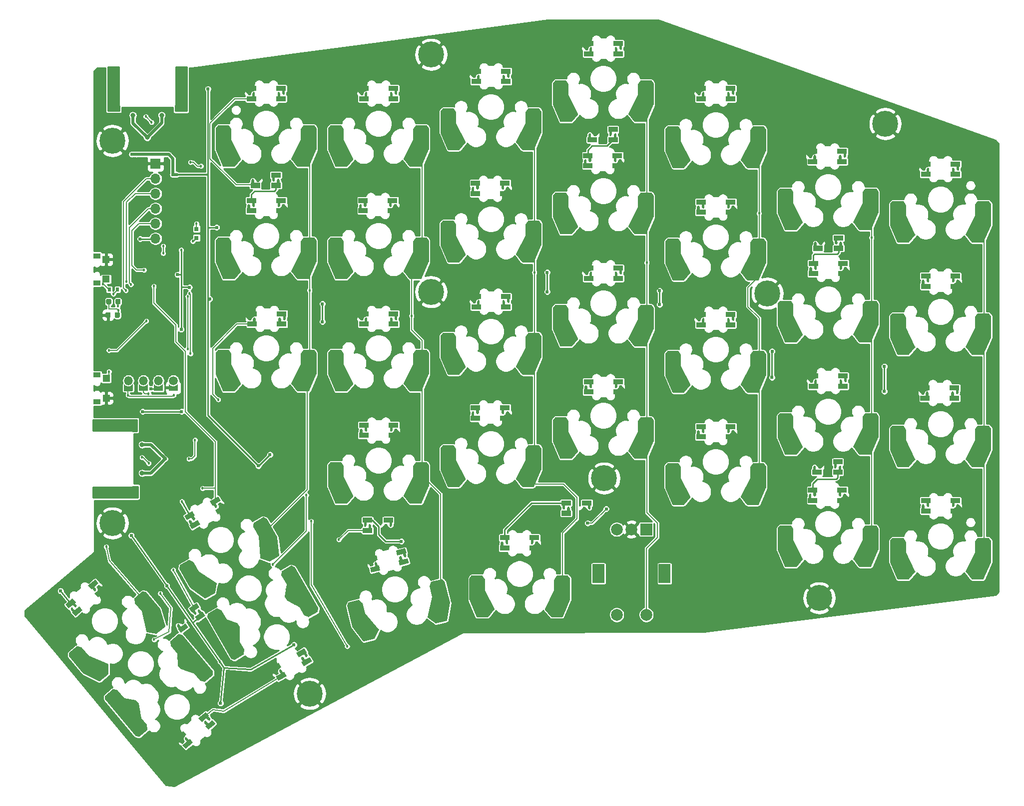
<source format=gbr>
G04 #@! TF.GenerationSoftware,KiCad,Pcbnew,5.1.8-db9833491~88~ubuntu20.10.1*
G04 #@! TF.CreationDate,2020-12-17T18:19:54+01:00*
G04 #@! TF.ProjectId,YAEMK,5941454d-4b2e-46b6-9963-61645f706362,1.2*
G04 #@! TF.SameCoordinates,Original*
G04 #@! TF.FileFunction,Copper,L2,Bot*
G04 #@! TF.FilePolarity,Positive*
%FSLAX46Y46*%
G04 Gerber Fmt 4.6, Leading zero omitted, Abs format (unit mm)*
G04 Created by KiCad (PCBNEW 5.1.8-db9833491~88~ubuntu20.10.1) date 2020-12-17 18:19:54*
%MOMM*%
%LPD*%
G01*
G04 APERTURE LIST*
G04 #@! TA.AperFunction,EtchedComponent*
%ADD10C,0.100000*%
G04 #@! TD*
G04 #@! TA.AperFunction,SMDPad,CuDef*
%ADD11C,0.150000*%
G04 #@! TD*
G04 #@! TA.AperFunction,ComponentPad*
%ADD12C,0.457200*%
G04 #@! TD*
G04 #@! TA.AperFunction,SMDPad,CuDef*
%ADD13R,0.600000X0.700000*%
G04 #@! TD*
G04 #@! TA.AperFunction,ComponentPad*
%ADD14C,0.800000*%
G04 #@! TD*
G04 #@! TA.AperFunction,ComponentPad*
%ADD15O,1.500000X1.500000*%
G04 #@! TD*
G04 #@! TA.AperFunction,ComponentPad*
%ADD16C,1.500000*%
G04 #@! TD*
G04 #@! TA.AperFunction,SMDPad,CuDef*
%ADD17R,0.797560X0.797560*%
G04 #@! TD*
G04 #@! TA.AperFunction,SMDPad,CuDef*
%ADD18R,1.200000X0.900000*%
G04 #@! TD*
G04 #@! TA.AperFunction,SMDPad,CuDef*
%ADD19R,1.300000X1.150000*%
G04 #@! TD*
G04 #@! TA.AperFunction,ComponentPad*
%ADD20C,0.700000*%
G04 #@! TD*
G04 #@! TA.AperFunction,ComponentPad*
%ADD21C,4.400000*%
G04 #@! TD*
G04 #@! TA.AperFunction,SMDPad,CuDef*
%ADD22R,2.350000X2.500000*%
G04 #@! TD*
G04 #@! TA.AperFunction,SMDPad,CuDef*
%ADD23R,2.150000X2.500000*%
G04 #@! TD*
G04 #@! TA.AperFunction,ComponentPad*
%ADD24C,2.000000*%
G04 #@! TD*
G04 #@! TA.AperFunction,ComponentPad*
%ADD25R,2.000000X3.200000*%
G04 #@! TD*
G04 #@! TA.AperFunction,ComponentPad*
%ADD26R,2.000000X2.000000*%
G04 #@! TD*
G04 #@! TA.AperFunction,ComponentPad*
%ADD27O,2.200000X1.000000*%
G04 #@! TD*
G04 #@! TA.AperFunction,ComponentPad*
%ADD28O,1.800000X1.000000*%
G04 #@! TD*
G04 #@! TA.AperFunction,ComponentPad*
%ADD29O,1.000000X2.200000*%
G04 #@! TD*
G04 #@! TA.AperFunction,ComponentPad*
%ADD30O,1.000000X1.800000*%
G04 #@! TD*
G04 #@! TA.AperFunction,ComponentPad*
%ADD31O,1.700000X1.700000*%
G04 #@! TD*
G04 #@! TA.AperFunction,ComponentPad*
%ADD32R,1.700000X1.700000*%
G04 #@! TD*
G04 #@! TA.AperFunction,ViaPad*
%ADD33C,0.609600*%
G04 #@! TD*
G04 #@! TA.AperFunction,ViaPad*
%ADD34C,0.457200*%
G04 #@! TD*
G04 #@! TA.AperFunction,ViaPad*
%ADD35C,0.812800*%
G04 #@! TD*
G04 #@! TA.AperFunction,Conductor*
%ADD36C,0.254000*%
G04 #@! TD*
G04 #@! TA.AperFunction,Conductor*
%ADD37C,0.508000*%
G04 #@! TD*
G04 #@! TA.AperFunction,Conductor*
%ADD38C,0.203200*%
G04 #@! TD*
G04 #@! TA.AperFunction,Conductor*
%ADD39C,0.304800*%
G04 #@! TD*
G04 #@! TA.AperFunction,Conductor*
%ADD40C,0.150000*%
G04 #@! TD*
G04 APERTURE END LIST*
D10*
G04 #@! TO.C,S5*
G36*
X100708792Y-132637973D02*
G01*
X100268851Y-132891973D01*
X99938651Y-132320050D01*
X100378592Y-132066050D01*
X100708792Y-132637973D01*
G37*
X100708792Y-132637973D02*
X100268851Y-132891973D01*
X99938651Y-132320050D01*
X100378592Y-132066050D01*
X100708792Y-132637973D01*
G04 #@! TO.C,S1*
G36*
X83928351Y-145832507D02*
G01*
X83539200Y-146159043D01*
X83114703Y-145653147D01*
X83503854Y-145326611D01*
X83928351Y-145832507D01*
G37*
X83928351Y-145832507D02*
X83539200Y-146159043D01*
X83114703Y-145653147D01*
X83503854Y-145326611D01*
X83928351Y-145832507D01*
G04 #@! TD*
G04 #@! TA.AperFunction,SMDPad,CuDef*
D11*
G04 #@! TO.P,D76,1*
G04 #@! TO.N,RGB_VDD*
G36*
X222680000Y-53563000D02*
G01*
X222905000Y-53563000D01*
X222905000Y-53092200D01*
X222905961Y-53082445D01*
X222908806Y-53073066D01*
X222913427Y-53064421D01*
X222919645Y-53056845D01*
X222927221Y-53050627D01*
X222935866Y-53046006D01*
X222945245Y-53043161D01*
X222955000Y-53042200D01*
X223310600Y-53042200D01*
X223320355Y-53043161D01*
X223329734Y-53046006D01*
X223338379Y-53050627D01*
X223345955Y-53056845D01*
X223352173Y-53064421D01*
X223356794Y-53073066D01*
X223359639Y-53082445D01*
X223360600Y-53092200D01*
X223360600Y-53563000D01*
X224280000Y-53563000D01*
X224280000Y-54413000D01*
X222680000Y-54413000D01*
X222680000Y-53563000D01*
G37*
G04 #@! TD.AperFunction*
G04 #@! TA.AperFunction,SMDPad,CuDef*
G04 #@! TO.P,D76,4*
G04 #@! TO.N,Net-(D75-Pad2)*
G36*
X217680000Y-53563000D02*
G01*
X218605000Y-53563000D01*
X218605000Y-53101800D01*
X218605961Y-53092045D01*
X218608806Y-53082666D01*
X218613427Y-53074021D01*
X218619645Y-53066445D01*
X218627221Y-53060227D01*
X218635866Y-53055606D01*
X218645245Y-53052761D01*
X218655000Y-53051800D01*
X219010600Y-53051800D01*
X219020355Y-53052761D01*
X219029734Y-53055606D01*
X219038379Y-53060227D01*
X219045955Y-53066445D01*
X219052173Y-53074021D01*
X219056794Y-53082666D01*
X219059639Y-53092045D01*
X219060600Y-53101800D01*
X219060600Y-53563000D01*
X219280000Y-53563000D01*
X219280000Y-54413000D01*
X217680000Y-54413000D01*
X217680000Y-53563000D01*
G37*
G04 #@! TD.AperFunction*
D12*
G04 #@! TO.P,D76,2*
G04 #@! TO.N,Net-(D76-Pad2)*
X223930000Y-53113000D03*
G04 #@! TA.AperFunction,SMDPad,CuDef*
D11*
G36*
X224280000Y-52663000D02*
G01*
X224162400Y-52663000D01*
X224162400Y-53126400D01*
X224161439Y-53136155D01*
X224158594Y-53145534D01*
X224153973Y-53154179D01*
X224147755Y-53161755D01*
X224140179Y-53167973D01*
X224131534Y-53172594D01*
X224122155Y-53175439D01*
X224112400Y-53176400D01*
X223756800Y-53176400D01*
X223747045Y-53175439D01*
X223737666Y-53172594D01*
X223729021Y-53167973D01*
X223721445Y-53161755D01*
X223715227Y-53154179D01*
X223710606Y-53145534D01*
X223707761Y-53136155D01*
X223706800Y-53126400D01*
X223706800Y-52663000D01*
X222680000Y-52663000D01*
X222680000Y-51813000D01*
X224280000Y-51813000D01*
X224280000Y-52663000D01*
G37*
G04 #@! TD.AperFunction*
G04 #@! TA.AperFunction,SMDPad,CuDef*
G04 #@! TO.P,D76,3*
G04 #@! TO.N,VSS*
G36*
X219280000Y-52663000D02*
G01*
X218304676Y-52663000D01*
X218307799Y-53126063D01*
X218306904Y-53135824D01*
X218304122Y-53145222D01*
X218299560Y-53153897D01*
X218293393Y-53161516D01*
X218285858Y-53167785D01*
X218277245Y-53172464D01*
X218267885Y-53175372D01*
X218257800Y-53176400D01*
X217902200Y-53176400D01*
X217892445Y-53175439D01*
X217883066Y-53172594D01*
X217874421Y-53167973D01*
X217866845Y-53161755D01*
X217860627Y-53154179D01*
X217856006Y-53145534D01*
X217853161Y-53136155D01*
X217852201Y-53126737D01*
X217849073Y-52663000D01*
X217680000Y-52663000D01*
X217680000Y-51813000D01*
X219280000Y-51813000D01*
X219280000Y-52663000D01*
G37*
G04 #@! TD.AperFunction*
D12*
G04 #@! TO.P,D76,1*
G04 #@! TO.N,RGB_VDD*
X223130000Y-53113000D03*
G04 #@! TO.P,D76,3*
G04 #@! TO.N,VSS*
X218080000Y-53113000D03*
G04 #@! TO.P,D76,4*
G04 #@! TO.N,Net-(D75-Pad2)*
X218830000Y-53113000D03*
G04 #@! TD*
G04 #@! TA.AperFunction,SMDPad,CuDef*
D11*
G04 #@! TO.P,D75,1*
G04 #@! TO.N,RGB_VDD*
G36*
X203503000Y-51404000D02*
G01*
X203728000Y-51404000D01*
X203728000Y-50933200D01*
X203728961Y-50923445D01*
X203731806Y-50914066D01*
X203736427Y-50905421D01*
X203742645Y-50897845D01*
X203750221Y-50891627D01*
X203758866Y-50887006D01*
X203768245Y-50884161D01*
X203778000Y-50883200D01*
X204133600Y-50883200D01*
X204143355Y-50884161D01*
X204152734Y-50887006D01*
X204161379Y-50891627D01*
X204168955Y-50897845D01*
X204175173Y-50905421D01*
X204179794Y-50914066D01*
X204182639Y-50923445D01*
X204183600Y-50933200D01*
X204183600Y-51404000D01*
X205103000Y-51404000D01*
X205103000Y-52254000D01*
X203503000Y-52254000D01*
X203503000Y-51404000D01*
G37*
G04 #@! TD.AperFunction*
G04 #@! TA.AperFunction,SMDPad,CuDef*
G04 #@! TO.P,D75,4*
G04 #@! TO.N,Net-(D74-Pad2)*
G36*
X198503000Y-51404000D02*
G01*
X199428000Y-51404000D01*
X199428000Y-50942800D01*
X199428961Y-50933045D01*
X199431806Y-50923666D01*
X199436427Y-50915021D01*
X199442645Y-50907445D01*
X199450221Y-50901227D01*
X199458866Y-50896606D01*
X199468245Y-50893761D01*
X199478000Y-50892800D01*
X199833600Y-50892800D01*
X199843355Y-50893761D01*
X199852734Y-50896606D01*
X199861379Y-50901227D01*
X199868955Y-50907445D01*
X199875173Y-50915021D01*
X199879794Y-50923666D01*
X199882639Y-50933045D01*
X199883600Y-50942800D01*
X199883600Y-51404000D01*
X200103000Y-51404000D01*
X200103000Y-52254000D01*
X198503000Y-52254000D01*
X198503000Y-51404000D01*
G37*
G04 #@! TD.AperFunction*
D12*
G04 #@! TO.P,D75,2*
G04 #@! TO.N,Net-(D75-Pad2)*
X204753000Y-50954000D03*
G04 #@! TA.AperFunction,SMDPad,CuDef*
D11*
G36*
X205103000Y-50504000D02*
G01*
X204985400Y-50504000D01*
X204985400Y-50967400D01*
X204984439Y-50977155D01*
X204981594Y-50986534D01*
X204976973Y-50995179D01*
X204970755Y-51002755D01*
X204963179Y-51008973D01*
X204954534Y-51013594D01*
X204945155Y-51016439D01*
X204935400Y-51017400D01*
X204579800Y-51017400D01*
X204570045Y-51016439D01*
X204560666Y-51013594D01*
X204552021Y-51008973D01*
X204544445Y-51002755D01*
X204538227Y-50995179D01*
X204533606Y-50986534D01*
X204530761Y-50977155D01*
X204529800Y-50967400D01*
X204529800Y-50504000D01*
X203503000Y-50504000D01*
X203503000Y-49654000D01*
X205103000Y-49654000D01*
X205103000Y-50504000D01*
G37*
G04 #@! TD.AperFunction*
G04 #@! TA.AperFunction,SMDPad,CuDef*
G04 #@! TO.P,D75,3*
G04 #@! TO.N,VSS*
G36*
X200103000Y-50504000D02*
G01*
X199127676Y-50504000D01*
X199130799Y-50967063D01*
X199129904Y-50976824D01*
X199127122Y-50986222D01*
X199122560Y-50994897D01*
X199116393Y-51002516D01*
X199108858Y-51008785D01*
X199100245Y-51013464D01*
X199090885Y-51016372D01*
X199080800Y-51017400D01*
X198725200Y-51017400D01*
X198715445Y-51016439D01*
X198706066Y-51013594D01*
X198697421Y-51008973D01*
X198689845Y-51002755D01*
X198683627Y-50995179D01*
X198679006Y-50986534D01*
X198676161Y-50977155D01*
X198675201Y-50967737D01*
X198672073Y-50504000D01*
X198503000Y-50504000D01*
X198503000Y-49654000D01*
X200103000Y-49654000D01*
X200103000Y-50504000D01*
G37*
G04 #@! TD.AperFunction*
D12*
G04 #@! TO.P,D75,1*
G04 #@! TO.N,RGB_VDD*
X203953000Y-50954000D03*
G04 #@! TO.P,D75,3*
G04 #@! TO.N,VSS*
X198903000Y-50954000D03*
G04 #@! TO.P,D75,4*
G04 #@! TO.N,Net-(D74-Pad2)*
X199653000Y-50954000D03*
G04 #@! TD*
G04 #@! TA.AperFunction,SMDPad,CuDef*
D11*
G04 #@! TO.P,D74,1*
G04 #@! TO.N,RGB_VDD*
G36*
X184580000Y-40736000D02*
G01*
X184805000Y-40736000D01*
X184805000Y-40265200D01*
X184805961Y-40255445D01*
X184808806Y-40246066D01*
X184813427Y-40237421D01*
X184819645Y-40229845D01*
X184827221Y-40223627D01*
X184835866Y-40219006D01*
X184845245Y-40216161D01*
X184855000Y-40215200D01*
X185210600Y-40215200D01*
X185220355Y-40216161D01*
X185229734Y-40219006D01*
X185238379Y-40223627D01*
X185245955Y-40229845D01*
X185252173Y-40237421D01*
X185256794Y-40246066D01*
X185259639Y-40255445D01*
X185260600Y-40265200D01*
X185260600Y-40736000D01*
X186180000Y-40736000D01*
X186180000Y-41586000D01*
X184580000Y-41586000D01*
X184580000Y-40736000D01*
G37*
G04 #@! TD.AperFunction*
G04 #@! TA.AperFunction,SMDPad,CuDef*
G04 #@! TO.P,D74,4*
G04 #@! TO.N,Net-(D73-Pad2)*
G36*
X179580000Y-40736000D02*
G01*
X180505000Y-40736000D01*
X180505000Y-40274800D01*
X180505961Y-40265045D01*
X180508806Y-40255666D01*
X180513427Y-40247021D01*
X180519645Y-40239445D01*
X180527221Y-40233227D01*
X180535866Y-40228606D01*
X180545245Y-40225761D01*
X180555000Y-40224800D01*
X180910600Y-40224800D01*
X180920355Y-40225761D01*
X180929734Y-40228606D01*
X180938379Y-40233227D01*
X180945955Y-40239445D01*
X180952173Y-40247021D01*
X180956794Y-40255666D01*
X180959639Y-40265045D01*
X180960600Y-40274800D01*
X180960600Y-40736000D01*
X181180000Y-40736000D01*
X181180000Y-41586000D01*
X179580000Y-41586000D01*
X179580000Y-40736000D01*
G37*
G04 #@! TD.AperFunction*
D12*
G04 #@! TO.P,D74,2*
G04 #@! TO.N,Net-(D74-Pad2)*
X185830000Y-40286000D03*
G04 #@! TA.AperFunction,SMDPad,CuDef*
D11*
G36*
X186180000Y-39836000D02*
G01*
X186062400Y-39836000D01*
X186062400Y-40299400D01*
X186061439Y-40309155D01*
X186058594Y-40318534D01*
X186053973Y-40327179D01*
X186047755Y-40334755D01*
X186040179Y-40340973D01*
X186031534Y-40345594D01*
X186022155Y-40348439D01*
X186012400Y-40349400D01*
X185656800Y-40349400D01*
X185647045Y-40348439D01*
X185637666Y-40345594D01*
X185629021Y-40340973D01*
X185621445Y-40334755D01*
X185615227Y-40327179D01*
X185610606Y-40318534D01*
X185607761Y-40309155D01*
X185606800Y-40299400D01*
X185606800Y-39836000D01*
X184580000Y-39836000D01*
X184580000Y-38986000D01*
X186180000Y-38986000D01*
X186180000Y-39836000D01*
G37*
G04 #@! TD.AperFunction*
G04 #@! TA.AperFunction,SMDPad,CuDef*
G04 #@! TO.P,D74,3*
G04 #@! TO.N,VSS*
G36*
X181180000Y-39836000D02*
G01*
X180204676Y-39836000D01*
X180207799Y-40299063D01*
X180206904Y-40308824D01*
X180204122Y-40318222D01*
X180199560Y-40326897D01*
X180193393Y-40334516D01*
X180185858Y-40340785D01*
X180177245Y-40345464D01*
X180167885Y-40348372D01*
X180157800Y-40349400D01*
X179802200Y-40349400D01*
X179792445Y-40348439D01*
X179783066Y-40345594D01*
X179774421Y-40340973D01*
X179766845Y-40334755D01*
X179760627Y-40327179D01*
X179756006Y-40318534D01*
X179753161Y-40309155D01*
X179752201Y-40299737D01*
X179749073Y-39836000D01*
X179580000Y-39836000D01*
X179580000Y-38986000D01*
X181180000Y-38986000D01*
X181180000Y-39836000D01*
G37*
G04 #@! TD.AperFunction*
D12*
G04 #@! TO.P,D74,1*
G04 #@! TO.N,RGB_VDD*
X185030000Y-40286000D03*
G04 #@! TO.P,D74,3*
G04 #@! TO.N,VSS*
X179980000Y-40286000D03*
G04 #@! TO.P,D74,4*
G04 #@! TO.N,Net-(D73-Pad2)*
X180730000Y-40286000D03*
G04 #@! TD*
G04 #@! TA.AperFunction,SMDPad,CuDef*
D11*
G04 #@! TO.P,D73,1*
G04 #@! TO.N,RGB_VDD*
G36*
X165530000Y-33116000D02*
G01*
X165755000Y-33116000D01*
X165755000Y-32645200D01*
X165755961Y-32635445D01*
X165758806Y-32626066D01*
X165763427Y-32617421D01*
X165769645Y-32609845D01*
X165777221Y-32603627D01*
X165785866Y-32599006D01*
X165795245Y-32596161D01*
X165805000Y-32595200D01*
X166160600Y-32595200D01*
X166170355Y-32596161D01*
X166179734Y-32599006D01*
X166188379Y-32603627D01*
X166195955Y-32609845D01*
X166202173Y-32617421D01*
X166206794Y-32626066D01*
X166209639Y-32635445D01*
X166210600Y-32645200D01*
X166210600Y-33116000D01*
X167130000Y-33116000D01*
X167130000Y-33966000D01*
X165530000Y-33966000D01*
X165530000Y-33116000D01*
G37*
G04 #@! TD.AperFunction*
G04 #@! TA.AperFunction,SMDPad,CuDef*
G04 #@! TO.P,D73,4*
G04 #@! TO.N,Net-(D72-Pad2)*
G36*
X160530000Y-33116000D02*
G01*
X161455000Y-33116000D01*
X161455000Y-32654800D01*
X161455961Y-32645045D01*
X161458806Y-32635666D01*
X161463427Y-32627021D01*
X161469645Y-32619445D01*
X161477221Y-32613227D01*
X161485866Y-32608606D01*
X161495245Y-32605761D01*
X161505000Y-32604800D01*
X161860600Y-32604800D01*
X161870355Y-32605761D01*
X161879734Y-32608606D01*
X161888379Y-32613227D01*
X161895955Y-32619445D01*
X161902173Y-32627021D01*
X161906794Y-32635666D01*
X161909639Y-32645045D01*
X161910600Y-32654800D01*
X161910600Y-33116000D01*
X162130000Y-33116000D01*
X162130000Y-33966000D01*
X160530000Y-33966000D01*
X160530000Y-33116000D01*
G37*
G04 #@! TD.AperFunction*
D12*
G04 #@! TO.P,D73,2*
G04 #@! TO.N,Net-(D73-Pad2)*
X166780000Y-32666000D03*
G04 #@! TA.AperFunction,SMDPad,CuDef*
D11*
G36*
X167130000Y-32216000D02*
G01*
X167012400Y-32216000D01*
X167012400Y-32679400D01*
X167011439Y-32689155D01*
X167008594Y-32698534D01*
X167003973Y-32707179D01*
X166997755Y-32714755D01*
X166990179Y-32720973D01*
X166981534Y-32725594D01*
X166972155Y-32728439D01*
X166962400Y-32729400D01*
X166606800Y-32729400D01*
X166597045Y-32728439D01*
X166587666Y-32725594D01*
X166579021Y-32720973D01*
X166571445Y-32714755D01*
X166565227Y-32707179D01*
X166560606Y-32698534D01*
X166557761Y-32689155D01*
X166556800Y-32679400D01*
X166556800Y-32216000D01*
X165530000Y-32216000D01*
X165530000Y-31366000D01*
X167130000Y-31366000D01*
X167130000Y-32216000D01*
G37*
G04 #@! TD.AperFunction*
G04 #@! TA.AperFunction,SMDPad,CuDef*
G04 #@! TO.P,D73,3*
G04 #@! TO.N,VSS*
G36*
X162130000Y-32216000D02*
G01*
X161154676Y-32216000D01*
X161157799Y-32679063D01*
X161156904Y-32688824D01*
X161154122Y-32698222D01*
X161149560Y-32706897D01*
X161143393Y-32714516D01*
X161135858Y-32720785D01*
X161127245Y-32725464D01*
X161117885Y-32728372D01*
X161107800Y-32729400D01*
X160752200Y-32729400D01*
X160742445Y-32728439D01*
X160733066Y-32725594D01*
X160724421Y-32720973D01*
X160716845Y-32714755D01*
X160710627Y-32707179D01*
X160706006Y-32698534D01*
X160703161Y-32689155D01*
X160702201Y-32679737D01*
X160699073Y-32216000D01*
X160530000Y-32216000D01*
X160530000Y-31366000D01*
X162130000Y-31366000D01*
X162130000Y-32216000D01*
G37*
G04 #@! TD.AperFunction*
D12*
G04 #@! TO.P,D73,1*
G04 #@! TO.N,RGB_VDD*
X165980000Y-32666000D03*
G04 #@! TO.P,D73,3*
G04 #@! TO.N,VSS*
X160930000Y-32666000D03*
G04 #@! TO.P,D73,4*
G04 #@! TO.N,Net-(D72-Pad2)*
X161680000Y-32666000D03*
G04 #@! TD*
G04 #@! TA.AperFunction,SMDPad,CuDef*
D11*
G04 #@! TO.P,D72,1*
G04 #@! TO.N,RGB_VDD*
G36*
X146480000Y-37815000D02*
G01*
X146705000Y-37815000D01*
X146705000Y-37344200D01*
X146705961Y-37334445D01*
X146708806Y-37325066D01*
X146713427Y-37316421D01*
X146719645Y-37308845D01*
X146727221Y-37302627D01*
X146735866Y-37298006D01*
X146745245Y-37295161D01*
X146755000Y-37294200D01*
X147110600Y-37294200D01*
X147120355Y-37295161D01*
X147129734Y-37298006D01*
X147138379Y-37302627D01*
X147145955Y-37308845D01*
X147152173Y-37316421D01*
X147156794Y-37325066D01*
X147159639Y-37334445D01*
X147160600Y-37344200D01*
X147160600Y-37815000D01*
X148080000Y-37815000D01*
X148080000Y-38665000D01*
X146480000Y-38665000D01*
X146480000Y-37815000D01*
G37*
G04 #@! TD.AperFunction*
G04 #@! TA.AperFunction,SMDPad,CuDef*
G04 #@! TO.P,D72,4*
G04 #@! TO.N,Net-(D71-Pad2)*
G36*
X141480000Y-37815000D02*
G01*
X142405000Y-37815000D01*
X142405000Y-37353800D01*
X142405961Y-37344045D01*
X142408806Y-37334666D01*
X142413427Y-37326021D01*
X142419645Y-37318445D01*
X142427221Y-37312227D01*
X142435866Y-37307606D01*
X142445245Y-37304761D01*
X142455000Y-37303800D01*
X142810600Y-37303800D01*
X142820355Y-37304761D01*
X142829734Y-37307606D01*
X142838379Y-37312227D01*
X142845955Y-37318445D01*
X142852173Y-37326021D01*
X142856794Y-37334666D01*
X142859639Y-37344045D01*
X142860600Y-37353800D01*
X142860600Y-37815000D01*
X143080000Y-37815000D01*
X143080000Y-38665000D01*
X141480000Y-38665000D01*
X141480000Y-37815000D01*
G37*
G04 #@! TD.AperFunction*
D12*
G04 #@! TO.P,D72,2*
G04 #@! TO.N,Net-(D72-Pad2)*
X147730000Y-37365000D03*
G04 #@! TA.AperFunction,SMDPad,CuDef*
D11*
G36*
X148080000Y-36915000D02*
G01*
X147962400Y-36915000D01*
X147962400Y-37378400D01*
X147961439Y-37388155D01*
X147958594Y-37397534D01*
X147953973Y-37406179D01*
X147947755Y-37413755D01*
X147940179Y-37419973D01*
X147931534Y-37424594D01*
X147922155Y-37427439D01*
X147912400Y-37428400D01*
X147556800Y-37428400D01*
X147547045Y-37427439D01*
X147537666Y-37424594D01*
X147529021Y-37419973D01*
X147521445Y-37413755D01*
X147515227Y-37406179D01*
X147510606Y-37397534D01*
X147507761Y-37388155D01*
X147506800Y-37378400D01*
X147506800Y-36915000D01*
X146480000Y-36915000D01*
X146480000Y-36065000D01*
X148080000Y-36065000D01*
X148080000Y-36915000D01*
G37*
G04 #@! TD.AperFunction*
G04 #@! TA.AperFunction,SMDPad,CuDef*
G04 #@! TO.P,D72,3*
G04 #@! TO.N,VSS*
G36*
X143080000Y-36915000D02*
G01*
X142104676Y-36915000D01*
X142107799Y-37378063D01*
X142106904Y-37387824D01*
X142104122Y-37397222D01*
X142099560Y-37405897D01*
X142093393Y-37413516D01*
X142085858Y-37419785D01*
X142077245Y-37424464D01*
X142067885Y-37427372D01*
X142057800Y-37428400D01*
X141702200Y-37428400D01*
X141692445Y-37427439D01*
X141683066Y-37424594D01*
X141674421Y-37419973D01*
X141666845Y-37413755D01*
X141660627Y-37406179D01*
X141656006Y-37397534D01*
X141653161Y-37388155D01*
X141652201Y-37378737D01*
X141649073Y-36915000D01*
X141480000Y-36915000D01*
X141480000Y-36065000D01*
X143080000Y-36065000D01*
X143080000Y-36915000D01*
G37*
G04 #@! TD.AperFunction*
D12*
G04 #@! TO.P,D72,1*
G04 #@! TO.N,RGB_VDD*
X146930000Y-37365000D03*
G04 #@! TO.P,D72,3*
G04 #@! TO.N,VSS*
X141880000Y-37365000D03*
G04 #@! TO.P,D72,4*
G04 #@! TO.N,Net-(D71-Pad2)*
X142630000Y-37365000D03*
G04 #@! TD*
G04 #@! TA.AperFunction,SMDPad,CuDef*
D11*
G04 #@! TO.P,D71,1*
G04 #@! TO.N,RGB_VDD*
G36*
X127430000Y-40736000D02*
G01*
X127655000Y-40736000D01*
X127655000Y-40265200D01*
X127655961Y-40255445D01*
X127658806Y-40246066D01*
X127663427Y-40237421D01*
X127669645Y-40229845D01*
X127677221Y-40223627D01*
X127685866Y-40219006D01*
X127695245Y-40216161D01*
X127705000Y-40215200D01*
X128060600Y-40215200D01*
X128070355Y-40216161D01*
X128079734Y-40219006D01*
X128088379Y-40223627D01*
X128095955Y-40229845D01*
X128102173Y-40237421D01*
X128106794Y-40246066D01*
X128109639Y-40255445D01*
X128110600Y-40265200D01*
X128110600Y-40736000D01*
X129030000Y-40736000D01*
X129030000Y-41586000D01*
X127430000Y-41586000D01*
X127430000Y-40736000D01*
G37*
G04 #@! TD.AperFunction*
G04 #@! TA.AperFunction,SMDPad,CuDef*
G04 #@! TO.P,D71,4*
G04 #@! TO.N,Net-(D67-Pad2)*
G36*
X122430000Y-40736000D02*
G01*
X123355000Y-40736000D01*
X123355000Y-40274800D01*
X123355961Y-40265045D01*
X123358806Y-40255666D01*
X123363427Y-40247021D01*
X123369645Y-40239445D01*
X123377221Y-40233227D01*
X123385866Y-40228606D01*
X123395245Y-40225761D01*
X123405000Y-40224800D01*
X123760600Y-40224800D01*
X123770355Y-40225761D01*
X123779734Y-40228606D01*
X123788379Y-40233227D01*
X123795955Y-40239445D01*
X123802173Y-40247021D01*
X123806794Y-40255666D01*
X123809639Y-40265045D01*
X123810600Y-40274800D01*
X123810600Y-40736000D01*
X124030000Y-40736000D01*
X124030000Y-41586000D01*
X122430000Y-41586000D01*
X122430000Y-40736000D01*
G37*
G04 #@! TD.AperFunction*
D12*
G04 #@! TO.P,D71,2*
G04 #@! TO.N,Net-(D71-Pad2)*
X128680000Y-40286000D03*
G04 #@! TA.AperFunction,SMDPad,CuDef*
D11*
G36*
X129030000Y-39836000D02*
G01*
X128912400Y-39836000D01*
X128912400Y-40299400D01*
X128911439Y-40309155D01*
X128908594Y-40318534D01*
X128903973Y-40327179D01*
X128897755Y-40334755D01*
X128890179Y-40340973D01*
X128881534Y-40345594D01*
X128872155Y-40348439D01*
X128862400Y-40349400D01*
X128506800Y-40349400D01*
X128497045Y-40348439D01*
X128487666Y-40345594D01*
X128479021Y-40340973D01*
X128471445Y-40334755D01*
X128465227Y-40327179D01*
X128460606Y-40318534D01*
X128457761Y-40309155D01*
X128456800Y-40299400D01*
X128456800Y-39836000D01*
X127430000Y-39836000D01*
X127430000Y-38986000D01*
X129030000Y-38986000D01*
X129030000Y-39836000D01*
G37*
G04 #@! TD.AperFunction*
G04 #@! TA.AperFunction,SMDPad,CuDef*
G04 #@! TO.P,D71,3*
G04 #@! TO.N,VSS*
G36*
X124030000Y-39836000D02*
G01*
X123054676Y-39836000D01*
X123057799Y-40299063D01*
X123056904Y-40308824D01*
X123054122Y-40318222D01*
X123049560Y-40326897D01*
X123043393Y-40334516D01*
X123035858Y-40340785D01*
X123027245Y-40345464D01*
X123017885Y-40348372D01*
X123007800Y-40349400D01*
X122652200Y-40349400D01*
X122642445Y-40348439D01*
X122633066Y-40345594D01*
X122624421Y-40340973D01*
X122616845Y-40334755D01*
X122610627Y-40327179D01*
X122606006Y-40318534D01*
X122603161Y-40309155D01*
X122602201Y-40299737D01*
X122599073Y-39836000D01*
X122430000Y-39836000D01*
X122430000Y-38986000D01*
X124030000Y-38986000D01*
X124030000Y-39836000D01*
G37*
G04 #@! TD.AperFunction*
D12*
G04 #@! TO.P,D71,1*
G04 #@! TO.N,RGB_VDD*
X127880000Y-40286000D03*
G04 #@! TO.P,D71,3*
G04 #@! TO.N,VSS*
X122830000Y-40286000D03*
G04 #@! TO.P,D71,4*
G04 #@! TO.N,Net-(D67-Pad2)*
X123580000Y-40286000D03*
G04 #@! TD*
G04 #@! TA.AperFunction,SMDPad,CuDef*
D11*
G04 #@! TO.P,D67,1*
G04 #@! TO.N,RGB_VDD*
G36*
X108380000Y-40736000D02*
G01*
X108605000Y-40736000D01*
X108605000Y-40265200D01*
X108605961Y-40255445D01*
X108608806Y-40246066D01*
X108613427Y-40237421D01*
X108619645Y-40229845D01*
X108627221Y-40223627D01*
X108635866Y-40219006D01*
X108645245Y-40216161D01*
X108655000Y-40215200D01*
X109010600Y-40215200D01*
X109020355Y-40216161D01*
X109029734Y-40219006D01*
X109038379Y-40223627D01*
X109045955Y-40229845D01*
X109052173Y-40237421D01*
X109056794Y-40246066D01*
X109059639Y-40255445D01*
X109060600Y-40265200D01*
X109060600Y-40736000D01*
X109980000Y-40736000D01*
X109980000Y-41586000D01*
X108380000Y-41586000D01*
X108380000Y-40736000D01*
G37*
G04 #@! TD.AperFunction*
G04 #@! TA.AperFunction,SMDPad,CuDef*
G04 #@! TO.P,D67,4*
G04 #@! TO.N,Net-(D65-Pad1)*
G36*
X103380000Y-40736000D02*
G01*
X104305000Y-40736000D01*
X104305000Y-40274800D01*
X104305961Y-40265045D01*
X104308806Y-40255666D01*
X104313427Y-40247021D01*
X104319645Y-40239445D01*
X104327221Y-40233227D01*
X104335866Y-40228606D01*
X104345245Y-40225761D01*
X104355000Y-40224800D01*
X104710600Y-40224800D01*
X104720355Y-40225761D01*
X104729734Y-40228606D01*
X104738379Y-40233227D01*
X104745955Y-40239445D01*
X104752173Y-40247021D01*
X104756794Y-40255666D01*
X104759639Y-40265045D01*
X104760600Y-40274800D01*
X104760600Y-40736000D01*
X104980000Y-40736000D01*
X104980000Y-41586000D01*
X103380000Y-41586000D01*
X103380000Y-40736000D01*
G37*
G04 #@! TD.AperFunction*
D12*
G04 #@! TO.P,D67,2*
G04 #@! TO.N,Net-(D67-Pad2)*
X109630000Y-40286000D03*
G04 #@! TA.AperFunction,SMDPad,CuDef*
D11*
G36*
X109980000Y-39836000D02*
G01*
X109862400Y-39836000D01*
X109862400Y-40299400D01*
X109861439Y-40309155D01*
X109858594Y-40318534D01*
X109853973Y-40327179D01*
X109847755Y-40334755D01*
X109840179Y-40340973D01*
X109831534Y-40345594D01*
X109822155Y-40348439D01*
X109812400Y-40349400D01*
X109456800Y-40349400D01*
X109447045Y-40348439D01*
X109437666Y-40345594D01*
X109429021Y-40340973D01*
X109421445Y-40334755D01*
X109415227Y-40327179D01*
X109410606Y-40318534D01*
X109407761Y-40309155D01*
X109406800Y-40299400D01*
X109406800Y-39836000D01*
X108380000Y-39836000D01*
X108380000Y-38986000D01*
X109980000Y-38986000D01*
X109980000Y-39836000D01*
G37*
G04 #@! TD.AperFunction*
G04 #@! TA.AperFunction,SMDPad,CuDef*
G04 #@! TO.P,D67,3*
G04 #@! TO.N,VSS*
G36*
X104980000Y-39836000D02*
G01*
X104004676Y-39836000D01*
X104007799Y-40299063D01*
X104006904Y-40308824D01*
X104004122Y-40318222D01*
X103999560Y-40326897D01*
X103993393Y-40334516D01*
X103985858Y-40340785D01*
X103977245Y-40345464D01*
X103967885Y-40348372D01*
X103957800Y-40349400D01*
X103602200Y-40349400D01*
X103592445Y-40348439D01*
X103583066Y-40345594D01*
X103574421Y-40340973D01*
X103566845Y-40334755D01*
X103560627Y-40327179D01*
X103556006Y-40318534D01*
X103553161Y-40309155D01*
X103552201Y-40299737D01*
X103549073Y-39836000D01*
X103380000Y-39836000D01*
X103380000Y-38986000D01*
X104980000Y-38986000D01*
X104980000Y-39836000D01*
G37*
G04 #@! TD.AperFunction*
D12*
G04 #@! TO.P,D67,1*
G04 #@! TO.N,RGB_VDD*
X108830000Y-40286000D03*
G04 #@! TO.P,D67,3*
G04 #@! TO.N,VSS*
X103780000Y-40286000D03*
G04 #@! TO.P,D67,4*
G04 #@! TO.N,Net-(D65-Pad1)*
X104530000Y-40286000D03*
G04 #@! TD*
G04 #@! TA.AperFunction,SMDPad,CuDef*
D11*
G04 #@! TO.P,D66,1*
G04 #@! TO.N,RGB_VDD*
G36*
X104980000Y-58832000D02*
G01*
X104755000Y-58832000D01*
X104755000Y-59302800D01*
X104754039Y-59312555D01*
X104751194Y-59321934D01*
X104746573Y-59330579D01*
X104740355Y-59338155D01*
X104732779Y-59344373D01*
X104724134Y-59348994D01*
X104714755Y-59351839D01*
X104705000Y-59352800D01*
X104349400Y-59352800D01*
X104339645Y-59351839D01*
X104330266Y-59348994D01*
X104321621Y-59344373D01*
X104314045Y-59338155D01*
X104307827Y-59330579D01*
X104303206Y-59321934D01*
X104300361Y-59312555D01*
X104299400Y-59302800D01*
X104299400Y-58832000D01*
X103380000Y-58832000D01*
X103380000Y-57982000D01*
X104980000Y-57982000D01*
X104980000Y-58832000D01*
G37*
G04 #@! TD.AperFunction*
G04 #@! TA.AperFunction,SMDPad,CuDef*
G04 #@! TO.P,D66,4*
G04 #@! TO.N,Net-(D64-Pad2)*
G36*
X109980000Y-58832000D02*
G01*
X109055000Y-58832000D01*
X109055000Y-59293200D01*
X109054039Y-59302955D01*
X109051194Y-59312334D01*
X109046573Y-59320979D01*
X109040355Y-59328555D01*
X109032779Y-59334773D01*
X109024134Y-59339394D01*
X109014755Y-59342239D01*
X109005000Y-59343200D01*
X108649400Y-59343200D01*
X108639645Y-59342239D01*
X108630266Y-59339394D01*
X108621621Y-59334773D01*
X108614045Y-59328555D01*
X108607827Y-59320979D01*
X108603206Y-59312334D01*
X108600361Y-59302955D01*
X108599400Y-59293200D01*
X108599400Y-58832000D01*
X108380000Y-58832000D01*
X108380000Y-57982000D01*
X109980000Y-57982000D01*
X109980000Y-58832000D01*
G37*
G04 #@! TD.AperFunction*
D12*
G04 #@! TO.P,D66,2*
G04 #@! TO.N,Net-(D65-Pad3)*
X103730000Y-59282000D03*
G04 #@! TA.AperFunction,SMDPad,CuDef*
D11*
G36*
X103380000Y-59732000D02*
G01*
X103497600Y-59732000D01*
X103497600Y-59268600D01*
X103498561Y-59258845D01*
X103501406Y-59249466D01*
X103506027Y-59240821D01*
X103512245Y-59233245D01*
X103519821Y-59227027D01*
X103528466Y-59222406D01*
X103537845Y-59219561D01*
X103547600Y-59218600D01*
X103903200Y-59218600D01*
X103912955Y-59219561D01*
X103922334Y-59222406D01*
X103930979Y-59227027D01*
X103938555Y-59233245D01*
X103944773Y-59240821D01*
X103949394Y-59249466D01*
X103952239Y-59258845D01*
X103953200Y-59268600D01*
X103953200Y-59732000D01*
X104980000Y-59732000D01*
X104980000Y-60582000D01*
X103380000Y-60582000D01*
X103380000Y-59732000D01*
G37*
G04 #@! TD.AperFunction*
G04 #@! TA.AperFunction,SMDPad,CuDef*
G04 #@! TO.P,D66,3*
G04 #@! TO.N,VSS*
G36*
X108380000Y-59732000D02*
G01*
X109355324Y-59732000D01*
X109352201Y-59268937D01*
X109353096Y-59259176D01*
X109355878Y-59249778D01*
X109360440Y-59241103D01*
X109366607Y-59233484D01*
X109374142Y-59227215D01*
X109382755Y-59222536D01*
X109392115Y-59219628D01*
X109402200Y-59218600D01*
X109757800Y-59218600D01*
X109767555Y-59219561D01*
X109776934Y-59222406D01*
X109785579Y-59227027D01*
X109793155Y-59233245D01*
X109799373Y-59240821D01*
X109803994Y-59249466D01*
X109806839Y-59258845D01*
X109807799Y-59268263D01*
X109810927Y-59732000D01*
X109980000Y-59732000D01*
X109980000Y-60582000D01*
X108380000Y-60582000D01*
X108380000Y-59732000D01*
G37*
G04 #@! TD.AperFunction*
D12*
G04 #@! TO.P,D66,1*
G04 #@! TO.N,RGB_VDD*
X104530000Y-59282000D03*
G04 #@! TO.P,D66,3*
G04 #@! TO.N,VSS*
X109580000Y-59282000D03*
G04 #@! TO.P,D66,4*
G04 #@! TO.N,Net-(D64-Pad2)*
X108830000Y-59282000D03*
G04 #@! TD*
G04 #@! TA.AperFunction,SMDPad,CuDef*
D11*
G04 #@! TO.P,D64,1*
G04 #@! TO.N,RGB_VDD*
G36*
X123903000Y-58832000D02*
G01*
X123678000Y-58832000D01*
X123678000Y-59302800D01*
X123677039Y-59312555D01*
X123674194Y-59321934D01*
X123669573Y-59330579D01*
X123663355Y-59338155D01*
X123655779Y-59344373D01*
X123647134Y-59348994D01*
X123637755Y-59351839D01*
X123628000Y-59352800D01*
X123272400Y-59352800D01*
X123262645Y-59351839D01*
X123253266Y-59348994D01*
X123244621Y-59344373D01*
X123237045Y-59338155D01*
X123230827Y-59330579D01*
X123226206Y-59321934D01*
X123223361Y-59312555D01*
X123222400Y-59302800D01*
X123222400Y-58832000D01*
X122303000Y-58832000D01*
X122303000Y-57982000D01*
X123903000Y-57982000D01*
X123903000Y-58832000D01*
G37*
G04 #@! TD.AperFunction*
G04 #@! TA.AperFunction,SMDPad,CuDef*
G04 #@! TO.P,D64,4*
G04 #@! TO.N,Net-(D63-Pad2)*
G36*
X128903000Y-58832000D02*
G01*
X127978000Y-58832000D01*
X127978000Y-59293200D01*
X127977039Y-59302955D01*
X127974194Y-59312334D01*
X127969573Y-59320979D01*
X127963355Y-59328555D01*
X127955779Y-59334773D01*
X127947134Y-59339394D01*
X127937755Y-59342239D01*
X127928000Y-59343200D01*
X127572400Y-59343200D01*
X127562645Y-59342239D01*
X127553266Y-59339394D01*
X127544621Y-59334773D01*
X127537045Y-59328555D01*
X127530827Y-59320979D01*
X127526206Y-59312334D01*
X127523361Y-59302955D01*
X127522400Y-59293200D01*
X127522400Y-58832000D01*
X127303000Y-58832000D01*
X127303000Y-57982000D01*
X128903000Y-57982000D01*
X128903000Y-58832000D01*
G37*
G04 #@! TD.AperFunction*
D12*
G04 #@! TO.P,D64,2*
G04 #@! TO.N,Net-(D64-Pad2)*
X122653000Y-59282000D03*
G04 #@! TA.AperFunction,SMDPad,CuDef*
D11*
G36*
X122303000Y-59732000D02*
G01*
X122420600Y-59732000D01*
X122420600Y-59268600D01*
X122421561Y-59258845D01*
X122424406Y-59249466D01*
X122429027Y-59240821D01*
X122435245Y-59233245D01*
X122442821Y-59227027D01*
X122451466Y-59222406D01*
X122460845Y-59219561D01*
X122470600Y-59218600D01*
X122826200Y-59218600D01*
X122835955Y-59219561D01*
X122845334Y-59222406D01*
X122853979Y-59227027D01*
X122861555Y-59233245D01*
X122867773Y-59240821D01*
X122872394Y-59249466D01*
X122875239Y-59258845D01*
X122876200Y-59268600D01*
X122876200Y-59732000D01*
X123903000Y-59732000D01*
X123903000Y-60582000D01*
X122303000Y-60582000D01*
X122303000Y-59732000D01*
G37*
G04 #@! TD.AperFunction*
G04 #@! TA.AperFunction,SMDPad,CuDef*
G04 #@! TO.P,D64,3*
G04 #@! TO.N,VSS*
G36*
X127303000Y-59732000D02*
G01*
X128278324Y-59732000D01*
X128275201Y-59268937D01*
X128276096Y-59259176D01*
X128278878Y-59249778D01*
X128283440Y-59241103D01*
X128289607Y-59233484D01*
X128297142Y-59227215D01*
X128305755Y-59222536D01*
X128315115Y-59219628D01*
X128325200Y-59218600D01*
X128680800Y-59218600D01*
X128690555Y-59219561D01*
X128699934Y-59222406D01*
X128708579Y-59227027D01*
X128716155Y-59233245D01*
X128722373Y-59240821D01*
X128726994Y-59249466D01*
X128729839Y-59258845D01*
X128730799Y-59268263D01*
X128733927Y-59732000D01*
X128903000Y-59732000D01*
X128903000Y-60582000D01*
X127303000Y-60582000D01*
X127303000Y-59732000D01*
G37*
G04 #@! TD.AperFunction*
D12*
G04 #@! TO.P,D64,1*
G04 #@! TO.N,RGB_VDD*
X123453000Y-59282000D03*
G04 #@! TO.P,D64,3*
G04 #@! TO.N,VSS*
X128503000Y-59282000D03*
G04 #@! TO.P,D64,4*
G04 #@! TO.N,Net-(D63-Pad2)*
X127753000Y-59282000D03*
G04 #@! TD*
G04 #@! TA.AperFunction,SMDPad,CuDef*
D11*
G04 #@! TO.P,D63,1*
G04 #@! TO.N,RGB_VDD*
G36*
X142953000Y-55911000D02*
G01*
X142728000Y-55911000D01*
X142728000Y-56381800D01*
X142727039Y-56391555D01*
X142724194Y-56400934D01*
X142719573Y-56409579D01*
X142713355Y-56417155D01*
X142705779Y-56423373D01*
X142697134Y-56427994D01*
X142687755Y-56430839D01*
X142678000Y-56431800D01*
X142322400Y-56431800D01*
X142312645Y-56430839D01*
X142303266Y-56427994D01*
X142294621Y-56423373D01*
X142287045Y-56417155D01*
X142280827Y-56409579D01*
X142276206Y-56400934D01*
X142273361Y-56391555D01*
X142272400Y-56381800D01*
X142272400Y-55911000D01*
X141353000Y-55911000D01*
X141353000Y-55061000D01*
X142953000Y-55061000D01*
X142953000Y-55911000D01*
G37*
G04 #@! TD.AperFunction*
G04 #@! TA.AperFunction,SMDPad,CuDef*
G04 #@! TO.P,D63,4*
G04 #@! TO.N,Net-(D62-Pad1)*
G36*
X147953000Y-55911000D02*
G01*
X147028000Y-55911000D01*
X147028000Y-56372200D01*
X147027039Y-56381955D01*
X147024194Y-56391334D01*
X147019573Y-56399979D01*
X147013355Y-56407555D01*
X147005779Y-56413773D01*
X146997134Y-56418394D01*
X146987755Y-56421239D01*
X146978000Y-56422200D01*
X146622400Y-56422200D01*
X146612645Y-56421239D01*
X146603266Y-56418394D01*
X146594621Y-56413773D01*
X146587045Y-56407555D01*
X146580827Y-56399979D01*
X146576206Y-56391334D01*
X146573361Y-56381955D01*
X146572400Y-56372200D01*
X146572400Y-55911000D01*
X146353000Y-55911000D01*
X146353000Y-55061000D01*
X147953000Y-55061000D01*
X147953000Y-55911000D01*
G37*
G04 #@! TD.AperFunction*
D12*
G04 #@! TO.P,D63,2*
G04 #@! TO.N,Net-(D63-Pad2)*
X141703000Y-56361000D03*
G04 #@! TA.AperFunction,SMDPad,CuDef*
D11*
G36*
X141353000Y-56811000D02*
G01*
X141470600Y-56811000D01*
X141470600Y-56347600D01*
X141471561Y-56337845D01*
X141474406Y-56328466D01*
X141479027Y-56319821D01*
X141485245Y-56312245D01*
X141492821Y-56306027D01*
X141501466Y-56301406D01*
X141510845Y-56298561D01*
X141520600Y-56297600D01*
X141876200Y-56297600D01*
X141885955Y-56298561D01*
X141895334Y-56301406D01*
X141903979Y-56306027D01*
X141911555Y-56312245D01*
X141917773Y-56319821D01*
X141922394Y-56328466D01*
X141925239Y-56337845D01*
X141926200Y-56347600D01*
X141926200Y-56811000D01*
X142953000Y-56811000D01*
X142953000Y-57661000D01*
X141353000Y-57661000D01*
X141353000Y-56811000D01*
G37*
G04 #@! TD.AperFunction*
G04 #@! TA.AperFunction,SMDPad,CuDef*
G04 #@! TO.P,D63,3*
G04 #@! TO.N,VSS*
G36*
X146353000Y-56811000D02*
G01*
X147328324Y-56811000D01*
X147325201Y-56347937D01*
X147326096Y-56338176D01*
X147328878Y-56328778D01*
X147333440Y-56320103D01*
X147339607Y-56312484D01*
X147347142Y-56306215D01*
X147355755Y-56301536D01*
X147365115Y-56298628D01*
X147375200Y-56297600D01*
X147730800Y-56297600D01*
X147740555Y-56298561D01*
X147749934Y-56301406D01*
X147758579Y-56306027D01*
X147766155Y-56312245D01*
X147772373Y-56319821D01*
X147776994Y-56328466D01*
X147779839Y-56337845D01*
X147780799Y-56347263D01*
X147783927Y-56811000D01*
X147953000Y-56811000D01*
X147953000Y-57661000D01*
X146353000Y-57661000D01*
X146353000Y-56811000D01*
G37*
G04 #@! TD.AperFunction*
D12*
G04 #@! TO.P,D63,1*
G04 #@! TO.N,RGB_VDD*
X142503000Y-56361000D03*
G04 #@! TO.P,D63,3*
G04 #@! TO.N,VSS*
X147553000Y-56361000D03*
G04 #@! TO.P,D63,4*
G04 #@! TO.N,Net-(D62-Pad1)*
X146803000Y-56361000D03*
G04 #@! TD*
G04 #@! TA.AperFunction,SMDPad,CuDef*
D11*
G04 #@! TO.P,D61,1*
G04 #@! TO.N,RGB_VDD*
G36*
X162003000Y-51212000D02*
G01*
X161778000Y-51212000D01*
X161778000Y-51682800D01*
X161777039Y-51692555D01*
X161774194Y-51701934D01*
X161769573Y-51710579D01*
X161763355Y-51718155D01*
X161755779Y-51724373D01*
X161747134Y-51728994D01*
X161737755Y-51731839D01*
X161728000Y-51732800D01*
X161372400Y-51732800D01*
X161362645Y-51731839D01*
X161353266Y-51728994D01*
X161344621Y-51724373D01*
X161337045Y-51718155D01*
X161330827Y-51710579D01*
X161326206Y-51701934D01*
X161323361Y-51692555D01*
X161322400Y-51682800D01*
X161322400Y-51212000D01*
X160403000Y-51212000D01*
X160403000Y-50362000D01*
X162003000Y-50362000D01*
X162003000Y-51212000D01*
G37*
G04 #@! TD.AperFunction*
G04 #@! TA.AperFunction,SMDPad,CuDef*
G04 #@! TO.P,D61,4*
G04 #@! TO.N,Net-(D60-Pad2)*
G36*
X167003000Y-51212000D02*
G01*
X166078000Y-51212000D01*
X166078000Y-51673200D01*
X166077039Y-51682955D01*
X166074194Y-51692334D01*
X166069573Y-51700979D01*
X166063355Y-51708555D01*
X166055779Y-51714773D01*
X166047134Y-51719394D01*
X166037755Y-51722239D01*
X166028000Y-51723200D01*
X165672400Y-51723200D01*
X165662645Y-51722239D01*
X165653266Y-51719394D01*
X165644621Y-51714773D01*
X165637045Y-51708555D01*
X165630827Y-51700979D01*
X165626206Y-51692334D01*
X165623361Y-51682955D01*
X165622400Y-51673200D01*
X165622400Y-51212000D01*
X165403000Y-51212000D01*
X165403000Y-50362000D01*
X167003000Y-50362000D01*
X167003000Y-51212000D01*
G37*
G04 #@! TD.AperFunction*
D12*
G04 #@! TO.P,D61,2*
G04 #@! TO.N,Net-(D61-Pad2)*
X160753000Y-51662000D03*
G04 #@! TA.AperFunction,SMDPad,CuDef*
D11*
G36*
X160403000Y-52112000D02*
G01*
X160520600Y-52112000D01*
X160520600Y-51648600D01*
X160521561Y-51638845D01*
X160524406Y-51629466D01*
X160529027Y-51620821D01*
X160535245Y-51613245D01*
X160542821Y-51607027D01*
X160551466Y-51602406D01*
X160560845Y-51599561D01*
X160570600Y-51598600D01*
X160926200Y-51598600D01*
X160935955Y-51599561D01*
X160945334Y-51602406D01*
X160953979Y-51607027D01*
X160961555Y-51613245D01*
X160967773Y-51620821D01*
X160972394Y-51629466D01*
X160975239Y-51638845D01*
X160976200Y-51648600D01*
X160976200Y-52112000D01*
X162003000Y-52112000D01*
X162003000Y-52962000D01*
X160403000Y-52962000D01*
X160403000Y-52112000D01*
G37*
G04 #@! TD.AperFunction*
G04 #@! TA.AperFunction,SMDPad,CuDef*
G04 #@! TO.P,D61,3*
G04 #@! TO.N,VSS*
G36*
X165403000Y-52112000D02*
G01*
X166378324Y-52112000D01*
X166375201Y-51648937D01*
X166376096Y-51639176D01*
X166378878Y-51629778D01*
X166383440Y-51621103D01*
X166389607Y-51613484D01*
X166397142Y-51607215D01*
X166405755Y-51602536D01*
X166415115Y-51599628D01*
X166425200Y-51598600D01*
X166780800Y-51598600D01*
X166790555Y-51599561D01*
X166799934Y-51602406D01*
X166808579Y-51607027D01*
X166816155Y-51613245D01*
X166822373Y-51620821D01*
X166826994Y-51629466D01*
X166829839Y-51638845D01*
X166830799Y-51648263D01*
X166833927Y-52112000D01*
X167003000Y-52112000D01*
X167003000Y-52962000D01*
X165403000Y-52962000D01*
X165403000Y-52112000D01*
G37*
G04 #@! TD.AperFunction*
D12*
G04 #@! TO.P,D61,1*
G04 #@! TO.N,RGB_VDD*
X161553000Y-51662000D03*
G04 #@! TO.P,D61,3*
G04 #@! TO.N,VSS*
X166603000Y-51662000D03*
G04 #@! TO.P,D61,4*
G04 #@! TO.N,Net-(D60-Pad2)*
X165853000Y-51662000D03*
G04 #@! TD*
G04 #@! TA.AperFunction,SMDPad,CuDef*
D11*
G04 #@! TO.P,D60,1*
G04 #@! TO.N,RGB_VDD*
G36*
X181180000Y-59086000D02*
G01*
X180955000Y-59086000D01*
X180955000Y-59556800D01*
X180954039Y-59566555D01*
X180951194Y-59575934D01*
X180946573Y-59584579D01*
X180940355Y-59592155D01*
X180932779Y-59598373D01*
X180924134Y-59602994D01*
X180914755Y-59605839D01*
X180905000Y-59606800D01*
X180549400Y-59606800D01*
X180539645Y-59605839D01*
X180530266Y-59602994D01*
X180521621Y-59598373D01*
X180514045Y-59592155D01*
X180507827Y-59584579D01*
X180503206Y-59575934D01*
X180500361Y-59566555D01*
X180499400Y-59556800D01*
X180499400Y-59086000D01*
X179580000Y-59086000D01*
X179580000Y-58236000D01*
X181180000Y-58236000D01*
X181180000Y-59086000D01*
G37*
G04 #@! TD.AperFunction*
G04 #@! TA.AperFunction,SMDPad,CuDef*
G04 #@! TO.P,D60,4*
G04 #@! TO.N,Net-(D59-Pad1)*
G36*
X186180000Y-59086000D02*
G01*
X185255000Y-59086000D01*
X185255000Y-59547200D01*
X185254039Y-59556955D01*
X185251194Y-59566334D01*
X185246573Y-59574979D01*
X185240355Y-59582555D01*
X185232779Y-59588773D01*
X185224134Y-59593394D01*
X185214755Y-59596239D01*
X185205000Y-59597200D01*
X184849400Y-59597200D01*
X184839645Y-59596239D01*
X184830266Y-59593394D01*
X184821621Y-59588773D01*
X184814045Y-59582555D01*
X184807827Y-59574979D01*
X184803206Y-59566334D01*
X184800361Y-59556955D01*
X184799400Y-59547200D01*
X184799400Y-59086000D01*
X184580000Y-59086000D01*
X184580000Y-58236000D01*
X186180000Y-58236000D01*
X186180000Y-59086000D01*
G37*
G04 #@! TD.AperFunction*
D12*
G04 #@! TO.P,D60,2*
G04 #@! TO.N,Net-(D60-Pad2)*
X179930000Y-59536000D03*
G04 #@! TA.AperFunction,SMDPad,CuDef*
D11*
G36*
X179580000Y-59986000D02*
G01*
X179697600Y-59986000D01*
X179697600Y-59522600D01*
X179698561Y-59512845D01*
X179701406Y-59503466D01*
X179706027Y-59494821D01*
X179712245Y-59487245D01*
X179719821Y-59481027D01*
X179728466Y-59476406D01*
X179737845Y-59473561D01*
X179747600Y-59472600D01*
X180103200Y-59472600D01*
X180112955Y-59473561D01*
X180122334Y-59476406D01*
X180130979Y-59481027D01*
X180138555Y-59487245D01*
X180144773Y-59494821D01*
X180149394Y-59503466D01*
X180152239Y-59512845D01*
X180153200Y-59522600D01*
X180153200Y-59986000D01*
X181180000Y-59986000D01*
X181180000Y-60836000D01*
X179580000Y-60836000D01*
X179580000Y-59986000D01*
G37*
G04 #@! TD.AperFunction*
G04 #@! TA.AperFunction,SMDPad,CuDef*
G04 #@! TO.P,D60,3*
G04 #@! TO.N,VSS*
G36*
X184580000Y-59986000D02*
G01*
X185555324Y-59986000D01*
X185552201Y-59522937D01*
X185553096Y-59513176D01*
X185555878Y-59503778D01*
X185560440Y-59495103D01*
X185566607Y-59487484D01*
X185574142Y-59481215D01*
X185582755Y-59476536D01*
X185592115Y-59473628D01*
X185602200Y-59472600D01*
X185957800Y-59472600D01*
X185967555Y-59473561D01*
X185976934Y-59476406D01*
X185985579Y-59481027D01*
X185993155Y-59487245D01*
X185999373Y-59494821D01*
X186003994Y-59503466D01*
X186006839Y-59512845D01*
X186007799Y-59522263D01*
X186010927Y-59986000D01*
X186180000Y-59986000D01*
X186180000Y-60836000D01*
X184580000Y-60836000D01*
X184580000Y-59986000D01*
G37*
G04 #@! TD.AperFunction*
D12*
G04 #@! TO.P,D60,1*
G04 #@! TO.N,RGB_VDD*
X180730000Y-59536000D03*
G04 #@! TO.P,D60,3*
G04 #@! TO.N,VSS*
X185780000Y-59536000D03*
G04 #@! TO.P,D60,4*
G04 #@! TO.N,Net-(D59-Pad1)*
X185030000Y-59536000D03*
G04 #@! TD*
G04 #@! TA.AperFunction,SMDPad,CuDef*
D11*
G04 #@! TO.P,D58,1*
G04 #@! TO.N,RGB_VDD*
G36*
X200230000Y-69500000D02*
G01*
X200005000Y-69500000D01*
X200005000Y-69970800D01*
X200004039Y-69980555D01*
X200001194Y-69989934D01*
X199996573Y-69998579D01*
X199990355Y-70006155D01*
X199982779Y-70012373D01*
X199974134Y-70016994D01*
X199964755Y-70019839D01*
X199955000Y-70020800D01*
X199599400Y-70020800D01*
X199589645Y-70019839D01*
X199580266Y-70016994D01*
X199571621Y-70012373D01*
X199564045Y-70006155D01*
X199557827Y-69998579D01*
X199553206Y-69989934D01*
X199550361Y-69980555D01*
X199549400Y-69970800D01*
X199549400Y-69500000D01*
X198630000Y-69500000D01*
X198630000Y-68650000D01*
X200230000Y-68650000D01*
X200230000Y-69500000D01*
G37*
G04 #@! TD.AperFunction*
G04 #@! TA.AperFunction,SMDPad,CuDef*
G04 #@! TO.P,D58,4*
G04 #@! TO.N,Net-(D57-Pad2)*
G36*
X205230000Y-69500000D02*
G01*
X204305000Y-69500000D01*
X204305000Y-69961200D01*
X204304039Y-69970955D01*
X204301194Y-69980334D01*
X204296573Y-69988979D01*
X204290355Y-69996555D01*
X204282779Y-70002773D01*
X204274134Y-70007394D01*
X204264755Y-70010239D01*
X204255000Y-70011200D01*
X203899400Y-70011200D01*
X203889645Y-70010239D01*
X203880266Y-70007394D01*
X203871621Y-70002773D01*
X203864045Y-69996555D01*
X203857827Y-69988979D01*
X203853206Y-69980334D01*
X203850361Y-69970955D01*
X203849400Y-69961200D01*
X203849400Y-69500000D01*
X203630000Y-69500000D01*
X203630000Y-68650000D01*
X205230000Y-68650000D01*
X205230000Y-69500000D01*
G37*
G04 #@! TD.AperFunction*
D12*
G04 #@! TO.P,D58,2*
G04 #@! TO.N,Net-(D58-Pad2)*
X198980000Y-69950000D03*
G04 #@! TA.AperFunction,SMDPad,CuDef*
D11*
G36*
X198630000Y-70400000D02*
G01*
X198747600Y-70400000D01*
X198747600Y-69936600D01*
X198748561Y-69926845D01*
X198751406Y-69917466D01*
X198756027Y-69908821D01*
X198762245Y-69901245D01*
X198769821Y-69895027D01*
X198778466Y-69890406D01*
X198787845Y-69887561D01*
X198797600Y-69886600D01*
X199153200Y-69886600D01*
X199162955Y-69887561D01*
X199172334Y-69890406D01*
X199180979Y-69895027D01*
X199188555Y-69901245D01*
X199194773Y-69908821D01*
X199199394Y-69917466D01*
X199202239Y-69926845D01*
X199203200Y-69936600D01*
X199203200Y-70400000D01*
X200230000Y-70400000D01*
X200230000Y-71250000D01*
X198630000Y-71250000D01*
X198630000Y-70400000D01*
G37*
G04 #@! TD.AperFunction*
G04 #@! TA.AperFunction,SMDPad,CuDef*
G04 #@! TO.P,D58,3*
G04 #@! TO.N,VSS*
G36*
X203630000Y-70400000D02*
G01*
X204605324Y-70400000D01*
X204602201Y-69936937D01*
X204603096Y-69927176D01*
X204605878Y-69917778D01*
X204610440Y-69909103D01*
X204616607Y-69901484D01*
X204624142Y-69895215D01*
X204632755Y-69890536D01*
X204642115Y-69887628D01*
X204652200Y-69886600D01*
X205007800Y-69886600D01*
X205017555Y-69887561D01*
X205026934Y-69890406D01*
X205035579Y-69895027D01*
X205043155Y-69901245D01*
X205049373Y-69908821D01*
X205053994Y-69917466D01*
X205056839Y-69926845D01*
X205057799Y-69936263D01*
X205060927Y-70400000D01*
X205230000Y-70400000D01*
X205230000Y-71250000D01*
X203630000Y-71250000D01*
X203630000Y-70400000D01*
G37*
G04 #@! TD.AperFunction*
D12*
G04 #@! TO.P,D58,1*
G04 #@! TO.N,RGB_VDD*
X199780000Y-69950000D03*
G04 #@! TO.P,D58,3*
G04 #@! TO.N,VSS*
X204830000Y-69950000D03*
G04 #@! TO.P,D58,4*
G04 #@! TO.N,Net-(D57-Pad2)*
X204080000Y-69950000D03*
G04 #@! TD*
G04 #@! TA.AperFunction,SMDPad,CuDef*
D11*
G04 #@! TO.P,D57,1*
G04 #@! TO.N,RGB_VDD*
G36*
X219280000Y-71659000D02*
G01*
X219055000Y-71659000D01*
X219055000Y-72129800D01*
X219054039Y-72139555D01*
X219051194Y-72148934D01*
X219046573Y-72157579D01*
X219040355Y-72165155D01*
X219032779Y-72171373D01*
X219024134Y-72175994D01*
X219014755Y-72178839D01*
X219005000Y-72179800D01*
X218649400Y-72179800D01*
X218639645Y-72178839D01*
X218630266Y-72175994D01*
X218621621Y-72171373D01*
X218614045Y-72165155D01*
X218607827Y-72157579D01*
X218603206Y-72148934D01*
X218600361Y-72139555D01*
X218599400Y-72129800D01*
X218599400Y-71659000D01*
X217680000Y-71659000D01*
X217680000Y-70809000D01*
X219280000Y-70809000D01*
X219280000Y-71659000D01*
G37*
G04 #@! TD.AperFunction*
G04 #@! TA.AperFunction,SMDPad,CuDef*
G04 #@! TO.P,D57,4*
G04 #@! TO.N,Net-(D56-Pad2)*
G36*
X224280000Y-71659000D02*
G01*
X223355000Y-71659000D01*
X223355000Y-72120200D01*
X223354039Y-72129955D01*
X223351194Y-72139334D01*
X223346573Y-72147979D01*
X223340355Y-72155555D01*
X223332779Y-72161773D01*
X223324134Y-72166394D01*
X223314755Y-72169239D01*
X223305000Y-72170200D01*
X222949400Y-72170200D01*
X222939645Y-72169239D01*
X222930266Y-72166394D01*
X222921621Y-72161773D01*
X222914045Y-72155555D01*
X222907827Y-72147979D01*
X222903206Y-72139334D01*
X222900361Y-72129955D01*
X222899400Y-72120200D01*
X222899400Y-71659000D01*
X222680000Y-71659000D01*
X222680000Y-70809000D01*
X224280000Y-70809000D01*
X224280000Y-71659000D01*
G37*
G04 #@! TD.AperFunction*
D12*
G04 #@! TO.P,D57,2*
G04 #@! TO.N,Net-(D57-Pad2)*
X218030000Y-72109000D03*
G04 #@! TA.AperFunction,SMDPad,CuDef*
D11*
G36*
X217680000Y-72559000D02*
G01*
X217797600Y-72559000D01*
X217797600Y-72095600D01*
X217798561Y-72085845D01*
X217801406Y-72076466D01*
X217806027Y-72067821D01*
X217812245Y-72060245D01*
X217819821Y-72054027D01*
X217828466Y-72049406D01*
X217837845Y-72046561D01*
X217847600Y-72045600D01*
X218203200Y-72045600D01*
X218212955Y-72046561D01*
X218222334Y-72049406D01*
X218230979Y-72054027D01*
X218238555Y-72060245D01*
X218244773Y-72067821D01*
X218249394Y-72076466D01*
X218252239Y-72085845D01*
X218253200Y-72095600D01*
X218253200Y-72559000D01*
X219280000Y-72559000D01*
X219280000Y-73409000D01*
X217680000Y-73409000D01*
X217680000Y-72559000D01*
G37*
G04 #@! TD.AperFunction*
G04 #@! TA.AperFunction,SMDPad,CuDef*
G04 #@! TO.P,D57,3*
G04 #@! TO.N,VSS*
G36*
X222680000Y-72559000D02*
G01*
X223655324Y-72559000D01*
X223652201Y-72095937D01*
X223653096Y-72086176D01*
X223655878Y-72076778D01*
X223660440Y-72068103D01*
X223666607Y-72060484D01*
X223674142Y-72054215D01*
X223682755Y-72049536D01*
X223692115Y-72046628D01*
X223702200Y-72045600D01*
X224057800Y-72045600D01*
X224067555Y-72046561D01*
X224076934Y-72049406D01*
X224085579Y-72054027D01*
X224093155Y-72060245D01*
X224099373Y-72067821D01*
X224103994Y-72076466D01*
X224106839Y-72085845D01*
X224107799Y-72095263D01*
X224110927Y-72559000D01*
X224280000Y-72559000D01*
X224280000Y-73409000D01*
X222680000Y-73409000D01*
X222680000Y-72559000D01*
G37*
G04 #@! TD.AperFunction*
D12*
G04 #@! TO.P,D57,1*
G04 #@! TO.N,RGB_VDD*
X218830000Y-72109000D03*
G04 #@! TO.P,D57,3*
G04 #@! TO.N,VSS*
X223880000Y-72109000D03*
G04 #@! TO.P,D57,4*
G04 #@! TO.N,Net-(D56-Pad2)*
X223130000Y-72109000D03*
G04 #@! TD*
G04 #@! TA.AperFunction,SMDPad,CuDef*
D11*
G04 #@! TO.P,D56,1*
G04 #@! TO.N,RGB_VDD*
G36*
X222553000Y-91536000D02*
G01*
X222778000Y-91536000D01*
X222778000Y-91065200D01*
X222778961Y-91055445D01*
X222781806Y-91046066D01*
X222786427Y-91037421D01*
X222792645Y-91029845D01*
X222800221Y-91023627D01*
X222808866Y-91019006D01*
X222818245Y-91016161D01*
X222828000Y-91015200D01*
X223183600Y-91015200D01*
X223193355Y-91016161D01*
X223202734Y-91019006D01*
X223211379Y-91023627D01*
X223218955Y-91029845D01*
X223225173Y-91037421D01*
X223229794Y-91046066D01*
X223232639Y-91055445D01*
X223233600Y-91065200D01*
X223233600Y-91536000D01*
X224153000Y-91536000D01*
X224153000Y-92386000D01*
X222553000Y-92386000D01*
X222553000Y-91536000D01*
G37*
G04 #@! TD.AperFunction*
G04 #@! TA.AperFunction,SMDPad,CuDef*
G04 #@! TO.P,D56,4*
G04 #@! TO.N,Net-(D55-Pad2)*
G36*
X217553000Y-91536000D02*
G01*
X218478000Y-91536000D01*
X218478000Y-91074800D01*
X218478961Y-91065045D01*
X218481806Y-91055666D01*
X218486427Y-91047021D01*
X218492645Y-91039445D01*
X218500221Y-91033227D01*
X218508866Y-91028606D01*
X218518245Y-91025761D01*
X218528000Y-91024800D01*
X218883600Y-91024800D01*
X218893355Y-91025761D01*
X218902734Y-91028606D01*
X218911379Y-91033227D01*
X218918955Y-91039445D01*
X218925173Y-91047021D01*
X218929794Y-91055666D01*
X218932639Y-91065045D01*
X218933600Y-91074800D01*
X218933600Y-91536000D01*
X219153000Y-91536000D01*
X219153000Y-92386000D01*
X217553000Y-92386000D01*
X217553000Y-91536000D01*
G37*
G04 #@! TD.AperFunction*
D12*
G04 #@! TO.P,D56,2*
G04 #@! TO.N,Net-(D56-Pad2)*
X223803000Y-91086000D03*
G04 #@! TA.AperFunction,SMDPad,CuDef*
D11*
G36*
X224153000Y-90636000D02*
G01*
X224035400Y-90636000D01*
X224035400Y-91099400D01*
X224034439Y-91109155D01*
X224031594Y-91118534D01*
X224026973Y-91127179D01*
X224020755Y-91134755D01*
X224013179Y-91140973D01*
X224004534Y-91145594D01*
X223995155Y-91148439D01*
X223985400Y-91149400D01*
X223629800Y-91149400D01*
X223620045Y-91148439D01*
X223610666Y-91145594D01*
X223602021Y-91140973D01*
X223594445Y-91134755D01*
X223588227Y-91127179D01*
X223583606Y-91118534D01*
X223580761Y-91109155D01*
X223579800Y-91099400D01*
X223579800Y-90636000D01*
X222553000Y-90636000D01*
X222553000Y-89786000D01*
X224153000Y-89786000D01*
X224153000Y-90636000D01*
G37*
G04 #@! TD.AperFunction*
G04 #@! TA.AperFunction,SMDPad,CuDef*
G04 #@! TO.P,D56,3*
G04 #@! TO.N,VSS*
G36*
X219153000Y-90636000D02*
G01*
X218177676Y-90636000D01*
X218180799Y-91099063D01*
X218179904Y-91108824D01*
X218177122Y-91118222D01*
X218172560Y-91126897D01*
X218166393Y-91134516D01*
X218158858Y-91140785D01*
X218150245Y-91145464D01*
X218140885Y-91148372D01*
X218130800Y-91149400D01*
X217775200Y-91149400D01*
X217765445Y-91148439D01*
X217756066Y-91145594D01*
X217747421Y-91140973D01*
X217739845Y-91134755D01*
X217733627Y-91127179D01*
X217729006Y-91118534D01*
X217726161Y-91109155D01*
X217725201Y-91099737D01*
X217722073Y-90636000D01*
X217553000Y-90636000D01*
X217553000Y-89786000D01*
X219153000Y-89786000D01*
X219153000Y-90636000D01*
G37*
G04 #@! TD.AperFunction*
D12*
G04 #@! TO.P,D56,1*
G04 #@! TO.N,RGB_VDD*
X223003000Y-91086000D03*
G04 #@! TO.P,D56,3*
G04 #@! TO.N,VSS*
X217953000Y-91086000D03*
G04 #@! TO.P,D56,4*
G04 #@! TO.N,Net-(D55-Pad2)*
X218703000Y-91086000D03*
G04 #@! TD*
G04 #@! TA.AperFunction,SMDPad,CuDef*
D11*
G04 #@! TO.P,D55,1*
G04 #@! TO.N,RGB_VDD*
G36*
X203630000Y-89504000D02*
G01*
X203855000Y-89504000D01*
X203855000Y-89033200D01*
X203855961Y-89023445D01*
X203858806Y-89014066D01*
X203863427Y-89005421D01*
X203869645Y-88997845D01*
X203877221Y-88991627D01*
X203885866Y-88987006D01*
X203895245Y-88984161D01*
X203905000Y-88983200D01*
X204260600Y-88983200D01*
X204270355Y-88984161D01*
X204279734Y-88987006D01*
X204288379Y-88991627D01*
X204295955Y-88997845D01*
X204302173Y-89005421D01*
X204306794Y-89014066D01*
X204309639Y-89023445D01*
X204310600Y-89033200D01*
X204310600Y-89504000D01*
X205230000Y-89504000D01*
X205230000Y-90354000D01*
X203630000Y-90354000D01*
X203630000Y-89504000D01*
G37*
G04 #@! TD.AperFunction*
G04 #@! TA.AperFunction,SMDPad,CuDef*
G04 #@! TO.P,D55,4*
G04 #@! TO.N,Net-(D54-Pad2)*
G36*
X198630000Y-89504000D02*
G01*
X199555000Y-89504000D01*
X199555000Y-89042800D01*
X199555961Y-89033045D01*
X199558806Y-89023666D01*
X199563427Y-89015021D01*
X199569645Y-89007445D01*
X199577221Y-89001227D01*
X199585866Y-88996606D01*
X199595245Y-88993761D01*
X199605000Y-88992800D01*
X199960600Y-88992800D01*
X199970355Y-88993761D01*
X199979734Y-88996606D01*
X199988379Y-89001227D01*
X199995955Y-89007445D01*
X200002173Y-89015021D01*
X200006794Y-89023666D01*
X200009639Y-89033045D01*
X200010600Y-89042800D01*
X200010600Y-89504000D01*
X200230000Y-89504000D01*
X200230000Y-90354000D01*
X198630000Y-90354000D01*
X198630000Y-89504000D01*
G37*
G04 #@! TD.AperFunction*
D12*
G04 #@! TO.P,D55,2*
G04 #@! TO.N,Net-(D55-Pad2)*
X204880000Y-89054000D03*
G04 #@! TA.AperFunction,SMDPad,CuDef*
D11*
G36*
X205230000Y-88604000D02*
G01*
X205112400Y-88604000D01*
X205112400Y-89067400D01*
X205111439Y-89077155D01*
X205108594Y-89086534D01*
X205103973Y-89095179D01*
X205097755Y-89102755D01*
X205090179Y-89108973D01*
X205081534Y-89113594D01*
X205072155Y-89116439D01*
X205062400Y-89117400D01*
X204706800Y-89117400D01*
X204697045Y-89116439D01*
X204687666Y-89113594D01*
X204679021Y-89108973D01*
X204671445Y-89102755D01*
X204665227Y-89095179D01*
X204660606Y-89086534D01*
X204657761Y-89077155D01*
X204656800Y-89067400D01*
X204656800Y-88604000D01*
X203630000Y-88604000D01*
X203630000Y-87754000D01*
X205230000Y-87754000D01*
X205230000Y-88604000D01*
G37*
G04 #@! TD.AperFunction*
G04 #@! TA.AperFunction,SMDPad,CuDef*
G04 #@! TO.P,D55,3*
G04 #@! TO.N,VSS*
G36*
X200230000Y-88604000D02*
G01*
X199254676Y-88604000D01*
X199257799Y-89067063D01*
X199256904Y-89076824D01*
X199254122Y-89086222D01*
X199249560Y-89094897D01*
X199243393Y-89102516D01*
X199235858Y-89108785D01*
X199227245Y-89113464D01*
X199217885Y-89116372D01*
X199207800Y-89117400D01*
X198852200Y-89117400D01*
X198842445Y-89116439D01*
X198833066Y-89113594D01*
X198824421Y-89108973D01*
X198816845Y-89102755D01*
X198810627Y-89095179D01*
X198806006Y-89086534D01*
X198803161Y-89077155D01*
X198802201Y-89067737D01*
X198799073Y-88604000D01*
X198630000Y-88604000D01*
X198630000Y-87754000D01*
X200230000Y-87754000D01*
X200230000Y-88604000D01*
G37*
G04 #@! TD.AperFunction*
D12*
G04 #@! TO.P,D55,1*
G04 #@! TO.N,RGB_VDD*
X204080000Y-89054000D03*
G04 #@! TO.P,D55,3*
G04 #@! TO.N,VSS*
X199030000Y-89054000D03*
G04 #@! TO.P,D55,4*
G04 #@! TO.N,Net-(D54-Pad2)*
X199780000Y-89054000D03*
G04 #@! TD*
G04 #@! TA.AperFunction,SMDPad,CuDef*
D11*
G04 #@! TO.P,D54,1*
G04 #@! TO.N,RGB_VDD*
G36*
X184580000Y-79090000D02*
G01*
X184805000Y-79090000D01*
X184805000Y-78619200D01*
X184805961Y-78609445D01*
X184808806Y-78600066D01*
X184813427Y-78591421D01*
X184819645Y-78583845D01*
X184827221Y-78577627D01*
X184835866Y-78573006D01*
X184845245Y-78570161D01*
X184855000Y-78569200D01*
X185210600Y-78569200D01*
X185220355Y-78570161D01*
X185229734Y-78573006D01*
X185238379Y-78577627D01*
X185245955Y-78583845D01*
X185252173Y-78591421D01*
X185256794Y-78600066D01*
X185259639Y-78609445D01*
X185260600Y-78619200D01*
X185260600Y-79090000D01*
X186180000Y-79090000D01*
X186180000Y-79940000D01*
X184580000Y-79940000D01*
X184580000Y-79090000D01*
G37*
G04 #@! TD.AperFunction*
G04 #@! TA.AperFunction,SMDPad,CuDef*
G04 #@! TO.P,D54,4*
G04 #@! TO.N,Net-(D53-Pad2)*
G36*
X179580000Y-79090000D02*
G01*
X180505000Y-79090000D01*
X180505000Y-78628800D01*
X180505961Y-78619045D01*
X180508806Y-78609666D01*
X180513427Y-78601021D01*
X180519645Y-78593445D01*
X180527221Y-78587227D01*
X180535866Y-78582606D01*
X180545245Y-78579761D01*
X180555000Y-78578800D01*
X180910600Y-78578800D01*
X180920355Y-78579761D01*
X180929734Y-78582606D01*
X180938379Y-78587227D01*
X180945955Y-78593445D01*
X180952173Y-78601021D01*
X180956794Y-78609666D01*
X180959639Y-78619045D01*
X180960600Y-78628800D01*
X180960600Y-79090000D01*
X181180000Y-79090000D01*
X181180000Y-79940000D01*
X179580000Y-79940000D01*
X179580000Y-79090000D01*
G37*
G04 #@! TD.AperFunction*
D12*
G04 #@! TO.P,D54,2*
G04 #@! TO.N,Net-(D54-Pad2)*
X185830000Y-78640000D03*
G04 #@! TA.AperFunction,SMDPad,CuDef*
D11*
G36*
X186180000Y-78190000D02*
G01*
X186062400Y-78190000D01*
X186062400Y-78653400D01*
X186061439Y-78663155D01*
X186058594Y-78672534D01*
X186053973Y-78681179D01*
X186047755Y-78688755D01*
X186040179Y-78694973D01*
X186031534Y-78699594D01*
X186022155Y-78702439D01*
X186012400Y-78703400D01*
X185656800Y-78703400D01*
X185647045Y-78702439D01*
X185637666Y-78699594D01*
X185629021Y-78694973D01*
X185621445Y-78688755D01*
X185615227Y-78681179D01*
X185610606Y-78672534D01*
X185607761Y-78663155D01*
X185606800Y-78653400D01*
X185606800Y-78190000D01*
X184580000Y-78190000D01*
X184580000Y-77340000D01*
X186180000Y-77340000D01*
X186180000Y-78190000D01*
G37*
G04 #@! TD.AperFunction*
G04 #@! TA.AperFunction,SMDPad,CuDef*
G04 #@! TO.P,D54,3*
G04 #@! TO.N,VSS*
G36*
X181180000Y-78190000D02*
G01*
X180204676Y-78190000D01*
X180207799Y-78653063D01*
X180206904Y-78662824D01*
X180204122Y-78672222D01*
X180199560Y-78680897D01*
X180193393Y-78688516D01*
X180185858Y-78694785D01*
X180177245Y-78699464D01*
X180167885Y-78702372D01*
X180157800Y-78703400D01*
X179802200Y-78703400D01*
X179792445Y-78702439D01*
X179783066Y-78699594D01*
X179774421Y-78694973D01*
X179766845Y-78688755D01*
X179760627Y-78681179D01*
X179756006Y-78672534D01*
X179753161Y-78663155D01*
X179752201Y-78653737D01*
X179749073Y-78190000D01*
X179580000Y-78190000D01*
X179580000Y-77340000D01*
X181180000Y-77340000D01*
X181180000Y-78190000D01*
G37*
G04 #@! TD.AperFunction*
D12*
G04 #@! TO.P,D54,1*
G04 #@! TO.N,RGB_VDD*
X185030000Y-78640000D03*
G04 #@! TO.P,D54,3*
G04 #@! TO.N,VSS*
X179980000Y-78640000D03*
G04 #@! TO.P,D54,4*
G04 #@! TO.N,Net-(D53-Pad2)*
X180730000Y-78640000D03*
G04 #@! TD*
G04 #@! TA.AperFunction,SMDPad,CuDef*
D11*
G04 #@! TO.P,D53,1*
G04 #@! TO.N,RGB_VDD*
G36*
X165530000Y-71216000D02*
G01*
X165755000Y-71216000D01*
X165755000Y-70745200D01*
X165755961Y-70735445D01*
X165758806Y-70726066D01*
X165763427Y-70717421D01*
X165769645Y-70709845D01*
X165777221Y-70703627D01*
X165785866Y-70699006D01*
X165795245Y-70696161D01*
X165805000Y-70695200D01*
X166160600Y-70695200D01*
X166170355Y-70696161D01*
X166179734Y-70699006D01*
X166188379Y-70703627D01*
X166195955Y-70709845D01*
X166202173Y-70717421D01*
X166206794Y-70726066D01*
X166209639Y-70735445D01*
X166210600Y-70745200D01*
X166210600Y-71216000D01*
X167130000Y-71216000D01*
X167130000Y-72066000D01*
X165530000Y-72066000D01*
X165530000Y-71216000D01*
G37*
G04 #@! TD.AperFunction*
G04 #@! TA.AperFunction,SMDPad,CuDef*
G04 #@! TO.P,D53,4*
G04 #@! TO.N,Net-(D52-Pad2)*
G36*
X160530000Y-71216000D02*
G01*
X161455000Y-71216000D01*
X161455000Y-70754800D01*
X161455961Y-70745045D01*
X161458806Y-70735666D01*
X161463427Y-70727021D01*
X161469645Y-70719445D01*
X161477221Y-70713227D01*
X161485866Y-70708606D01*
X161495245Y-70705761D01*
X161505000Y-70704800D01*
X161860600Y-70704800D01*
X161870355Y-70705761D01*
X161879734Y-70708606D01*
X161888379Y-70713227D01*
X161895955Y-70719445D01*
X161902173Y-70727021D01*
X161906794Y-70735666D01*
X161909639Y-70745045D01*
X161910600Y-70754800D01*
X161910600Y-71216000D01*
X162130000Y-71216000D01*
X162130000Y-72066000D01*
X160530000Y-72066000D01*
X160530000Y-71216000D01*
G37*
G04 #@! TD.AperFunction*
D12*
G04 #@! TO.P,D53,2*
G04 #@! TO.N,Net-(D53-Pad2)*
X166780000Y-70766000D03*
G04 #@! TA.AperFunction,SMDPad,CuDef*
D11*
G36*
X167130000Y-70316000D02*
G01*
X167012400Y-70316000D01*
X167012400Y-70779400D01*
X167011439Y-70789155D01*
X167008594Y-70798534D01*
X167003973Y-70807179D01*
X166997755Y-70814755D01*
X166990179Y-70820973D01*
X166981534Y-70825594D01*
X166972155Y-70828439D01*
X166962400Y-70829400D01*
X166606800Y-70829400D01*
X166597045Y-70828439D01*
X166587666Y-70825594D01*
X166579021Y-70820973D01*
X166571445Y-70814755D01*
X166565227Y-70807179D01*
X166560606Y-70798534D01*
X166557761Y-70789155D01*
X166556800Y-70779400D01*
X166556800Y-70316000D01*
X165530000Y-70316000D01*
X165530000Y-69466000D01*
X167130000Y-69466000D01*
X167130000Y-70316000D01*
G37*
G04 #@! TD.AperFunction*
G04 #@! TA.AperFunction,SMDPad,CuDef*
G04 #@! TO.P,D53,3*
G04 #@! TO.N,VSS*
G36*
X162130000Y-70316000D02*
G01*
X161154676Y-70316000D01*
X161157799Y-70779063D01*
X161156904Y-70788824D01*
X161154122Y-70798222D01*
X161149560Y-70806897D01*
X161143393Y-70814516D01*
X161135858Y-70820785D01*
X161127245Y-70825464D01*
X161117885Y-70828372D01*
X161107800Y-70829400D01*
X160752200Y-70829400D01*
X160742445Y-70828439D01*
X160733066Y-70825594D01*
X160724421Y-70820973D01*
X160716845Y-70814755D01*
X160710627Y-70807179D01*
X160706006Y-70798534D01*
X160703161Y-70789155D01*
X160702201Y-70779737D01*
X160699073Y-70316000D01*
X160530000Y-70316000D01*
X160530000Y-69466000D01*
X162130000Y-69466000D01*
X162130000Y-70316000D01*
G37*
G04 #@! TD.AperFunction*
D12*
G04 #@! TO.P,D53,1*
G04 #@! TO.N,RGB_VDD*
X165980000Y-70766000D03*
G04 #@! TO.P,D53,3*
G04 #@! TO.N,VSS*
X160930000Y-70766000D03*
G04 #@! TO.P,D53,4*
G04 #@! TO.N,Net-(D52-Pad2)*
X161680000Y-70766000D03*
G04 #@! TD*
G04 #@! TA.AperFunction,SMDPad,CuDef*
D11*
G04 #@! TO.P,D52,1*
G04 #@! TO.N,RGB_VDD*
G36*
X146480000Y-76042000D02*
G01*
X146705000Y-76042000D01*
X146705000Y-75571200D01*
X146705961Y-75561445D01*
X146708806Y-75552066D01*
X146713427Y-75543421D01*
X146719645Y-75535845D01*
X146727221Y-75529627D01*
X146735866Y-75525006D01*
X146745245Y-75522161D01*
X146755000Y-75521200D01*
X147110600Y-75521200D01*
X147120355Y-75522161D01*
X147129734Y-75525006D01*
X147138379Y-75529627D01*
X147145955Y-75535845D01*
X147152173Y-75543421D01*
X147156794Y-75552066D01*
X147159639Y-75561445D01*
X147160600Y-75571200D01*
X147160600Y-76042000D01*
X148080000Y-76042000D01*
X148080000Y-76892000D01*
X146480000Y-76892000D01*
X146480000Y-76042000D01*
G37*
G04 #@! TD.AperFunction*
G04 #@! TA.AperFunction,SMDPad,CuDef*
G04 #@! TO.P,D52,4*
G04 #@! TO.N,Net-(D51-Pad2)*
G36*
X141480000Y-76042000D02*
G01*
X142405000Y-76042000D01*
X142405000Y-75580800D01*
X142405961Y-75571045D01*
X142408806Y-75561666D01*
X142413427Y-75553021D01*
X142419645Y-75545445D01*
X142427221Y-75539227D01*
X142435866Y-75534606D01*
X142445245Y-75531761D01*
X142455000Y-75530800D01*
X142810600Y-75530800D01*
X142820355Y-75531761D01*
X142829734Y-75534606D01*
X142838379Y-75539227D01*
X142845955Y-75545445D01*
X142852173Y-75553021D01*
X142856794Y-75561666D01*
X142859639Y-75571045D01*
X142860600Y-75580800D01*
X142860600Y-76042000D01*
X143080000Y-76042000D01*
X143080000Y-76892000D01*
X141480000Y-76892000D01*
X141480000Y-76042000D01*
G37*
G04 #@! TD.AperFunction*
D12*
G04 #@! TO.P,D52,2*
G04 #@! TO.N,Net-(D52-Pad2)*
X147730000Y-75592000D03*
G04 #@! TA.AperFunction,SMDPad,CuDef*
D11*
G36*
X148080000Y-75142000D02*
G01*
X147962400Y-75142000D01*
X147962400Y-75605400D01*
X147961439Y-75615155D01*
X147958594Y-75624534D01*
X147953973Y-75633179D01*
X147947755Y-75640755D01*
X147940179Y-75646973D01*
X147931534Y-75651594D01*
X147922155Y-75654439D01*
X147912400Y-75655400D01*
X147556800Y-75655400D01*
X147547045Y-75654439D01*
X147537666Y-75651594D01*
X147529021Y-75646973D01*
X147521445Y-75640755D01*
X147515227Y-75633179D01*
X147510606Y-75624534D01*
X147507761Y-75615155D01*
X147506800Y-75605400D01*
X147506800Y-75142000D01*
X146480000Y-75142000D01*
X146480000Y-74292000D01*
X148080000Y-74292000D01*
X148080000Y-75142000D01*
G37*
G04 #@! TD.AperFunction*
G04 #@! TA.AperFunction,SMDPad,CuDef*
G04 #@! TO.P,D52,3*
G04 #@! TO.N,VSS*
G36*
X143080000Y-75142000D02*
G01*
X142104676Y-75142000D01*
X142107799Y-75605063D01*
X142106904Y-75614824D01*
X142104122Y-75624222D01*
X142099560Y-75632897D01*
X142093393Y-75640516D01*
X142085858Y-75646785D01*
X142077245Y-75651464D01*
X142067885Y-75654372D01*
X142057800Y-75655400D01*
X141702200Y-75655400D01*
X141692445Y-75654439D01*
X141683066Y-75651594D01*
X141674421Y-75646973D01*
X141666845Y-75640755D01*
X141660627Y-75633179D01*
X141656006Y-75624534D01*
X141653161Y-75615155D01*
X141652201Y-75605737D01*
X141649073Y-75142000D01*
X141480000Y-75142000D01*
X141480000Y-74292000D01*
X143080000Y-74292000D01*
X143080000Y-75142000D01*
G37*
G04 #@! TD.AperFunction*
D12*
G04 #@! TO.P,D52,1*
G04 #@! TO.N,RGB_VDD*
X146930000Y-75592000D03*
G04 #@! TO.P,D52,3*
G04 #@! TO.N,VSS*
X141880000Y-75592000D03*
G04 #@! TO.P,D52,4*
G04 #@! TO.N,Net-(D51-Pad2)*
X142630000Y-75592000D03*
G04 #@! TD*
G04 #@! TA.AperFunction,SMDPad,CuDef*
D11*
G04 #@! TO.P,D51,1*
G04 #@! TO.N,RGB_VDD*
G36*
X127430000Y-78963000D02*
G01*
X127655000Y-78963000D01*
X127655000Y-78492200D01*
X127655961Y-78482445D01*
X127658806Y-78473066D01*
X127663427Y-78464421D01*
X127669645Y-78456845D01*
X127677221Y-78450627D01*
X127685866Y-78446006D01*
X127695245Y-78443161D01*
X127705000Y-78442200D01*
X128060600Y-78442200D01*
X128070355Y-78443161D01*
X128079734Y-78446006D01*
X128088379Y-78450627D01*
X128095955Y-78456845D01*
X128102173Y-78464421D01*
X128106794Y-78473066D01*
X128109639Y-78482445D01*
X128110600Y-78492200D01*
X128110600Y-78963000D01*
X129030000Y-78963000D01*
X129030000Y-79813000D01*
X127430000Y-79813000D01*
X127430000Y-78963000D01*
G37*
G04 #@! TD.AperFunction*
G04 #@! TA.AperFunction,SMDPad,CuDef*
G04 #@! TO.P,D51,4*
G04 #@! TO.N,Net-(D50-Pad2)*
G36*
X122430000Y-78963000D02*
G01*
X123355000Y-78963000D01*
X123355000Y-78501800D01*
X123355961Y-78492045D01*
X123358806Y-78482666D01*
X123363427Y-78474021D01*
X123369645Y-78466445D01*
X123377221Y-78460227D01*
X123385866Y-78455606D01*
X123395245Y-78452761D01*
X123405000Y-78451800D01*
X123760600Y-78451800D01*
X123770355Y-78452761D01*
X123779734Y-78455606D01*
X123788379Y-78460227D01*
X123795955Y-78466445D01*
X123802173Y-78474021D01*
X123806794Y-78482666D01*
X123809639Y-78492045D01*
X123810600Y-78501800D01*
X123810600Y-78963000D01*
X124030000Y-78963000D01*
X124030000Y-79813000D01*
X122430000Y-79813000D01*
X122430000Y-78963000D01*
G37*
G04 #@! TD.AperFunction*
D12*
G04 #@! TO.P,D51,2*
G04 #@! TO.N,Net-(D51-Pad2)*
X128680000Y-78513000D03*
G04 #@! TA.AperFunction,SMDPad,CuDef*
D11*
G36*
X129030000Y-78063000D02*
G01*
X128912400Y-78063000D01*
X128912400Y-78526400D01*
X128911439Y-78536155D01*
X128908594Y-78545534D01*
X128903973Y-78554179D01*
X128897755Y-78561755D01*
X128890179Y-78567973D01*
X128881534Y-78572594D01*
X128872155Y-78575439D01*
X128862400Y-78576400D01*
X128506800Y-78576400D01*
X128497045Y-78575439D01*
X128487666Y-78572594D01*
X128479021Y-78567973D01*
X128471445Y-78561755D01*
X128465227Y-78554179D01*
X128460606Y-78545534D01*
X128457761Y-78536155D01*
X128456800Y-78526400D01*
X128456800Y-78063000D01*
X127430000Y-78063000D01*
X127430000Y-77213000D01*
X129030000Y-77213000D01*
X129030000Y-78063000D01*
G37*
G04 #@! TD.AperFunction*
G04 #@! TA.AperFunction,SMDPad,CuDef*
G04 #@! TO.P,D51,3*
G04 #@! TO.N,VSS*
G36*
X124030000Y-78063000D02*
G01*
X123054676Y-78063000D01*
X123057799Y-78526063D01*
X123056904Y-78535824D01*
X123054122Y-78545222D01*
X123049560Y-78553897D01*
X123043393Y-78561516D01*
X123035858Y-78567785D01*
X123027245Y-78572464D01*
X123017885Y-78575372D01*
X123007800Y-78576400D01*
X122652200Y-78576400D01*
X122642445Y-78575439D01*
X122633066Y-78572594D01*
X122624421Y-78567973D01*
X122616845Y-78561755D01*
X122610627Y-78554179D01*
X122606006Y-78545534D01*
X122603161Y-78536155D01*
X122602201Y-78526737D01*
X122599073Y-78063000D01*
X122430000Y-78063000D01*
X122430000Y-77213000D01*
X124030000Y-77213000D01*
X124030000Y-78063000D01*
G37*
G04 #@! TD.AperFunction*
D12*
G04 #@! TO.P,D51,1*
G04 #@! TO.N,RGB_VDD*
X127880000Y-78513000D03*
G04 #@! TO.P,D51,3*
G04 #@! TO.N,VSS*
X122830000Y-78513000D03*
G04 #@! TO.P,D51,4*
G04 #@! TO.N,Net-(D50-Pad2)*
X123580000Y-78513000D03*
G04 #@! TD*
G04 #@! TA.AperFunction,SMDPad,CuDef*
D11*
G04 #@! TO.P,D50,1*
G04 #@! TO.N,RGB_VDD*
G36*
X108507000Y-78963000D02*
G01*
X108732000Y-78963000D01*
X108732000Y-78492200D01*
X108732961Y-78482445D01*
X108735806Y-78473066D01*
X108740427Y-78464421D01*
X108746645Y-78456845D01*
X108754221Y-78450627D01*
X108762866Y-78446006D01*
X108772245Y-78443161D01*
X108782000Y-78442200D01*
X109137600Y-78442200D01*
X109147355Y-78443161D01*
X109156734Y-78446006D01*
X109165379Y-78450627D01*
X109172955Y-78456845D01*
X109179173Y-78464421D01*
X109183794Y-78473066D01*
X109186639Y-78482445D01*
X109187600Y-78492200D01*
X109187600Y-78963000D01*
X110107000Y-78963000D01*
X110107000Y-79813000D01*
X108507000Y-79813000D01*
X108507000Y-78963000D01*
G37*
G04 #@! TD.AperFunction*
G04 #@! TA.AperFunction,SMDPad,CuDef*
G04 #@! TO.P,D50,4*
G04 #@! TO.N,Net-(D49-Pad2)*
G36*
X103507000Y-78963000D02*
G01*
X104432000Y-78963000D01*
X104432000Y-78501800D01*
X104432961Y-78492045D01*
X104435806Y-78482666D01*
X104440427Y-78474021D01*
X104446645Y-78466445D01*
X104454221Y-78460227D01*
X104462866Y-78455606D01*
X104472245Y-78452761D01*
X104482000Y-78451800D01*
X104837600Y-78451800D01*
X104847355Y-78452761D01*
X104856734Y-78455606D01*
X104865379Y-78460227D01*
X104872955Y-78466445D01*
X104879173Y-78474021D01*
X104883794Y-78482666D01*
X104886639Y-78492045D01*
X104887600Y-78501800D01*
X104887600Y-78963000D01*
X105107000Y-78963000D01*
X105107000Y-79813000D01*
X103507000Y-79813000D01*
X103507000Y-78963000D01*
G37*
G04 #@! TD.AperFunction*
D12*
G04 #@! TO.P,D50,2*
G04 #@! TO.N,Net-(D50-Pad2)*
X109757000Y-78513000D03*
G04 #@! TA.AperFunction,SMDPad,CuDef*
D11*
G36*
X110107000Y-78063000D02*
G01*
X109989400Y-78063000D01*
X109989400Y-78526400D01*
X109988439Y-78536155D01*
X109985594Y-78545534D01*
X109980973Y-78554179D01*
X109974755Y-78561755D01*
X109967179Y-78567973D01*
X109958534Y-78572594D01*
X109949155Y-78575439D01*
X109939400Y-78576400D01*
X109583800Y-78576400D01*
X109574045Y-78575439D01*
X109564666Y-78572594D01*
X109556021Y-78567973D01*
X109548445Y-78561755D01*
X109542227Y-78554179D01*
X109537606Y-78545534D01*
X109534761Y-78536155D01*
X109533800Y-78526400D01*
X109533800Y-78063000D01*
X108507000Y-78063000D01*
X108507000Y-77213000D01*
X110107000Y-77213000D01*
X110107000Y-78063000D01*
G37*
G04 #@! TD.AperFunction*
G04 #@! TA.AperFunction,SMDPad,CuDef*
G04 #@! TO.P,D50,3*
G04 #@! TO.N,VSS*
G36*
X105107000Y-78063000D02*
G01*
X104131676Y-78063000D01*
X104134799Y-78526063D01*
X104133904Y-78535824D01*
X104131122Y-78545222D01*
X104126560Y-78553897D01*
X104120393Y-78561516D01*
X104112858Y-78567785D01*
X104104245Y-78572464D01*
X104094885Y-78575372D01*
X104084800Y-78576400D01*
X103729200Y-78576400D01*
X103719445Y-78575439D01*
X103710066Y-78572594D01*
X103701421Y-78567973D01*
X103693845Y-78561755D01*
X103687627Y-78554179D01*
X103683006Y-78545534D01*
X103680161Y-78536155D01*
X103679201Y-78526737D01*
X103676073Y-78063000D01*
X103507000Y-78063000D01*
X103507000Y-77213000D01*
X105107000Y-77213000D01*
X105107000Y-78063000D01*
G37*
G04 #@! TD.AperFunction*
D12*
G04 #@! TO.P,D50,1*
G04 #@! TO.N,RGB_VDD*
X108957000Y-78513000D03*
G04 #@! TO.P,D50,3*
G04 #@! TO.N,VSS*
X103907000Y-78513000D03*
G04 #@! TO.P,D50,4*
G04 #@! TO.N,Net-(D49-Pad2)*
X104657000Y-78513000D03*
G04 #@! TD*
G04 #@! TA.AperFunction,SMDPad,CuDef*
D11*
G04 #@! TO.P,D49,1*
G04 #@! TO.N,RGB_VDD*
G36*
X124030000Y-96932000D02*
G01*
X123805000Y-96932000D01*
X123805000Y-97402800D01*
X123804039Y-97412555D01*
X123801194Y-97421934D01*
X123796573Y-97430579D01*
X123790355Y-97438155D01*
X123782779Y-97444373D01*
X123774134Y-97448994D01*
X123764755Y-97451839D01*
X123755000Y-97452800D01*
X123399400Y-97452800D01*
X123389645Y-97451839D01*
X123380266Y-97448994D01*
X123371621Y-97444373D01*
X123364045Y-97438155D01*
X123357827Y-97430579D01*
X123353206Y-97421934D01*
X123350361Y-97412555D01*
X123349400Y-97402800D01*
X123349400Y-96932000D01*
X122430000Y-96932000D01*
X122430000Y-96082000D01*
X124030000Y-96082000D01*
X124030000Y-96932000D01*
G37*
G04 #@! TD.AperFunction*
G04 #@! TA.AperFunction,SMDPad,CuDef*
G04 #@! TO.P,D49,4*
G04 #@! TO.N,Net-(D48-Pad2)*
G36*
X129030000Y-96932000D02*
G01*
X128105000Y-96932000D01*
X128105000Y-97393200D01*
X128104039Y-97402955D01*
X128101194Y-97412334D01*
X128096573Y-97420979D01*
X128090355Y-97428555D01*
X128082779Y-97434773D01*
X128074134Y-97439394D01*
X128064755Y-97442239D01*
X128055000Y-97443200D01*
X127699400Y-97443200D01*
X127689645Y-97442239D01*
X127680266Y-97439394D01*
X127671621Y-97434773D01*
X127664045Y-97428555D01*
X127657827Y-97420979D01*
X127653206Y-97412334D01*
X127650361Y-97402955D01*
X127649400Y-97393200D01*
X127649400Y-96932000D01*
X127430000Y-96932000D01*
X127430000Y-96082000D01*
X129030000Y-96082000D01*
X129030000Y-96932000D01*
G37*
G04 #@! TD.AperFunction*
D12*
G04 #@! TO.P,D49,2*
G04 #@! TO.N,Net-(D49-Pad2)*
X122780000Y-97382000D03*
G04 #@! TA.AperFunction,SMDPad,CuDef*
D11*
G36*
X122430000Y-97832000D02*
G01*
X122547600Y-97832000D01*
X122547600Y-97368600D01*
X122548561Y-97358845D01*
X122551406Y-97349466D01*
X122556027Y-97340821D01*
X122562245Y-97333245D01*
X122569821Y-97327027D01*
X122578466Y-97322406D01*
X122587845Y-97319561D01*
X122597600Y-97318600D01*
X122953200Y-97318600D01*
X122962955Y-97319561D01*
X122972334Y-97322406D01*
X122980979Y-97327027D01*
X122988555Y-97333245D01*
X122994773Y-97340821D01*
X122999394Y-97349466D01*
X123002239Y-97358845D01*
X123003200Y-97368600D01*
X123003200Y-97832000D01*
X124030000Y-97832000D01*
X124030000Y-98682000D01*
X122430000Y-98682000D01*
X122430000Y-97832000D01*
G37*
G04 #@! TD.AperFunction*
G04 #@! TA.AperFunction,SMDPad,CuDef*
G04 #@! TO.P,D49,3*
G04 #@! TO.N,VSS*
G36*
X127430000Y-97832000D02*
G01*
X128405324Y-97832000D01*
X128402201Y-97368937D01*
X128403096Y-97359176D01*
X128405878Y-97349778D01*
X128410440Y-97341103D01*
X128416607Y-97333484D01*
X128424142Y-97327215D01*
X128432755Y-97322536D01*
X128442115Y-97319628D01*
X128452200Y-97318600D01*
X128807800Y-97318600D01*
X128817555Y-97319561D01*
X128826934Y-97322406D01*
X128835579Y-97327027D01*
X128843155Y-97333245D01*
X128849373Y-97340821D01*
X128853994Y-97349466D01*
X128856839Y-97358845D01*
X128857799Y-97368263D01*
X128860927Y-97832000D01*
X129030000Y-97832000D01*
X129030000Y-98682000D01*
X127430000Y-98682000D01*
X127430000Y-97832000D01*
G37*
G04 #@! TD.AperFunction*
D12*
G04 #@! TO.P,D49,1*
G04 #@! TO.N,RGB_VDD*
X123580000Y-97382000D03*
G04 #@! TO.P,D49,3*
G04 #@! TO.N,VSS*
X128630000Y-97382000D03*
G04 #@! TO.P,D49,4*
G04 #@! TO.N,Net-(D48-Pad2)*
X127880000Y-97382000D03*
G04 #@! TD*
G04 #@! TA.AperFunction,SMDPad,CuDef*
D11*
G04 #@! TO.P,D48,1*
G04 #@! TO.N,RGB_VDD*
G36*
X142953000Y-94011000D02*
G01*
X142728000Y-94011000D01*
X142728000Y-94481800D01*
X142727039Y-94491555D01*
X142724194Y-94500934D01*
X142719573Y-94509579D01*
X142713355Y-94517155D01*
X142705779Y-94523373D01*
X142697134Y-94527994D01*
X142687755Y-94530839D01*
X142678000Y-94531800D01*
X142322400Y-94531800D01*
X142312645Y-94530839D01*
X142303266Y-94527994D01*
X142294621Y-94523373D01*
X142287045Y-94517155D01*
X142280827Y-94509579D01*
X142276206Y-94500934D01*
X142273361Y-94491555D01*
X142272400Y-94481800D01*
X142272400Y-94011000D01*
X141353000Y-94011000D01*
X141353000Y-93161000D01*
X142953000Y-93161000D01*
X142953000Y-94011000D01*
G37*
G04 #@! TD.AperFunction*
G04 #@! TA.AperFunction,SMDPad,CuDef*
G04 #@! TO.P,D48,4*
G04 #@! TO.N,Net-(D47-Pad2)*
G36*
X147953000Y-94011000D02*
G01*
X147028000Y-94011000D01*
X147028000Y-94472200D01*
X147027039Y-94481955D01*
X147024194Y-94491334D01*
X147019573Y-94499979D01*
X147013355Y-94507555D01*
X147005779Y-94513773D01*
X146997134Y-94518394D01*
X146987755Y-94521239D01*
X146978000Y-94522200D01*
X146622400Y-94522200D01*
X146612645Y-94521239D01*
X146603266Y-94518394D01*
X146594621Y-94513773D01*
X146587045Y-94507555D01*
X146580827Y-94499979D01*
X146576206Y-94491334D01*
X146573361Y-94481955D01*
X146572400Y-94472200D01*
X146572400Y-94011000D01*
X146353000Y-94011000D01*
X146353000Y-93161000D01*
X147953000Y-93161000D01*
X147953000Y-94011000D01*
G37*
G04 #@! TD.AperFunction*
D12*
G04 #@! TO.P,D48,2*
G04 #@! TO.N,Net-(D48-Pad2)*
X141703000Y-94461000D03*
G04 #@! TA.AperFunction,SMDPad,CuDef*
D11*
G36*
X141353000Y-94911000D02*
G01*
X141470600Y-94911000D01*
X141470600Y-94447600D01*
X141471561Y-94437845D01*
X141474406Y-94428466D01*
X141479027Y-94419821D01*
X141485245Y-94412245D01*
X141492821Y-94406027D01*
X141501466Y-94401406D01*
X141510845Y-94398561D01*
X141520600Y-94397600D01*
X141876200Y-94397600D01*
X141885955Y-94398561D01*
X141895334Y-94401406D01*
X141903979Y-94406027D01*
X141911555Y-94412245D01*
X141917773Y-94419821D01*
X141922394Y-94428466D01*
X141925239Y-94437845D01*
X141926200Y-94447600D01*
X141926200Y-94911000D01*
X142953000Y-94911000D01*
X142953000Y-95761000D01*
X141353000Y-95761000D01*
X141353000Y-94911000D01*
G37*
G04 #@! TD.AperFunction*
G04 #@! TA.AperFunction,SMDPad,CuDef*
G04 #@! TO.P,D48,3*
G04 #@! TO.N,VSS*
G36*
X146353000Y-94911000D02*
G01*
X147328324Y-94911000D01*
X147325201Y-94447937D01*
X147326096Y-94438176D01*
X147328878Y-94428778D01*
X147333440Y-94420103D01*
X147339607Y-94412484D01*
X147347142Y-94406215D01*
X147355755Y-94401536D01*
X147365115Y-94398628D01*
X147375200Y-94397600D01*
X147730800Y-94397600D01*
X147740555Y-94398561D01*
X147749934Y-94401406D01*
X147758579Y-94406027D01*
X147766155Y-94412245D01*
X147772373Y-94419821D01*
X147776994Y-94428466D01*
X147779839Y-94437845D01*
X147780799Y-94447263D01*
X147783927Y-94911000D01*
X147953000Y-94911000D01*
X147953000Y-95761000D01*
X146353000Y-95761000D01*
X146353000Y-94911000D01*
G37*
G04 #@! TD.AperFunction*
D12*
G04 #@! TO.P,D48,1*
G04 #@! TO.N,RGB_VDD*
X142503000Y-94461000D03*
G04 #@! TO.P,D48,3*
G04 #@! TO.N,VSS*
X147553000Y-94461000D03*
G04 #@! TO.P,D48,4*
G04 #@! TO.N,Net-(D47-Pad2)*
X146803000Y-94461000D03*
G04 #@! TD*
G04 #@! TA.AperFunction,SMDPad,CuDef*
D11*
G04 #@! TO.P,D47,1*
G04 #@! TO.N,RGB_VDD*
G36*
X162130000Y-89566000D02*
G01*
X161905000Y-89566000D01*
X161905000Y-90036800D01*
X161904039Y-90046555D01*
X161901194Y-90055934D01*
X161896573Y-90064579D01*
X161890355Y-90072155D01*
X161882779Y-90078373D01*
X161874134Y-90082994D01*
X161864755Y-90085839D01*
X161855000Y-90086800D01*
X161499400Y-90086800D01*
X161489645Y-90085839D01*
X161480266Y-90082994D01*
X161471621Y-90078373D01*
X161464045Y-90072155D01*
X161457827Y-90064579D01*
X161453206Y-90055934D01*
X161450361Y-90046555D01*
X161449400Y-90036800D01*
X161449400Y-89566000D01*
X160530000Y-89566000D01*
X160530000Y-88716000D01*
X162130000Y-88716000D01*
X162130000Y-89566000D01*
G37*
G04 #@! TD.AperFunction*
G04 #@! TA.AperFunction,SMDPad,CuDef*
G04 #@! TO.P,D47,4*
G04 #@! TO.N,Net-(D45-Pad2)*
G36*
X167130000Y-89566000D02*
G01*
X166205000Y-89566000D01*
X166205000Y-90027200D01*
X166204039Y-90036955D01*
X166201194Y-90046334D01*
X166196573Y-90054979D01*
X166190355Y-90062555D01*
X166182779Y-90068773D01*
X166174134Y-90073394D01*
X166164755Y-90076239D01*
X166155000Y-90077200D01*
X165799400Y-90077200D01*
X165789645Y-90076239D01*
X165780266Y-90073394D01*
X165771621Y-90068773D01*
X165764045Y-90062555D01*
X165757827Y-90054979D01*
X165753206Y-90046334D01*
X165750361Y-90036955D01*
X165749400Y-90027200D01*
X165749400Y-89566000D01*
X165530000Y-89566000D01*
X165530000Y-88716000D01*
X167130000Y-88716000D01*
X167130000Y-89566000D01*
G37*
G04 #@! TD.AperFunction*
D12*
G04 #@! TO.P,D47,2*
G04 #@! TO.N,Net-(D47-Pad2)*
X160880000Y-90016000D03*
G04 #@! TA.AperFunction,SMDPad,CuDef*
D11*
G36*
X160530000Y-90466000D02*
G01*
X160647600Y-90466000D01*
X160647600Y-90002600D01*
X160648561Y-89992845D01*
X160651406Y-89983466D01*
X160656027Y-89974821D01*
X160662245Y-89967245D01*
X160669821Y-89961027D01*
X160678466Y-89956406D01*
X160687845Y-89953561D01*
X160697600Y-89952600D01*
X161053200Y-89952600D01*
X161062955Y-89953561D01*
X161072334Y-89956406D01*
X161080979Y-89961027D01*
X161088555Y-89967245D01*
X161094773Y-89974821D01*
X161099394Y-89983466D01*
X161102239Y-89992845D01*
X161103200Y-90002600D01*
X161103200Y-90466000D01*
X162130000Y-90466000D01*
X162130000Y-91316000D01*
X160530000Y-91316000D01*
X160530000Y-90466000D01*
G37*
G04 #@! TD.AperFunction*
G04 #@! TA.AperFunction,SMDPad,CuDef*
G04 #@! TO.P,D47,3*
G04 #@! TO.N,VSS*
G36*
X165530000Y-90466000D02*
G01*
X166505324Y-90466000D01*
X166502201Y-90002937D01*
X166503096Y-89993176D01*
X166505878Y-89983778D01*
X166510440Y-89975103D01*
X166516607Y-89967484D01*
X166524142Y-89961215D01*
X166532755Y-89956536D01*
X166542115Y-89953628D01*
X166552200Y-89952600D01*
X166907800Y-89952600D01*
X166917555Y-89953561D01*
X166926934Y-89956406D01*
X166935579Y-89961027D01*
X166943155Y-89967245D01*
X166949373Y-89974821D01*
X166953994Y-89983466D01*
X166956839Y-89992845D01*
X166957799Y-90002263D01*
X166960927Y-90466000D01*
X167130000Y-90466000D01*
X167130000Y-91316000D01*
X165530000Y-91316000D01*
X165530000Y-90466000D01*
G37*
G04 #@! TD.AperFunction*
D12*
G04 #@! TO.P,D47,1*
G04 #@! TO.N,RGB_VDD*
X161680000Y-90016000D03*
G04 #@! TO.P,D47,3*
G04 #@! TO.N,VSS*
X166730000Y-90016000D03*
G04 #@! TO.P,D47,4*
G04 #@! TO.N,Net-(D45-Pad2)*
X165980000Y-90016000D03*
G04 #@! TD*
G04 #@! TA.AperFunction,SMDPad,CuDef*
D11*
G04 #@! TO.P,D46,1*
G04 #@! TO.N,RGB_VDD*
G36*
X219280000Y-109759000D02*
G01*
X219055000Y-109759000D01*
X219055000Y-110229800D01*
X219054039Y-110239555D01*
X219051194Y-110248934D01*
X219046573Y-110257579D01*
X219040355Y-110265155D01*
X219032779Y-110271373D01*
X219024134Y-110275994D01*
X219014755Y-110278839D01*
X219005000Y-110279800D01*
X218649400Y-110279800D01*
X218639645Y-110278839D01*
X218630266Y-110275994D01*
X218621621Y-110271373D01*
X218614045Y-110265155D01*
X218607827Y-110257579D01*
X218603206Y-110248934D01*
X218600361Y-110239555D01*
X218599400Y-110229800D01*
X218599400Y-109759000D01*
X217680000Y-109759000D01*
X217680000Y-108909000D01*
X219280000Y-108909000D01*
X219280000Y-109759000D01*
G37*
G04 #@! TD.AperFunction*
G04 #@! TA.AperFunction,SMDPad,CuDef*
G04 #@! TO.P,D46,4*
G04 #@! TO.N,Net-(D41-Pad1)*
G36*
X224280000Y-109759000D02*
G01*
X223355000Y-109759000D01*
X223355000Y-110220200D01*
X223354039Y-110229955D01*
X223351194Y-110239334D01*
X223346573Y-110247979D01*
X223340355Y-110255555D01*
X223332779Y-110261773D01*
X223324134Y-110266394D01*
X223314755Y-110269239D01*
X223305000Y-110270200D01*
X222949400Y-110270200D01*
X222939645Y-110269239D01*
X222930266Y-110266394D01*
X222921621Y-110261773D01*
X222914045Y-110255555D01*
X222907827Y-110247979D01*
X222903206Y-110239334D01*
X222900361Y-110229955D01*
X222899400Y-110220200D01*
X222899400Y-109759000D01*
X222680000Y-109759000D01*
X222680000Y-108909000D01*
X224280000Y-108909000D01*
X224280000Y-109759000D01*
G37*
G04 #@! TD.AperFunction*
D12*
G04 #@! TO.P,D46,2*
G04 #@! TO.N,Net-(D44-Pad4)*
X218030000Y-110209000D03*
G04 #@! TA.AperFunction,SMDPad,CuDef*
D11*
G36*
X217680000Y-110659000D02*
G01*
X217797600Y-110659000D01*
X217797600Y-110195600D01*
X217798561Y-110185845D01*
X217801406Y-110176466D01*
X217806027Y-110167821D01*
X217812245Y-110160245D01*
X217819821Y-110154027D01*
X217828466Y-110149406D01*
X217837845Y-110146561D01*
X217847600Y-110145600D01*
X218203200Y-110145600D01*
X218212955Y-110146561D01*
X218222334Y-110149406D01*
X218230979Y-110154027D01*
X218238555Y-110160245D01*
X218244773Y-110167821D01*
X218249394Y-110176466D01*
X218252239Y-110185845D01*
X218253200Y-110195600D01*
X218253200Y-110659000D01*
X219280000Y-110659000D01*
X219280000Y-111509000D01*
X217680000Y-111509000D01*
X217680000Y-110659000D01*
G37*
G04 #@! TD.AperFunction*
G04 #@! TA.AperFunction,SMDPad,CuDef*
G04 #@! TO.P,D46,3*
G04 #@! TO.N,VSS*
G36*
X222680000Y-110659000D02*
G01*
X223655324Y-110659000D01*
X223652201Y-110195937D01*
X223653096Y-110186176D01*
X223655878Y-110176778D01*
X223660440Y-110168103D01*
X223666607Y-110160484D01*
X223674142Y-110154215D01*
X223682755Y-110149536D01*
X223692115Y-110146628D01*
X223702200Y-110145600D01*
X224057800Y-110145600D01*
X224067555Y-110146561D01*
X224076934Y-110149406D01*
X224085579Y-110154027D01*
X224093155Y-110160245D01*
X224099373Y-110167821D01*
X224103994Y-110176466D01*
X224106839Y-110185845D01*
X224107799Y-110195263D01*
X224110927Y-110659000D01*
X224280000Y-110659000D01*
X224280000Y-111509000D01*
X222680000Y-111509000D01*
X222680000Y-110659000D01*
G37*
G04 #@! TD.AperFunction*
D12*
G04 #@! TO.P,D46,1*
G04 #@! TO.N,RGB_VDD*
X218830000Y-110209000D03*
G04 #@! TO.P,D46,3*
G04 #@! TO.N,VSS*
X223880000Y-110209000D03*
G04 #@! TO.P,D46,4*
G04 #@! TO.N,Net-(D41-Pad1)*
X223130000Y-110209000D03*
G04 #@! TD*
G04 #@! TA.AperFunction,SMDPad,CuDef*
D11*
G04 #@! TO.P,D45,1*
G04 #@! TO.N,RGB_VDD*
G36*
X181180000Y-97186000D02*
G01*
X180955000Y-97186000D01*
X180955000Y-97656800D01*
X180954039Y-97666555D01*
X180951194Y-97675934D01*
X180946573Y-97684579D01*
X180940355Y-97692155D01*
X180932779Y-97698373D01*
X180924134Y-97702994D01*
X180914755Y-97705839D01*
X180905000Y-97706800D01*
X180549400Y-97706800D01*
X180539645Y-97705839D01*
X180530266Y-97702994D01*
X180521621Y-97698373D01*
X180514045Y-97692155D01*
X180507827Y-97684579D01*
X180503206Y-97675934D01*
X180500361Y-97666555D01*
X180499400Y-97656800D01*
X180499400Y-97186000D01*
X179580000Y-97186000D01*
X179580000Y-96336000D01*
X181180000Y-96336000D01*
X181180000Y-97186000D01*
G37*
G04 #@! TD.AperFunction*
G04 #@! TA.AperFunction,SMDPad,CuDef*
G04 #@! TO.P,D45,4*
G04 #@! TO.N,Net-(D43-Pad1)*
G36*
X186180000Y-97186000D02*
G01*
X185255000Y-97186000D01*
X185255000Y-97647200D01*
X185254039Y-97656955D01*
X185251194Y-97666334D01*
X185246573Y-97674979D01*
X185240355Y-97682555D01*
X185232779Y-97688773D01*
X185224134Y-97693394D01*
X185214755Y-97696239D01*
X185205000Y-97697200D01*
X184849400Y-97697200D01*
X184839645Y-97696239D01*
X184830266Y-97693394D01*
X184821621Y-97688773D01*
X184814045Y-97682555D01*
X184807827Y-97674979D01*
X184803206Y-97666334D01*
X184800361Y-97656955D01*
X184799400Y-97647200D01*
X184799400Y-97186000D01*
X184580000Y-97186000D01*
X184580000Y-96336000D01*
X186180000Y-96336000D01*
X186180000Y-97186000D01*
G37*
G04 #@! TD.AperFunction*
D12*
G04 #@! TO.P,D45,2*
G04 #@! TO.N,Net-(D45-Pad2)*
X179930000Y-97636000D03*
G04 #@! TA.AperFunction,SMDPad,CuDef*
D11*
G36*
X179580000Y-98086000D02*
G01*
X179697600Y-98086000D01*
X179697600Y-97622600D01*
X179698561Y-97612845D01*
X179701406Y-97603466D01*
X179706027Y-97594821D01*
X179712245Y-97587245D01*
X179719821Y-97581027D01*
X179728466Y-97576406D01*
X179737845Y-97573561D01*
X179747600Y-97572600D01*
X180103200Y-97572600D01*
X180112955Y-97573561D01*
X180122334Y-97576406D01*
X180130979Y-97581027D01*
X180138555Y-97587245D01*
X180144773Y-97594821D01*
X180149394Y-97603466D01*
X180152239Y-97612845D01*
X180153200Y-97622600D01*
X180153200Y-98086000D01*
X181180000Y-98086000D01*
X181180000Y-98936000D01*
X179580000Y-98936000D01*
X179580000Y-98086000D01*
G37*
G04 #@! TD.AperFunction*
G04 #@! TA.AperFunction,SMDPad,CuDef*
G04 #@! TO.P,D45,3*
G04 #@! TO.N,VSS*
G36*
X184580000Y-98086000D02*
G01*
X185555324Y-98086000D01*
X185552201Y-97622937D01*
X185553096Y-97613176D01*
X185555878Y-97603778D01*
X185560440Y-97595103D01*
X185566607Y-97587484D01*
X185574142Y-97581215D01*
X185582755Y-97576536D01*
X185592115Y-97573628D01*
X185602200Y-97572600D01*
X185957800Y-97572600D01*
X185967555Y-97573561D01*
X185976934Y-97576406D01*
X185985579Y-97581027D01*
X185993155Y-97587245D01*
X185999373Y-97594821D01*
X186003994Y-97603466D01*
X186006839Y-97612845D01*
X186007799Y-97622263D01*
X186010927Y-98086000D01*
X186180000Y-98086000D01*
X186180000Y-98936000D01*
X184580000Y-98936000D01*
X184580000Y-98086000D01*
G37*
G04 #@! TD.AperFunction*
D12*
G04 #@! TO.P,D45,1*
G04 #@! TO.N,RGB_VDD*
X180730000Y-97636000D03*
G04 #@! TO.P,D45,3*
G04 #@! TO.N,VSS*
X185780000Y-97636000D03*
G04 #@! TO.P,D45,4*
G04 #@! TO.N,Net-(D43-Pad1)*
X185030000Y-97636000D03*
G04 #@! TD*
G04 #@! TA.AperFunction,SMDPad,CuDef*
D11*
G04 #@! TO.P,D44,1*
G04 #@! TO.N,RGB_VDD*
G36*
X200103000Y-107981000D02*
G01*
X199878000Y-107981000D01*
X199878000Y-108451800D01*
X199877039Y-108461555D01*
X199874194Y-108470934D01*
X199869573Y-108479579D01*
X199863355Y-108487155D01*
X199855779Y-108493373D01*
X199847134Y-108497994D01*
X199837755Y-108500839D01*
X199828000Y-108501800D01*
X199472400Y-108501800D01*
X199462645Y-108500839D01*
X199453266Y-108497994D01*
X199444621Y-108493373D01*
X199437045Y-108487155D01*
X199430827Y-108479579D01*
X199426206Y-108470934D01*
X199423361Y-108461555D01*
X199422400Y-108451800D01*
X199422400Y-107981000D01*
X198503000Y-107981000D01*
X198503000Y-107131000D01*
X200103000Y-107131000D01*
X200103000Y-107981000D01*
G37*
G04 #@! TD.AperFunction*
G04 #@! TA.AperFunction,SMDPad,CuDef*
G04 #@! TO.P,D44,4*
G04 #@! TO.N,Net-(D44-Pad4)*
G36*
X205103000Y-107981000D02*
G01*
X204178000Y-107981000D01*
X204178000Y-108442200D01*
X204177039Y-108451955D01*
X204174194Y-108461334D01*
X204169573Y-108469979D01*
X204163355Y-108477555D01*
X204155779Y-108483773D01*
X204147134Y-108488394D01*
X204137755Y-108491239D01*
X204128000Y-108492200D01*
X203772400Y-108492200D01*
X203762645Y-108491239D01*
X203753266Y-108488394D01*
X203744621Y-108483773D01*
X203737045Y-108477555D01*
X203730827Y-108469979D01*
X203726206Y-108461334D01*
X203723361Y-108451955D01*
X203722400Y-108442200D01*
X203722400Y-107981000D01*
X203503000Y-107981000D01*
X203503000Y-107131000D01*
X205103000Y-107131000D01*
X205103000Y-107981000D01*
G37*
G04 #@! TD.AperFunction*
D12*
G04 #@! TO.P,D44,2*
G04 #@! TO.N,Net-(D43-Pad3)*
X198853000Y-108431000D03*
G04 #@! TA.AperFunction,SMDPad,CuDef*
D11*
G36*
X198503000Y-108881000D02*
G01*
X198620600Y-108881000D01*
X198620600Y-108417600D01*
X198621561Y-108407845D01*
X198624406Y-108398466D01*
X198629027Y-108389821D01*
X198635245Y-108382245D01*
X198642821Y-108376027D01*
X198651466Y-108371406D01*
X198660845Y-108368561D01*
X198670600Y-108367600D01*
X199026200Y-108367600D01*
X199035955Y-108368561D01*
X199045334Y-108371406D01*
X199053979Y-108376027D01*
X199061555Y-108382245D01*
X199067773Y-108389821D01*
X199072394Y-108398466D01*
X199075239Y-108407845D01*
X199076200Y-108417600D01*
X199076200Y-108881000D01*
X200103000Y-108881000D01*
X200103000Y-109731000D01*
X198503000Y-109731000D01*
X198503000Y-108881000D01*
G37*
G04 #@! TD.AperFunction*
G04 #@! TA.AperFunction,SMDPad,CuDef*
G04 #@! TO.P,D44,3*
G04 #@! TO.N,VSS*
G36*
X203503000Y-108881000D02*
G01*
X204478324Y-108881000D01*
X204475201Y-108417937D01*
X204476096Y-108408176D01*
X204478878Y-108398778D01*
X204483440Y-108390103D01*
X204489607Y-108382484D01*
X204497142Y-108376215D01*
X204505755Y-108371536D01*
X204515115Y-108368628D01*
X204525200Y-108367600D01*
X204880800Y-108367600D01*
X204890555Y-108368561D01*
X204899934Y-108371406D01*
X204908579Y-108376027D01*
X204916155Y-108382245D01*
X204922373Y-108389821D01*
X204926994Y-108398466D01*
X204929839Y-108407845D01*
X204930799Y-108417263D01*
X204933927Y-108881000D01*
X205103000Y-108881000D01*
X205103000Y-109731000D01*
X203503000Y-109731000D01*
X203503000Y-108881000D01*
G37*
G04 #@! TD.AperFunction*
D12*
G04 #@! TO.P,D44,1*
G04 #@! TO.N,RGB_VDD*
X199653000Y-108431000D03*
G04 #@! TO.P,D44,3*
G04 #@! TO.N,VSS*
X204703000Y-108431000D03*
G04 #@! TO.P,D44,4*
G04 #@! TO.N,Net-(D44-Pad4)*
X203953000Y-108431000D03*
G04 #@! TD*
G04 #@! TA.AperFunction,SMDPad,CuDef*
D11*
G04 #@! TO.P,D42,1*
G04 #@! TO.N,RGB_VDD*
G36*
X147906000Y-116045500D02*
G01*
X147681000Y-116045500D01*
X147681000Y-116516300D01*
X147680039Y-116526055D01*
X147677194Y-116535434D01*
X147672573Y-116544079D01*
X147666355Y-116551655D01*
X147658779Y-116557873D01*
X147650134Y-116562494D01*
X147640755Y-116565339D01*
X147631000Y-116566300D01*
X147275400Y-116566300D01*
X147265645Y-116565339D01*
X147256266Y-116562494D01*
X147247621Y-116557873D01*
X147240045Y-116551655D01*
X147233827Y-116544079D01*
X147229206Y-116535434D01*
X147226361Y-116526055D01*
X147225400Y-116516300D01*
X147225400Y-116045500D01*
X146306000Y-116045500D01*
X146306000Y-115195500D01*
X147906000Y-115195500D01*
X147906000Y-116045500D01*
G37*
G04 #@! TD.AperFunction*
G04 #@! TA.AperFunction,SMDPad,CuDef*
G04 #@! TO.P,D42,4*
G04 #@! TO.N,Net-(D40-Pad2)*
G36*
X152906000Y-116045500D02*
G01*
X151981000Y-116045500D01*
X151981000Y-116506700D01*
X151980039Y-116516455D01*
X151977194Y-116525834D01*
X151972573Y-116534479D01*
X151966355Y-116542055D01*
X151958779Y-116548273D01*
X151950134Y-116552894D01*
X151940755Y-116555739D01*
X151931000Y-116556700D01*
X151575400Y-116556700D01*
X151565645Y-116555739D01*
X151556266Y-116552894D01*
X151547621Y-116548273D01*
X151540045Y-116542055D01*
X151533827Y-116534479D01*
X151529206Y-116525834D01*
X151526361Y-116516455D01*
X151525400Y-116506700D01*
X151525400Y-116045500D01*
X151306000Y-116045500D01*
X151306000Y-115195500D01*
X152906000Y-115195500D01*
X152906000Y-116045500D01*
G37*
G04 #@! TD.AperFunction*
D12*
G04 #@! TO.P,D42,2*
G04 #@! TO.N,Net-(D41-Pad3)*
X146656000Y-116495500D03*
G04 #@! TA.AperFunction,SMDPad,CuDef*
D11*
G36*
X146306000Y-116945500D02*
G01*
X146423600Y-116945500D01*
X146423600Y-116482100D01*
X146424561Y-116472345D01*
X146427406Y-116462966D01*
X146432027Y-116454321D01*
X146438245Y-116446745D01*
X146445821Y-116440527D01*
X146454466Y-116435906D01*
X146463845Y-116433061D01*
X146473600Y-116432100D01*
X146829200Y-116432100D01*
X146838955Y-116433061D01*
X146848334Y-116435906D01*
X146856979Y-116440527D01*
X146864555Y-116446745D01*
X146870773Y-116454321D01*
X146875394Y-116462966D01*
X146878239Y-116472345D01*
X146879200Y-116482100D01*
X146879200Y-116945500D01*
X147906000Y-116945500D01*
X147906000Y-117795500D01*
X146306000Y-117795500D01*
X146306000Y-116945500D01*
G37*
G04 #@! TD.AperFunction*
G04 #@! TA.AperFunction,SMDPad,CuDef*
G04 #@! TO.P,D42,3*
G04 #@! TO.N,VSS*
G36*
X151306000Y-116945500D02*
G01*
X152281324Y-116945500D01*
X152278201Y-116482437D01*
X152279096Y-116472676D01*
X152281878Y-116463278D01*
X152286440Y-116454603D01*
X152292607Y-116446984D01*
X152300142Y-116440715D01*
X152308755Y-116436036D01*
X152318115Y-116433128D01*
X152328200Y-116432100D01*
X152683800Y-116432100D01*
X152693555Y-116433061D01*
X152702934Y-116435906D01*
X152711579Y-116440527D01*
X152719155Y-116446745D01*
X152725373Y-116454321D01*
X152729994Y-116462966D01*
X152732839Y-116472345D01*
X152733799Y-116481763D01*
X152736927Y-116945500D01*
X152906000Y-116945500D01*
X152906000Y-117795500D01*
X151306000Y-117795500D01*
X151306000Y-116945500D01*
G37*
G04 #@! TD.AperFunction*
D12*
G04 #@! TO.P,D42,1*
G04 #@! TO.N,RGB_VDD*
X147456000Y-116495500D03*
G04 #@! TO.P,D42,3*
G04 #@! TO.N,VSS*
X152506000Y-116495500D03*
G04 #@! TO.P,D42,4*
G04 #@! TO.N,Net-(D40-Pad2)*
X151756000Y-116495500D03*
G04 #@! TD*
G04 #@! TA.AperFunction,SMDPad,CuDef*
D11*
G04 #@! TO.P,D40,1*
G04 #@! TO.N,RGB_VDD*
G36*
X129115176Y-119498836D02*
G01*
X129333492Y-119444403D01*
X129219595Y-118987588D01*
X129218168Y-118977890D01*
X129218659Y-118968102D01*
X129221052Y-118958596D01*
X129225252Y-118949740D01*
X129231099Y-118941874D01*
X129238369Y-118935299D01*
X129246781Y-118930270D01*
X129256014Y-118926977D01*
X129601051Y-118840950D01*
X129610749Y-118839522D01*
X129620538Y-118840014D01*
X129630044Y-118842406D01*
X129638899Y-118846607D01*
X129646765Y-118852453D01*
X129653340Y-118859724D01*
X129658370Y-118868136D01*
X129661662Y-118877369D01*
X129775559Y-119334184D01*
X130667649Y-119111761D01*
X130873282Y-119936512D01*
X129320809Y-120323587D01*
X129115176Y-119498836D01*
G37*
G04 #@! TD.AperFunction*
G04 #@! TA.AperFunction,SMDPad,CuDef*
G04 #@! TO.P,D40,4*
G04 #@! TO.N,Net-(D40-Pad4)*
G36*
X124263697Y-120708446D02*
G01*
X125161220Y-120484668D01*
X125049646Y-120037168D01*
X125048218Y-120027470D01*
X125048710Y-120017681D01*
X125051102Y-120008175D01*
X125055303Y-119999320D01*
X125061149Y-119991454D01*
X125068420Y-119984879D01*
X125076832Y-119979849D01*
X125086064Y-119976557D01*
X125431102Y-119890529D01*
X125440799Y-119889102D01*
X125450588Y-119889593D01*
X125460094Y-119891986D01*
X125468949Y-119896186D01*
X125476815Y-119902033D01*
X125483391Y-119909303D01*
X125488420Y-119917715D01*
X125491713Y-119926948D01*
X125603287Y-120374448D01*
X125816170Y-120321371D01*
X126021803Y-121146122D01*
X124469330Y-121533197D01*
X124263697Y-120708446D01*
G37*
G04 #@! TD.AperFunction*
D12*
G04 #@! TO.P,D40,2*
G04 #@! TO.N,Net-(D40-Pad2)*
X130219180Y-118759801D03*
G04 #@! TA.AperFunction,SMDPad,CuDef*
D11*
G36*
X130449918Y-118238495D02*
G01*
X130335812Y-118266945D01*
X130447918Y-118716580D01*
X130449346Y-118726278D01*
X130448854Y-118736067D01*
X130446462Y-118745573D01*
X130442261Y-118754428D01*
X130436415Y-118762294D01*
X130429144Y-118768869D01*
X130420732Y-118773899D01*
X130411500Y-118777191D01*
X130066462Y-118863219D01*
X130056765Y-118864646D01*
X130046976Y-118864155D01*
X130037470Y-118861762D01*
X130028615Y-118857562D01*
X130020749Y-118851715D01*
X130014173Y-118844445D01*
X130009144Y-118836033D01*
X130005851Y-118826800D01*
X129893745Y-118377165D01*
X128897445Y-118625570D01*
X128691812Y-117800819D01*
X130244285Y-117413744D01*
X130449918Y-118238495D01*
G37*
G04 #@! TD.AperFunction*
G04 #@! TA.AperFunction,SMDPad,CuDef*
G04 #@! TO.P,D40,3*
G04 #@! TO.N,VSS*
G36*
X125598440Y-119448104D02*
G01*
X124652088Y-119684056D01*
X124767143Y-120132609D01*
X124768636Y-120142297D01*
X124768210Y-120152088D01*
X124765882Y-120161609D01*
X124761742Y-120170494D01*
X124755947Y-120178400D01*
X124748722Y-120185023D01*
X124740344Y-120190109D01*
X124730807Y-120193547D01*
X124385770Y-120279574D01*
X124376072Y-120281001D01*
X124366283Y-120280510D01*
X124356777Y-120278118D01*
X124347922Y-120273917D01*
X124340056Y-120268070D01*
X124333481Y-120260800D01*
X124328451Y-120252388D01*
X124325241Y-120243482D01*
X124210018Y-119794277D01*
X124045967Y-119835179D01*
X123840334Y-119010428D01*
X125392807Y-118623353D01*
X125598440Y-119448104D01*
G37*
G04 #@! TD.AperFunction*
D12*
G04 #@! TO.P,D40,1*
G04 #@! TO.N,RGB_VDD*
X129442944Y-118953338D03*
G04 #@! TO.P,D40,3*
G04 #@! TO.N,VSS*
X124542950Y-120175044D03*
G04 #@! TO.P,D40,4*
G04 #@! TO.N,Net-(D40-Pad4)*
X125270672Y-119993603D03*
G04 #@! TD*
G04 #@! TA.AperFunction,SMDPad,CuDef*
D11*
G04 #@! TO.P,D39,1*
G04 #@! TO.N,RGB_VDD*
G36*
X112645244Y-136676609D02*
G01*
X112840099Y-136564109D01*
X112604699Y-136156384D01*
X112600654Y-136147456D01*
X112598428Y-136137911D01*
X112598108Y-136128114D01*
X112599705Y-136118444D01*
X112603157Y-136109271D01*
X112608333Y-136100946D01*
X112615033Y-136093793D01*
X112623001Y-136088083D01*
X112930959Y-135910283D01*
X112939888Y-135906238D01*
X112949433Y-135904012D01*
X112959230Y-135903692D01*
X112968900Y-135905289D01*
X112978073Y-135908741D01*
X112986397Y-135913917D01*
X112993551Y-135920617D01*
X112999261Y-135928584D01*
X113234661Y-136336309D01*
X114030884Y-135876609D01*
X114455884Y-136612731D01*
X113070244Y-137412731D01*
X112645244Y-136676609D01*
G37*
G04 #@! TD.AperFunction*
G04 #@! TA.AperFunction,SMDPad,CuDef*
G04 #@! TO.P,D39,4*
G04 #@! TO.N,Net-(D38-Pad2)*
G36*
X108315116Y-139176609D02*
G01*
X109116189Y-138714109D01*
X108885589Y-138314698D01*
X108881544Y-138305770D01*
X108879318Y-138296225D01*
X108878998Y-138286427D01*
X108880595Y-138276757D01*
X108884047Y-138267585D01*
X108889223Y-138259260D01*
X108895923Y-138252107D01*
X108903890Y-138246397D01*
X109211849Y-138068597D01*
X109220778Y-138064552D01*
X109230323Y-138062326D01*
X109240120Y-138062006D01*
X109249790Y-138063602D01*
X109258963Y-138067054D01*
X109267287Y-138072231D01*
X109274441Y-138078931D01*
X109280150Y-138086898D01*
X109510750Y-138486309D01*
X109700756Y-138376609D01*
X110125756Y-139112731D01*
X108740116Y-139912731D01*
X108315116Y-139176609D01*
G37*
G04 #@! TD.AperFunction*
D12*
G04 #@! TO.P,D39,2*
G04 #@! TO.N,Net-(D39-Pad2)*
X113502775Y-135661897D03*
G04 #@! TA.AperFunction,SMDPad,CuDef*
D11*
G36*
X113580884Y-135097186D02*
G01*
X113479040Y-135155986D01*
X113710740Y-135557302D01*
X113714785Y-135566231D01*
X113717011Y-135575775D01*
X113717331Y-135585573D01*
X113715734Y-135595243D01*
X113712282Y-135604416D01*
X113707106Y-135612740D01*
X113700406Y-135619893D01*
X113692438Y-135625603D01*
X113384480Y-135803403D01*
X113375551Y-135807448D01*
X113366006Y-135809674D01*
X113356209Y-135809995D01*
X113346539Y-135808398D01*
X113337366Y-135804946D01*
X113329042Y-135799769D01*
X113321888Y-135793070D01*
X113316179Y-135785102D01*
X113084479Y-135383786D01*
X112195244Y-135897186D01*
X111770244Y-135161064D01*
X113155884Y-134361064D01*
X113580884Y-135097186D01*
G37*
G04 #@! TD.AperFunction*
G04 #@! TA.AperFunction,SMDPad,CuDef*
G04 #@! TO.P,D39,3*
G04 #@! TO.N,VSS*
G36*
X109250756Y-137597186D02*
G01*
X108406101Y-138084848D01*
X108640337Y-138484311D01*
X108644442Y-138493211D01*
X108646732Y-138502741D01*
X108647119Y-138512535D01*
X108645588Y-138522217D01*
X108642197Y-138531413D01*
X108637077Y-138539772D01*
X108630425Y-138546970D01*
X108622205Y-138552903D01*
X108314247Y-138730703D01*
X108305318Y-138734748D01*
X108295773Y-138736974D01*
X108285976Y-138737295D01*
X108276306Y-138735698D01*
X108267133Y-138732246D01*
X108258808Y-138727069D01*
X108251655Y-138720370D01*
X108246115Y-138712693D01*
X108011537Y-138312649D01*
X107865116Y-138397186D01*
X107440116Y-137661064D01*
X108825756Y-136861064D01*
X109250756Y-137597186D01*
G37*
G04 #@! TD.AperFunction*
D12*
G04 #@! TO.P,D39,1*
G04 #@! TO.N,RGB_VDD*
X112809955Y-136061897D03*
G04 #@! TO.P,D39,3*
G04 #@! TO.N,VSS*
X108436526Y-138586897D03*
G04 #@! TO.P,D39,4*
G04 #@! TO.N,Net-(D38-Pad2)*
X109086045Y-138211897D03*
G04 #@! TD*
G04 #@! TA.AperFunction,SMDPad,CuDef*
D11*
G04 #@! TO.P,D38,1*
G04 #@! TO.N,RGB_VDD*
G36*
X96332752Y-147574876D02*
G01*
X96505112Y-147430249D01*
X96202487Y-147069595D01*
X96196953Y-147061505D01*
X96193104Y-147052491D01*
X96191087Y-147042899D01*
X96190980Y-147033098D01*
X96192787Y-147023465D01*
X96196439Y-147014368D01*
X96201795Y-147006160D01*
X96208650Y-146999154D01*
X96481056Y-146770578D01*
X96489146Y-146765044D01*
X96498159Y-146761195D01*
X96507752Y-146759178D01*
X96517553Y-146759071D01*
X96527186Y-146760878D01*
X96536282Y-146764530D01*
X96544491Y-146769886D01*
X96551497Y-146776741D01*
X96854122Y-147137395D01*
X97558423Y-146546416D01*
X98104792Y-147197554D01*
X96879121Y-148226014D01*
X96332752Y-147574876D01*
G37*
G04 #@! TD.AperFunction*
G04 #@! TA.AperFunction,SMDPad,CuDef*
G04 #@! TO.P,D38,4*
G04 #@! TO.N,Net-(D37-Pad2)*
G36*
X92502529Y-150788814D02*
G01*
X93211120Y-150194236D01*
X92914666Y-149840936D01*
X92909132Y-149832845D01*
X92905283Y-149823832D01*
X92903266Y-149814239D01*
X92903159Y-149804439D01*
X92904966Y-149794806D01*
X92908618Y-149785709D01*
X92913974Y-149777501D01*
X92920829Y-149770494D01*
X93193234Y-149541919D01*
X93201325Y-149536385D01*
X93210338Y-149532536D01*
X93219931Y-149530519D01*
X93229732Y-149530412D01*
X93239365Y-149532219D01*
X93248461Y-149535871D01*
X93256669Y-149541227D01*
X93263676Y-149548082D01*
X93560130Y-149901382D01*
X93728200Y-149760354D01*
X94274569Y-150411492D01*
X93048898Y-151439952D01*
X92502529Y-150788814D01*
G37*
G04 #@! TD.AperFunction*
D12*
G04 #@! TO.P,D38,2*
G04 #@! TO.N,Net-(D38-Pad2)*
X97001052Y-146426672D03*
G04 #@! TA.AperFunction,SMDPad,CuDef*
D11*
G36*
X96979913Y-145856977D02*
G01*
X96889826Y-145932569D01*
X97187694Y-146287554D01*
X97193228Y-146295644D01*
X97197078Y-146304658D01*
X97199095Y-146314250D01*
X97199201Y-146324051D01*
X97197395Y-146333684D01*
X97193742Y-146342781D01*
X97188386Y-146350989D01*
X97181531Y-146357995D01*
X96909126Y-146586570D01*
X96901036Y-146592105D01*
X96892022Y-146595954D01*
X96882429Y-146597971D01*
X96872629Y-146598078D01*
X96862996Y-146596271D01*
X96853899Y-146592619D01*
X96845691Y-146587263D01*
X96838684Y-146580408D01*
X96540817Y-146225423D01*
X95754242Y-146885437D01*
X95207873Y-146234299D01*
X96433544Y-145205839D01*
X96979913Y-145856977D01*
G37*
G04 #@! TD.AperFunction*
G04 #@! TA.AperFunction,SMDPad,CuDef*
G04 #@! TO.P,D38,3*
G04 #@! TO.N,VSS*
G36*
X93149691Y-149070915D02*
G01*
X92402550Y-149697841D01*
X92702593Y-150050560D01*
X92708182Y-150058613D01*
X92712092Y-150067601D01*
X92714173Y-150077178D01*
X92714346Y-150086979D01*
X92712604Y-150096625D01*
X92709014Y-150105745D01*
X92703713Y-150113990D01*
X92696648Y-150121260D01*
X92424242Y-150349835D01*
X92416152Y-150355369D01*
X92407138Y-150359218D01*
X92397546Y-150361235D01*
X92387745Y-150361342D01*
X92378112Y-150359535D01*
X92369015Y-150355883D01*
X92360807Y-150350527D01*
X92354018Y-150343929D01*
X92053538Y-149990697D01*
X91924020Y-150099375D01*
X91377651Y-149448237D01*
X92603322Y-148419777D01*
X93149691Y-149070915D01*
G37*
G04 #@! TD.AperFunction*
D12*
G04 #@! TO.P,D38,1*
G04 #@! TO.N,RGB_VDD*
X96388217Y-146940902D03*
G04 #@! TO.P,D38,3*
G04 #@! TO.N,VSS*
X92519692Y-150186980D03*
G04 #@! TO.P,D38,4*
G04 #@! TO.N,Net-(D37-Pad2)*
X93094226Y-149704889D03*
G04 #@! TD*
G04 #@! TO.P,D37,2*
G04 #@! TO.N,Net-(D37-Pad2)*
X73748890Y-127740119D03*
G04 #@! TA.AperFunction,SMDPad,CuDef*
D11*
G36*
X73770029Y-128309814D02*
G01*
X73860116Y-128234222D01*
X73574846Y-127894252D01*
X73569312Y-127886161D01*
X73565463Y-127877148D01*
X73563446Y-127867555D01*
X73563339Y-127857755D01*
X73565146Y-127848122D01*
X73568798Y-127839025D01*
X73574154Y-127830817D01*
X73581009Y-127823810D01*
X73853415Y-127595235D01*
X73861505Y-127589701D01*
X73870519Y-127585851D01*
X73880111Y-127583834D01*
X73889912Y-127583728D01*
X73899545Y-127585535D01*
X73908642Y-127589187D01*
X73916850Y-127594543D01*
X73923856Y-127601398D01*
X74209125Y-127941368D01*
X74995700Y-127281354D01*
X75542069Y-127932492D01*
X74316398Y-128960952D01*
X73770029Y-128309814D01*
G37*
G04 #@! TD.AperFunction*
G04 #@! TA.AperFunction,SMDPad,CuDef*
G04 #@! TO.P,D37,3*
G04 #@! TO.N,VSS*
G36*
X77600252Y-125095876D02*
G01*
X78347911Y-124468515D01*
X78050943Y-124114603D01*
X78045409Y-124106512D01*
X78041560Y-124097499D01*
X78039543Y-124087906D01*
X78039436Y-124078106D01*
X78041243Y-124068473D01*
X78044895Y-124059376D01*
X78050251Y-124051168D01*
X78057106Y-124044161D01*
X78329511Y-123815586D01*
X78337602Y-123810052D01*
X78346615Y-123806203D01*
X78356208Y-123804186D01*
X78366009Y-123804079D01*
X78375642Y-123805886D01*
X78384738Y-123809538D01*
X78392946Y-123814894D01*
X78399953Y-123821749D01*
X78696921Y-124175661D01*
X78825923Y-124067416D01*
X79372292Y-124718554D01*
X78146621Y-125747014D01*
X77600252Y-125095876D01*
G37*
G04 #@! TD.AperFunction*
G04 #@! TA.AperFunction,SMDPad,CuDef*
G04 #@! TO.P,D37,4*
G04 #@! TO.N,Net-(D36-Pad1)*
G36*
X78247413Y-123377977D02*
G01*
X77538822Y-123972555D01*
X77847746Y-124340716D01*
X77853280Y-124348807D01*
X77857129Y-124357820D01*
X77859146Y-124367413D01*
X77859253Y-124377213D01*
X77857446Y-124386846D01*
X77853794Y-124395943D01*
X77848438Y-124404151D01*
X77841259Y-124411428D01*
X77566925Y-124637705D01*
X77558788Y-124643170D01*
X77549743Y-124646944D01*
X77540134Y-124648880D01*
X77530332Y-124648904D01*
X77520714Y-124647015D01*
X77511649Y-124643287D01*
X77503485Y-124637861D01*
X77496808Y-124631272D01*
X77189812Y-124265409D01*
X77021742Y-124406437D01*
X76475373Y-123755299D01*
X77701044Y-122726839D01*
X78247413Y-123377977D01*
G37*
G04 #@! TD.AperFunction*
G04 #@! TA.AperFunction,SMDPad,CuDef*
G04 #@! TO.P,D37,1*
G04 #@! TO.N,RGB_VDD*
G36*
X74417191Y-126591915D02*
G01*
X74249121Y-126732942D01*
X74553160Y-127095281D01*
X74558694Y-127103372D01*
X74562543Y-127112385D01*
X74564560Y-127121978D01*
X74564667Y-127131779D01*
X74562860Y-127141412D01*
X74559208Y-127150508D01*
X74553852Y-127158716D01*
X74546997Y-127165723D01*
X74274591Y-127394298D01*
X74266501Y-127399833D01*
X74257487Y-127403682D01*
X74247895Y-127405699D01*
X74238094Y-127405805D01*
X74228461Y-127403999D01*
X74219364Y-127400347D01*
X74211156Y-127394991D01*
X74204150Y-127388135D01*
X73900111Y-127025796D01*
X73191520Y-127620375D01*
X72645151Y-126969237D01*
X73870822Y-125940777D01*
X74417191Y-126591915D01*
G37*
G04 #@! TD.AperFunction*
D12*
X74361726Y-127225889D03*
G04 #@! TO.P,D37,3*
G04 #@! TO.N,VSS*
X78230250Y-123979811D03*
G04 #@! TO.P,D37,4*
G04 #@! TO.N,Net-(D36-Pad1)*
X77655717Y-124461902D03*
G04 #@! TD*
G04 #@! TA.AperFunction,SMDPad,CuDef*
D11*
G04 #@! TO.P,D35,1*
G04 #@! TO.N,RGB_VDD*
G36*
X94618756Y-111862391D02*
G01*
X94423901Y-111974891D01*
X94659301Y-112382616D01*
X94663346Y-112391544D01*
X94665572Y-112401089D01*
X94665892Y-112410886D01*
X94664295Y-112420556D01*
X94660843Y-112429729D01*
X94655667Y-112438054D01*
X94648967Y-112445207D01*
X94640999Y-112450917D01*
X94333041Y-112628717D01*
X94324112Y-112632762D01*
X94314567Y-112634988D01*
X94304770Y-112635308D01*
X94295100Y-112633711D01*
X94285927Y-112630259D01*
X94277603Y-112625083D01*
X94270449Y-112618383D01*
X94264739Y-112610416D01*
X94029339Y-112202691D01*
X93233116Y-112662391D01*
X92808116Y-111926269D01*
X94193756Y-111126269D01*
X94618756Y-111862391D01*
G37*
G04 #@! TD.AperFunction*
G04 #@! TA.AperFunction,SMDPad,CuDef*
G04 #@! TO.P,D35,4*
G04 #@! TO.N,RGB_DATA*
G36*
X98948884Y-109362391D02*
G01*
X98147811Y-109824891D01*
X98378411Y-110224302D01*
X98382456Y-110233230D01*
X98384682Y-110242775D01*
X98385002Y-110252573D01*
X98383405Y-110262243D01*
X98379953Y-110271415D01*
X98374777Y-110279740D01*
X98368077Y-110286893D01*
X98360110Y-110292603D01*
X98052151Y-110470403D01*
X98043222Y-110474448D01*
X98033677Y-110476674D01*
X98023880Y-110476994D01*
X98014210Y-110475398D01*
X98005037Y-110471946D01*
X97996713Y-110466769D01*
X97989559Y-110460069D01*
X97983850Y-110452102D01*
X97753250Y-110052691D01*
X97563244Y-110162391D01*
X97138244Y-109426269D01*
X98523884Y-108626269D01*
X98948884Y-109362391D01*
G37*
G04 #@! TD.AperFunction*
D12*
G04 #@! TO.P,D35,2*
G04 #@! TO.N,Net-(D35-Pad2)*
X93761225Y-112877103D03*
G04 #@! TA.AperFunction,SMDPad,CuDef*
D11*
G36*
X93683116Y-113441814D02*
G01*
X93784960Y-113383014D01*
X93553260Y-112981698D01*
X93549215Y-112972769D01*
X93546989Y-112963225D01*
X93546669Y-112953427D01*
X93548266Y-112943757D01*
X93551718Y-112934584D01*
X93556894Y-112926260D01*
X93563594Y-112919107D01*
X93571562Y-112913397D01*
X93879520Y-112735597D01*
X93888449Y-112731552D01*
X93897994Y-112729326D01*
X93907791Y-112729005D01*
X93917461Y-112730602D01*
X93926634Y-112734054D01*
X93934958Y-112739231D01*
X93942112Y-112745930D01*
X93947821Y-112753898D01*
X94179521Y-113155214D01*
X95068756Y-112641814D01*
X95493756Y-113377936D01*
X94108116Y-114177936D01*
X93683116Y-113441814D01*
G37*
G04 #@! TD.AperFunction*
G04 #@! TA.AperFunction,SMDPad,CuDef*
G04 #@! TO.P,D35,3*
G04 #@! TO.N,VSS*
G36*
X98013244Y-110941814D02*
G01*
X98857899Y-110454152D01*
X98623663Y-110054689D01*
X98619558Y-110045789D01*
X98617268Y-110036259D01*
X98616881Y-110026465D01*
X98618412Y-110016783D01*
X98621803Y-110007587D01*
X98626923Y-109999228D01*
X98633575Y-109992030D01*
X98641795Y-109986097D01*
X98949753Y-109808297D01*
X98958682Y-109804252D01*
X98968227Y-109802026D01*
X98978024Y-109801705D01*
X98987694Y-109803302D01*
X98996867Y-109806754D01*
X99005192Y-109811931D01*
X99012345Y-109818630D01*
X99017885Y-109826307D01*
X99252463Y-110226351D01*
X99398884Y-110141814D01*
X99823884Y-110877936D01*
X98438244Y-111677936D01*
X98013244Y-110941814D01*
G37*
G04 #@! TD.AperFunction*
D12*
G04 #@! TO.P,D35,1*
G04 #@! TO.N,RGB_VDD*
X94454045Y-112477103D03*
G04 #@! TO.P,D35,3*
G04 #@! TO.N,VSS*
X98827474Y-109952103D03*
G04 #@! TO.P,D35,4*
G04 #@! TO.N,RGB_DATA*
X98177955Y-110327103D03*
G04 #@! TD*
D13*
G04 #@! TO.P,D68,2*
G04 #@! TO.N,BOOT0_CHARGE*
X81472000Y-73533000D03*
G04 #@! TO.P,D68,1*
G04 #@! TO.N,Net-(D68-Pad1)*
X80072000Y-73533000D03*
G04 #@! TD*
G04 #@! TA.AperFunction,SMDPad,CuDef*
D11*
G04 #@! TO.P,D77,1*
G04 #@! TO.N,Net-(D40-Pad4)*
G36*
X127599845Y-113605039D02*
G01*
X127590466Y-113602194D01*
X127581821Y-113597573D01*
X127574245Y-113591355D01*
X127568027Y-113583779D01*
X127563406Y-113575134D01*
X127560561Y-113565755D01*
X127559600Y-113556000D01*
X127559600Y-113088000D01*
X126553000Y-113088000D01*
X126553000Y-112238000D01*
X128153000Y-112238000D01*
X128153000Y-113088000D01*
X128015200Y-113088000D01*
X128015200Y-113556000D01*
X128014239Y-113565755D01*
X128011394Y-113575134D01*
X128006773Y-113583779D01*
X128000555Y-113591355D01*
X127992979Y-113597573D01*
X127984334Y-113602194D01*
X127974955Y-113605039D01*
X127965200Y-113606000D01*
X127609600Y-113606000D01*
X127599845Y-113605039D01*
G37*
G04 #@! TD.AperFunction*
G04 #@! TA.AperFunction,SMDPad,CuDef*
G04 #@! TO.P,D77,2*
G04 #@! TO.N,VSS*
G36*
X126553000Y-113988000D02*
G01*
X126670600Y-113988000D01*
X126670600Y-113524600D01*
X126671561Y-113514845D01*
X126674406Y-113505466D01*
X126679027Y-113496821D01*
X126685245Y-113489245D01*
X126692821Y-113483027D01*
X126701466Y-113478406D01*
X126710845Y-113475561D01*
X126720600Y-113474600D01*
X127076200Y-113474600D01*
X127085955Y-113475561D01*
X127095334Y-113478406D01*
X127103979Y-113483027D01*
X127111555Y-113489245D01*
X127117773Y-113496821D01*
X127122394Y-113505466D01*
X127125239Y-113514845D01*
X127126200Y-113524600D01*
X127126200Y-113988000D01*
X128153000Y-113988000D01*
X128153000Y-114838000D01*
X126553000Y-114838000D01*
X126553000Y-113988000D01*
G37*
G04 #@! TD.AperFunction*
G04 #@! TA.AperFunction,SMDPad,CuDef*
G04 #@! TO.P,D77,4*
G04 #@! TO.N,RGB_VDD*
G36*
X123281845Y-113599039D02*
G01*
X123272466Y-113596194D01*
X123263821Y-113591573D01*
X123256245Y-113585355D01*
X123250027Y-113577779D01*
X123245406Y-113569134D01*
X123242561Y-113559755D01*
X123241600Y-113550000D01*
X123241600Y-113088000D01*
X123053000Y-113088000D01*
X123053000Y-112238000D01*
X124653000Y-112238000D01*
X124653000Y-113088000D01*
X123697200Y-113088000D01*
X123697200Y-113550000D01*
X123696239Y-113559755D01*
X123693394Y-113569134D01*
X123688773Y-113577779D01*
X123682555Y-113585355D01*
X123674979Y-113591573D01*
X123666334Y-113596194D01*
X123656955Y-113599039D01*
X123647200Y-113600000D01*
X123291600Y-113600000D01*
X123281845Y-113599039D01*
G37*
G04 #@! TD.AperFunction*
G04 #@! TA.AperFunction,SMDPad,CuDef*
G04 #@! TO.P,D77,3*
G04 #@! TO.N,Net-(D39-Pad2)*
G36*
X123053000Y-113988000D02*
G01*
X124028324Y-113988000D01*
X124025201Y-113524937D01*
X124026096Y-113515176D01*
X124028878Y-113505778D01*
X124033440Y-113497103D01*
X124039607Y-113489484D01*
X124047142Y-113483215D01*
X124055755Y-113478536D01*
X124065115Y-113475628D01*
X124075200Y-113474600D01*
X124430800Y-113474600D01*
X124440555Y-113475561D01*
X124449934Y-113478406D01*
X124458579Y-113483027D01*
X124466155Y-113489245D01*
X124472373Y-113496821D01*
X124476994Y-113505466D01*
X124479839Y-113514845D01*
X124480799Y-113524263D01*
X124483927Y-113988000D01*
X124653000Y-113988000D01*
X124653000Y-114838000D01*
X123053000Y-114838000D01*
X123053000Y-113988000D01*
G37*
G04 #@! TD.AperFunction*
D12*
G04 #@! TO.P,D77,2*
G04 #@! TO.N,VSS*
X126903000Y-113538000D03*
G04 #@! TO.P,D77,1*
G04 #@! TO.N,Net-(D40-Pad4)*
X127787400Y-113538000D03*
G04 #@! TO.P,D77,3*
G04 #@! TO.N,Net-(D39-Pad2)*
X124253000Y-113538000D03*
G04 #@! TO.P,D77,4*
G04 #@! TO.N,RGB_VDD*
X123469400Y-113538000D03*
G04 #@! TD*
G04 #@! TA.AperFunction,SMDPad,CuDef*
D11*
G04 #@! TO.P,D65,1*
G04 #@! TO.N,Net-(D65-Pad1)*
G36*
X104586155Y-54923961D02*
G01*
X104595534Y-54926806D01*
X104604179Y-54931427D01*
X104611755Y-54937645D01*
X104617973Y-54945221D01*
X104622594Y-54953866D01*
X104625439Y-54963245D01*
X104626400Y-54973000D01*
X104626400Y-55441000D01*
X105633000Y-55441000D01*
X105633000Y-56291000D01*
X104033000Y-56291000D01*
X104033000Y-55441000D01*
X104170800Y-55441000D01*
X104170800Y-54973000D01*
X104171761Y-54963245D01*
X104174606Y-54953866D01*
X104179227Y-54945221D01*
X104185445Y-54937645D01*
X104193021Y-54931427D01*
X104201666Y-54926806D01*
X104211045Y-54923961D01*
X104220800Y-54923000D01*
X104576400Y-54923000D01*
X104586155Y-54923961D01*
G37*
G04 #@! TD.AperFunction*
G04 #@! TA.AperFunction,SMDPad,CuDef*
G04 #@! TO.P,D65,2*
G04 #@! TO.N,VSS*
G36*
X105633000Y-54541000D02*
G01*
X105515400Y-54541000D01*
X105515400Y-55004400D01*
X105514439Y-55014155D01*
X105511594Y-55023534D01*
X105506973Y-55032179D01*
X105500755Y-55039755D01*
X105493179Y-55045973D01*
X105484534Y-55050594D01*
X105475155Y-55053439D01*
X105465400Y-55054400D01*
X105109800Y-55054400D01*
X105100045Y-55053439D01*
X105090666Y-55050594D01*
X105082021Y-55045973D01*
X105074445Y-55039755D01*
X105068227Y-55032179D01*
X105063606Y-55023534D01*
X105060761Y-55014155D01*
X105059800Y-55004400D01*
X105059800Y-54541000D01*
X104033000Y-54541000D01*
X104033000Y-53691000D01*
X105633000Y-53691000D01*
X105633000Y-54541000D01*
G37*
G04 #@! TD.AperFunction*
G04 #@! TA.AperFunction,SMDPad,CuDef*
G04 #@! TO.P,D65,4*
G04 #@! TO.N,RGB_VDD*
G36*
X108904155Y-54929961D02*
G01*
X108913534Y-54932806D01*
X108922179Y-54937427D01*
X108929755Y-54943645D01*
X108935973Y-54951221D01*
X108940594Y-54959866D01*
X108943439Y-54969245D01*
X108944400Y-54979000D01*
X108944400Y-55441000D01*
X109133000Y-55441000D01*
X109133000Y-56291000D01*
X107533000Y-56291000D01*
X107533000Y-55441000D01*
X108488800Y-55441000D01*
X108488800Y-54979000D01*
X108489761Y-54969245D01*
X108492606Y-54959866D01*
X108497227Y-54951221D01*
X108503445Y-54943645D01*
X108511021Y-54937427D01*
X108519666Y-54932806D01*
X108529045Y-54929961D01*
X108538800Y-54929000D01*
X108894400Y-54929000D01*
X108904155Y-54929961D01*
G37*
G04 #@! TD.AperFunction*
G04 #@! TA.AperFunction,SMDPad,CuDef*
G04 #@! TO.P,D65,3*
G04 #@! TO.N,Net-(D65-Pad3)*
G36*
X109133000Y-54541000D02*
G01*
X108157676Y-54541000D01*
X108160799Y-55004063D01*
X108159904Y-55013824D01*
X108157122Y-55023222D01*
X108152560Y-55031897D01*
X108146393Y-55039516D01*
X108138858Y-55045785D01*
X108130245Y-55050464D01*
X108120885Y-55053372D01*
X108110800Y-55054400D01*
X107755200Y-55054400D01*
X107745445Y-55053439D01*
X107736066Y-55050594D01*
X107727421Y-55045973D01*
X107719845Y-55039755D01*
X107713627Y-55032179D01*
X107709006Y-55023534D01*
X107706161Y-55014155D01*
X107705201Y-55004737D01*
X107702073Y-54541000D01*
X107533000Y-54541000D01*
X107533000Y-53691000D01*
X109133000Y-53691000D01*
X109133000Y-54541000D01*
G37*
G04 #@! TD.AperFunction*
D12*
G04 #@! TO.P,D65,2*
G04 #@! TO.N,VSS*
X105283000Y-54991000D03*
G04 #@! TO.P,D65,1*
G04 #@! TO.N,Net-(D65-Pad1)*
X104398600Y-54991000D03*
G04 #@! TO.P,D65,3*
G04 #@! TO.N,Net-(D65-Pad3)*
X107933000Y-54991000D03*
G04 #@! TO.P,D65,4*
G04 #@! TO.N,RGB_VDD*
X108716600Y-54991000D03*
G04 #@! TD*
G04 #@! TA.AperFunction,SMDPad,CuDef*
D11*
G04 #@! TO.P,D62,1*
G04 #@! TO.N,Net-(D62-Pad1)*
G36*
X161706155Y-47176961D02*
G01*
X161715534Y-47179806D01*
X161724179Y-47184427D01*
X161731755Y-47190645D01*
X161737973Y-47198221D01*
X161742594Y-47206866D01*
X161745439Y-47216245D01*
X161746400Y-47226000D01*
X161746400Y-47694000D01*
X162753000Y-47694000D01*
X162753000Y-48544000D01*
X161153000Y-48544000D01*
X161153000Y-47694000D01*
X161290800Y-47694000D01*
X161290800Y-47226000D01*
X161291761Y-47216245D01*
X161294606Y-47206866D01*
X161299227Y-47198221D01*
X161305445Y-47190645D01*
X161313021Y-47184427D01*
X161321666Y-47179806D01*
X161331045Y-47176961D01*
X161340800Y-47176000D01*
X161696400Y-47176000D01*
X161706155Y-47176961D01*
G37*
G04 #@! TD.AperFunction*
G04 #@! TA.AperFunction,SMDPad,CuDef*
G04 #@! TO.P,D62,2*
G04 #@! TO.N,VSS*
G36*
X162753000Y-46794000D02*
G01*
X162635400Y-46794000D01*
X162635400Y-47257400D01*
X162634439Y-47267155D01*
X162631594Y-47276534D01*
X162626973Y-47285179D01*
X162620755Y-47292755D01*
X162613179Y-47298973D01*
X162604534Y-47303594D01*
X162595155Y-47306439D01*
X162585400Y-47307400D01*
X162229800Y-47307400D01*
X162220045Y-47306439D01*
X162210666Y-47303594D01*
X162202021Y-47298973D01*
X162194445Y-47292755D01*
X162188227Y-47285179D01*
X162183606Y-47276534D01*
X162180761Y-47267155D01*
X162179800Y-47257400D01*
X162179800Y-46794000D01*
X161153000Y-46794000D01*
X161153000Y-45944000D01*
X162753000Y-45944000D01*
X162753000Y-46794000D01*
G37*
G04 #@! TD.AperFunction*
G04 #@! TA.AperFunction,SMDPad,CuDef*
G04 #@! TO.P,D62,4*
G04 #@! TO.N,RGB_VDD*
G36*
X166024155Y-47182961D02*
G01*
X166033534Y-47185806D01*
X166042179Y-47190427D01*
X166049755Y-47196645D01*
X166055973Y-47204221D01*
X166060594Y-47212866D01*
X166063439Y-47222245D01*
X166064400Y-47232000D01*
X166064400Y-47694000D01*
X166253000Y-47694000D01*
X166253000Y-48544000D01*
X164653000Y-48544000D01*
X164653000Y-47694000D01*
X165608800Y-47694000D01*
X165608800Y-47232000D01*
X165609761Y-47222245D01*
X165612606Y-47212866D01*
X165617227Y-47204221D01*
X165623445Y-47196645D01*
X165631021Y-47190427D01*
X165639666Y-47185806D01*
X165649045Y-47182961D01*
X165658800Y-47182000D01*
X166014400Y-47182000D01*
X166024155Y-47182961D01*
G37*
G04 #@! TD.AperFunction*
G04 #@! TA.AperFunction,SMDPad,CuDef*
G04 #@! TO.P,D62,3*
G04 #@! TO.N,Net-(D61-Pad2)*
G36*
X166253000Y-46794000D02*
G01*
X165277676Y-46794000D01*
X165280799Y-47257063D01*
X165279904Y-47266824D01*
X165277122Y-47276222D01*
X165272560Y-47284897D01*
X165266393Y-47292516D01*
X165258858Y-47298785D01*
X165250245Y-47303464D01*
X165240885Y-47306372D01*
X165230800Y-47307400D01*
X164875200Y-47307400D01*
X164865445Y-47306439D01*
X164856066Y-47303594D01*
X164847421Y-47298973D01*
X164839845Y-47292755D01*
X164833627Y-47285179D01*
X164829006Y-47276534D01*
X164826161Y-47267155D01*
X164825201Y-47257737D01*
X164822073Y-46794000D01*
X164653000Y-46794000D01*
X164653000Y-45944000D01*
X166253000Y-45944000D01*
X166253000Y-46794000D01*
G37*
G04 #@! TD.AperFunction*
D12*
G04 #@! TO.P,D62,2*
G04 #@! TO.N,VSS*
X162403000Y-47244000D03*
G04 #@! TO.P,D62,1*
G04 #@! TO.N,Net-(D62-Pad1)*
X161518600Y-47244000D03*
G04 #@! TO.P,D62,3*
G04 #@! TO.N,Net-(D61-Pad2)*
X165053000Y-47244000D03*
G04 #@! TO.P,D62,4*
G04 #@! TO.N,RGB_VDD*
X165836600Y-47244000D03*
G04 #@! TD*
G04 #@! TA.AperFunction,SMDPad,CuDef*
D11*
G04 #@! TO.P,D59,1*
G04 #@! TO.N,Net-(D59-Pad1)*
G36*
X199933155Y-65591961D02*
G01*
X199942534Y-65594806D01*
X199951179Y-65599427D01*
X199958755Y-65605645D01*
X199964973Y-65613221D01*
X199969594Y-65621866D01*
X199972439Y-65631245D01*
X199973400Y-65641000D01*
X199973400Y-66109000D01*
X200980000Y-66109000D01*
X200980000Y-66959000D01*
X199380000Y-66959000D01*
X199380000Y-66109000D01*
X199517800Y-66109000D01*
X199517800Y-65641000D01*
X199518761Y-65631245D01*
X199521606Y-65621866D01*
X199526227Y-65613221D01*
X199532445Y-65605645D01*
X199540021Y-65599427D01*
X199548666Y-65594806D01*
X199558045Y-65591961D01*
X199567800Y-65591000D01*
X199923400Y-65591000D01*
X199933155Y-65591961D01*
G37*
G04 #@! TD.AperFunction*
G04 #@! TA.AperFunction,SMDPad,CuDef*
G04 #@! TO.P,D59,2*
G04 #@! TO.N,VSS*
G36*
X200980000Y-65209000D02*
G01*
X200862400Y-65209000D01*
X200862400Y-65672400D01*
X200861439Y-65682155D01*
X200858594Y-65691534D01*
X200853973Y-65700179D01*
X200847755Y-65707755D01*
X200840179Y-65713973D01*
X200831534Y-65718594D01*
X200822155Y-65721439D01*
X200812400Y-65722400D01*
X200456800Y-65722400D01*
X200447045Y-65721439D01*
X200437666Y-65718594D01*
X200429021Y-65713973D01*
X200421445Y-65707755D01*
X200415227Y-65700179D01*
X200410606Y-65691534D01*
X200407761Y-65682155D01*
X200406800Y-65672400D01*
X200406800Y-65209000D01*
X199380000Y-65209000D01*
X199380000Y-64359000D01*
X200980000Y-64359000D01*
X200980000Y-65209000D01*
G37*
G04 #@! TD.AperFunction*
G04 #@! TA.AperFunction,SMDPad,CuDef*
G04 #@! TO.P,D59,4*
G04 #@! TO.N,RGB_VDD*
G36*
X204251155Y-65597961D02*
G01*
X204260534Y-65600806D01*
X204269179Y-65605427D01*
X204276755Y-65611645D01*
X204282973Y-65619221D01*
X204287594Y-65627866D01*
X204290439Y-65637245D01*
X204291400Y-65647000D01*
X204291400Y-66109000D01*
X204480000Y-66109000D01*
X204480000Y-66959000D01*
X202880000Y-66959000D01*
X202880000Y-66109000D01*
X203835800Y-66109000D01*
X203835800Y-65647000D01*
X203836761Y-65637245D01*
X203839606Y-65627866D01*
X203844227Y-65619221D01*
X203850445Y-65611645D01*
X203858021Y-65605427D01*
X203866666Y-65600806D01*
X203876045Y-65597961D01*
X203885800Y-65597000D01*
X204241400Y-65597000D01*
X204251155Y-65597961D01*
G37*
G04 #@! TD.AperFunction*
G04 #@! TA.AperFunction,SMDPad,CuDef*
G04 #@! TO.P,D59,3*
G04 #@! TO.N,Net-(D58-Pad2)*
G36*
X204480000Y-65209000D02*
G01*
X203504676Y-65209000D01*
X203507799Y-65672063D01*
X203506904Y-65681824D01*
X203504122Y-65691222D01*
X203499560Y-65699897D01*
X203493393Y-65707516D01*
X203485858Y-65713785D01*
X203477245Y-65718464D01*
X203467885Y-65721372D01*
X203457800Y-65722400D01*
X203102200Y-65722400D01*
X203092445Y-65721439D01*
X203083066Y-65718594D01*
X203074421Y-65713973D01*
X203066845Y-65707755D01*
X203060627Y-65700179D01*
X203056006Y-65691534D01*
X203053161Y-65682155D01*
X203052201Y-65672737D01*
X203049073Y-65209000D01*
X202880000Y-65209000D01*
X202880000Y-64359000D01*
X204480000Y-64359000D01*
X204480000Y-65209000D01*
G37*
G04 #@! TD.AperFunction*
D12*
G04 #@! TO.P,D59,2*
G04 #@! TO.N,VSS*
X200630000Y-65659000D03*
G04 #@! TO.P,D59,1*
G04 #@! TO.N,Net-(D59-Pad1)*
X199745600Y-65659000D03*
G04 #@! TO.P,D59,3*
G04 #@! TO.N,Net-(D58-Pad2)*
X203280000Y-65659000D03*
G04 #@! TO.P,D59,4*
G04 #@! TO.N,RGB_VDD*
X204063600Y-65659000D03*
G04 #@! TD*
G04 #@! TA.AperFunction,SMDPad,CuDef*
D11*
G04 #@! TO.P,D43,1*
G04 #@! TO.N,Net-(D43-Pad1)*
G36*
X199806155Y-103564961D02*
G01*
X199815534Y-103567806D01*
X199824179Y-103572427D01*
X199831755Y-103578645D01*
X199837973Y-103586221D01*
X199842594Y-103594866D01*
X199845439Y-103604245D01*
X199846400Y-103614000D01*
X199846400Y-104082000D01*
X200853000Y-104082000D01*
X200853000Y-104932000D01*
X199253000Y-104932000D01*
X199253000Y-104082000D01*
X199390800Y-104082000D01*
X199390800Y-103614000D01*
X199391761Y-103604245D01*
X199394606Y-103594866D01*
X199399227Y-103586221D01*
X199405445Y-103578645D01*
X199413021Y-103572427D01*
X199421666Y-103567806D01*
X199431045Y-103564961D01*
X199440800Y-103564000D01*
X199796400Y-103564000D01*
X199806155Y-103564961D01*
G37*
G04 #@! TD.AperFunction*
G04 #@! TA.AperFunction,SMDPad,CuDef*
G04 #@! TO.P,D43,2*
G04 #@! TO.N,VSS*
G36*
X200853000Y-103182000D02*
G01*
X200735400Y-103182000D01*
X200735400Y-103645400D01*
X200734439Y-103655155D01*
X200731594Y-103664534D01*
X200726973Y-103673179D01*
X200720755Y-103680755D01*
X200713179Y-103686973D01*
X200704534Y-103691594D01*
X200695155Y-103694439D01*
X200685400Y-103695400D01*
X200329800Y-103695400D01*
X200320045Y-103694439D01*
X200310666Y-103691594D01*
X200302021Y-103686973D01*
X200294445Y-103680755D01*
X200288227Y-103673179D01*
X200283606Y-103664534D01*
X200280761Y-103655155D01*
X200279800Y-103645400D01*
X200279800Y-103182000D01*
X199253000Y-103182000D01*
X199253000Y-102332000D01*
X200853000Y-102332000D01*
X200853000Y-103182000D01*
G37*
G04 #@! TD.AperFunction*
G04 #@! TA.AperFunction,SMDPad,CuDef*
G04 #@! TO.P,D43,4*
G04 #@! TO.N,RGB_VDD*
G36*
X204124155Y-103570961D02*
G01*
X204133534Y-103573806D01*
X204142179Y-103578427D01*
X204149755Y-103584645D01*
X204155973Y-103592221D01*
X204160594Y-103600866D01*
X204163439Y-103610245D01*
X204164400Y-103620000D01*
X204164400Y-104082000D01*
X204353000Y-104082000D01*
X204353000Y-104932000D01*
X202753000Y-104932000D01*
X202753000Y-104082000D01*
X203708800Y-104082000D01*
X203708800Y-103620000D01*
X203709761Y-103610245D01*
X203712606Y-103600866D01*
X203717227Y-103592221D01*
X203723445Y-103584645D01*
X203731021Y-103578427D01*
X203739666Y-103573806D01*
X203749045Y-103570961D01*
X203758800Y-103570000D01*
X204114400Y-103570000D01*
X204124155Y-103570961D01*
G37*
G04 #@! TD.AperFunction*
G04 #@! TA.AperFunction,SMDPad,CuDef*
G04 #@! TO.P,D43,3*
G04 #@! TO.N,Net-(D43-Pad3)*
G36*
X204353000Y-103182000D02*
G01*
X203377676Y-103182000D01*
X203380799Y-103645063D01*
X203379904Y-103654824D01*
X203377122Y-103664222D01*
X203372560Y-103672897D01*
X203366393Y-103680516D01*
X203358858Y-103686785D01*
X203350245Y-103691464D01*
X203340885Y-103694372D01*
X203330800Y-103695400D01*
X202975200Y-103695400D01*
X202965445Y-103694439D01*
X202956066Y-103691594D01*
X202947421Y-103686973D01*
X202939845Y-103680755D01*
X202933627Y-103673179D01*
X202929006Y-103664534D01*
X202926161Y-103655155D01*
X202925201Y-103645737D01*
X202922073Y-103182000D01*
X202753000Y-103182000D01*
X202753000Y-102332000D01*
X204353000Y-102332000D01*
X204353000Y-103182000D01*
G37*
G04 #@! TD.AperFunction*
D12*
G04 #@! TO.P,D43,2*
G04 #@! TO.N,VSS*
X200503000Y-103632000D03*
G04 #@! TO.P,D43,1*
G04 #@! TO.N,Net-(D43-Pad1)*
X199618600Y-103632000D03*
G04 #@! TO.P,D43,3*
G04 #@! TO.N,Net-(D43-Pad3)*
X203153000Y-103632000D03*
G04 #@! TO.P,D43,4*
G04 #@! TO.N,RGB_VDD*
X203936600Y-103632000D03*
G04 #@! TD*
G04 #@! TA.AperFunction,SMDPad,CuDef*
D11*
G04 #@! TO.P,D41,1*
G04 #@! TO.N,Net-(D41-Pad1)*
G36*
X161254845Y-110684039D02*
G01*
X161245466Y-110681194D01*
X161236821Y-110676573D01*
X161229245Y-110670355D01*
X161223027Y-110662779D01*
X161218406Y-110654134D01*
X161215561Y-110644755D01*
X161214600Y-110635000D01*
X161214600Y-110167000D01*
X160208000Y-110167000D01*
X160208000Y-109317000D01*
X161808000Y-109317000D01*
X161808000Y-110167000D01*
X161670200Y-110167000D01*
X161670200Y-110635000D01*
X161669239Y-110644755D01*
X161666394Y-110654134D01*
X161661773Y-110662779D01*
X161655555Y-110670355D01*
X161647979Y-110676573D01*
X161639334Y-110681194D01*
X161629955Y-110684039D01*
X161620200Y-110685000D01*
X161264600Y-110685000D01*
X161254845Y-110684039D01*
G37*
G04 #@! TD.AperFunction*
G04 #@! TA.AperFunction,SMDPad,CuDef*
G04 #@! TO.P,D41,2*
G04 #@! TO.N,VSS*
G36*
X160208000Y-111067000D02*
G01*
X160325600Y-111067000D01*
X160325600Y-110603600D01*
X160326561Y-110593845D01*
X160329406Y-110584466D01*
X160334027Y-110575821D01*
X160340245Y-110568245D01*
X160347821Y-110562027D01*
X160356466Y-110557406D01*
X160365845Y-110554561D01*
X160375600Y-110553600D01*
X160731200Y-110553600D01*
X160740955Y-110554561D01*
X160750334Y-110557406D01*
X160758979Y-110562027D01*
X160766555Y-110568245D01*
X160772773Y-110575821D01*
X160777394Y-110584466D01*
X160780239Y-110593845D01*
X160781200Y-110603600D01*
X160781200Y-111067000D01*
X161808000Y-111067000D01*
X161808000Y-111917000D01*
X160208000Y-111917000D01*
X160208000Y-111067000D01*
G37*
G04 #@! TD.AperFunction*
G04 #@! TA.AperFunction,SMDPad,CuDef*
G04 #@! TO.P,D41,4*
G04 #@! TO.N,RGB_VDD*
G36*
X156936845Y-110678039D02*
G01*
X156927466Y-110675194D01*
X156918821Y-110670573D01*
X156911245Y-110664355D01*
X156905027Y-110656779D01*
X156900406Y-110648134D01*
X156897561Y-110638755D01*
X156896600Y-110629000D01*
X156896600Y-110167000D01*
X156708000Y-110167000D01*
X156708000Y-109317000D01*
X158308000Y-109317000D01*
X158308000Y-110167000D01*
X157352200Y-110167000D01*
X157352200Y-110629000D01*
X157351239Y-110638755D01*
X157348394Y-110648134D01*
X157343773Y-110656779D01*
X157337555Y-110664355D01*
X157329979Y-110670573D01*
X157321334Y-110675194D01*
X157311955Y-110678039D01*
X157302200Y-110679000D01*
X156946600Y-110679000D01*
X156936845Y-110678039D01*
G37*
G04 #@! TD.AperFunction*
G04 #@! TA.AperFunction,SMDPad,CuDef*
G04 #@! TO.P,D41,3*
G04 #@! TO.N,Net-(D41-Pad3)*
G36*
X156708000Y-111067000D02*
G01*
X157683324Y-111067000D01*
X157680201Y-110603937D01*
X157681096Y-110594176D01*
X157683878Y-110584778D01*
X157688440Y-110576103D01*
X157694607Y-110568484D01*
X157702142Y-110562215D01*
X157710755Y-110557536D01*
X157720115Y-110554628D01*
X157730200Y-110553600D01*
X158085800Y-110553600D01*
X158095555Y-110554561D01*
X158104934Y-110557406D01*
X158113579Y-110562027D01*
X158121155Y-110568245D01*
X158127373Y-110575821D01*
X158131994Y-110584466D01*
X158134839Y-110593845D01*
X158135799Y-110603263D01*
X158138927Y-111067000D01*
X158308000Y-111067000D01*
X158308000Y-111917000D01*
X156708000Y-111917000D01*
X156708000Y-111067000D01*
G37*
G04 #@! TD.AperFunction*
D12*
G04 #@! TO.P,D41,2*
G04 #@! TO.N,VSS*
X160558000Y-110617000D03*
G04 #@! TO.P,D41,1*
G04 #@! TO.N,Net-(D41-Pad1)*
X161442400Y-110617000D03*
G04 #@! TO.P,D41,3*
G04 #@! TO.N,Net-(D41-Pad3)*
X157908000Y-110617000D03*
G04 #@! TO.P,D41,4*
G04 #@! TO.N,RGB_VDD*
X157124400Y-110617000D03*
G04 #@! TD*
G04 #@! TA.AperFunction,SMDPad,CuDef*
D11*
G04 #@! TO.P,D36,1*
G04 #@! TO.N,Net-(D36-Pad1)*
G36*
X91860433Y-130337429D02*
G01*
X91869748Y-130334380D01*
X91879480Y-130333207D01*
X91889252Y-130333955D01*
X91898691Y-130336594D01*
X91907435Y-130341025D01*
X91915145Y-130347076D01*
X91921527Y-130354516D01*
X92189961Y-130737879D01*
X93014520Y-130160517D01*
X93502060Y-130856796D01*
X92191416Y-131774519D01*
X91703876Y-131078240D01*
X91816756Y-130999201D01*
X91548322Y-130615838D01*
X91543514Y-130607296D01*
X91540465Y-130597981D01*
X91539291Y-130588249D01*
X91540039Y-130578476D01*
X91542679Y-130569037D01*
X91547110Y-130560294D01*
X91553161Y-130552584D01*
X91560601Y-130546201D01*
X91851891Y-130342237D01*
X91860433Y-130337429D01*
G37*
G04 #@! TD.AperFunction*
G04 #@! TA.AperFunction,SMDPad,CuDef*
G04 #@! TO.P,D36,2*
G04 #@! TO.N,VSS*
G36*
X92498302Y-129423280D02*
G01*
X92401969Y-129490733D01*
X92667765Y-129870328D01*
X92672573Y-129878870D01*
X92675622Y-129888185D01*
X92676795Y-129897917D01*
X92676047Y-129907689D01*
X92673408Y-129917128D01*
X92668977Y-129925872D01*
X92662926Y-129933582D01*
X92655486Y-129939965D01*
X92364195Y-130143928D01*
X92355653Y-130148736D01*
X92346339Y-130151785D01*
X92336607Y-130152959D01*
X92326834Y-130152211D01*
X92317395Y-130149571D01*
X92308651Y-130145140D01*
X92300941Y-130139089D01*
X92294559Y-130131650D01*
X92028764Y-129752054D01*
X91187658Y-130341003D01*
X90700118Y-129644724D01*
X92010762Y-128727001D01*
X92498302Y-129423280D01*
G37*
G04 #@! TD.AperFunction*
G04 #@! TA.AperFunction,SMDPad,CuDef*
G04 #@! TO.P,D36,4*
G04 #@! TO.N,RGB_VDD*
G36*
X95400973Y-127865641D02*
G01*
X95410288Y-127862592D01*
X95420020Y-127861418D01*
X95429792Y-127862166D01*
X95439231Y-127864806D01*
X95447975Y-127869237D01*
X95455685Y-127875288D01*
X95462067Y-127882728D01*
X95727060Y-128261176D01*
X95881552Y-128152999D01*
X96369092Y-128849278D01*
X95058448Y-129767001D01*
X94570908Y-129070722D01*
X95353854Y-128522497D01*
X95088862Y-128144049D01*
X95084054Y-128135507D01*
X95081004Y-128126192D01*
X95079831Y-128116460D01*
X95080579Y-128106688D01*
X95083219Y-128097249D01*
X95087650Y-128088505D01*
X95093701Y-128080795D01*
X95101140Y-128074413D01*
X95392431Y-127870449D01*
X95400973Y-127865641D01*
G37*
G04 #@! TD.AperFunction*
G04 #@! TA.AperFunction,SMDPad,CuDef*
G04 #@! TO.P,D36,3*
G04 #@! TO.N,Net-(D35-Pad2)*
G36*
X95365334Y-127415762D02*
G01*
X94566395Y-127975185D01*
X94834555Y-128352713D01*
X94839421Y-128361222D01*
X94842532Y-128370516D01*
X94843771Y-128380239D01*
X94843090Y-128390017D01*
X94840513Y-128399475D01*
X94836141Y-128408248D01*
X94830142Y-128415998D01*
X94822471Y-128422625D01*
X94531180Y-128626589D01*
X94522638Y-128631397D01*
X94513323Y-128634446D01*
X94503591Y-128635619D01*
X94493819Y-128634871D01*
X94484380Y-128632232D01*
X94475636Y-128627801D01*
X94467926Y-128621750D01*
X94461738Y-128614585D01*
X94193187Y-128236508D01*
X94054690Y-128333485D01*
X93567150Y-127637206D01*
X94877794Y-126719483D01*
X95365334Y-127415762D01*
G37*
G04 #@! TD.AperFunction*
D12*
G04 #@! TO.P,D36,2*
G04 #@! TO.N,VSS*
X92469707Y-129992650D03*
G04 #@! TO.P,D36,1*
G04 #@! TO.N,Net-(D36-Pad1)*
X91745249Y-130499921D03*
G04 #@! TO.P,D36,3*
G04 #@! TO.N,Net-(D35-Pad2)*
X94640460Y-128472673D03*
G04 #@! TO.P,D36,4*
G04 #@! TO.N,RGB_VDD*
X95282348Y-128023218D03*
G04 #@! TD*
G04 #@! TA.AperFunction,SMDPad,CuDef*
D11*
G04 #@! TO.P,S5,D*
G04 #@! TO.N,Net-(D7-Pad2)*
G36*
X98322243Y-127637275D02*
G01*
X98348016Y-127631265D01*
X98374467Y-127630400D01*
X98400578Y-127634711D01*
X98425473Y-127644095D01*
X99071883Y-127963710D01*
X99094342Y-127977709D01*
X99113638Y-127995820D01*
X99128961Y-128017226D01*
X99967710Y-129469983D01*
X101821365Y-130190097D01*
X101844976Y-130202052D01*
X101865801Y-130218384D01*
X101889393Y-130248435D01*
X102205018Y-130795114D01*
X102215940Y-130819219D01*
X102221950Y-130844992D01*
X102223079Y-130865236D01*
X102195253Y-132297399D01*
X102233960Y-132364443D01*
X102193496Y-132387805D01*
X102175877Y-133294639D01*
X102928961Y-134599019D01*
X102939883Y-134623124D01*
X102945893Y-134648898D01*
X102946768Y-134675208D01*
X102900358Y-135394823D01*
X102896074Y-135420939D01*
X102886777Y-135445717D01*
X102872826Y-135468205D01*
X102854755Y-135487539D01*
X102833137Y-135503048D01*
X101360894Y-136353048D01*
X101336789Y-136363970D01*
X101311015Y-136369979D01*
X101284564Y-136370845D01*
X101258454Y-136366534D01*
X101240363Y-136360282D01*
X100780556Y-136163872D01*
X100757355Y-136151141D01*
X100737083Y-136134127D01*
X100716673Y-136107224D01*
X96716673Y-129179021D01*
X96705751Y-129154915D01*
X96699741Y-129129142D01*
X96699556Y-129095373D01*
X96759364Y-128598963D01*
X96765090Y-128573126D01*
X96775746Y-128548901D01*
X96790924Y-128527221D01*
X96810039Y-128508919D01*
X96825895Y-128498198D01*
X98298137Y-127648197D01*
X98322243Y-127637275D01*
G37*
G04 #@! TD.AperFunction*
G04 #@! TA.AperFunction,SMDPad,CuDef*
G36*
X100372006Y-133439443D02*
G01*
X99122006Y-131274379D01*
X100983960Y-130199379D01*
X102233960Y-132364443D01*
X100372006Y-133439443D01*
G37*
G04 #@! TD.AperFunction*
D14*
G04 #@! TO.P,S5,A*
G04 #@! TO.N,Col2*
X107226550Y-119136661D03*
X108436387Y-118438161D03*
G04 #@! TA.AperFunction,SMDPad,CuDef*
D11*
G36*
X106071003Y-116261195D02*
G01*
X104821003Y-114096131D01*
X106856163Y-112921131D01*
X108106163Y-115086195D01*
X106071003Y-116261195D01*
G37*
G04 #@! TD.AperFunction*
G04 #@! TA.AperFunction,SMDPad,CuDef*
G36*
X106129611Y-112160033D02*
G01*
X106155384Y-112154023D01*
X106181835Y-112153158D01*
X106207946Y-112157469D01*
X106226036Y-112163721D01*
X106685844Y-112360131D01*
X106709045Y-112372862D01*
X106729317Y-112389875D01*
X106749727Y-112416779D01*
X108549727Y-115534470D01*
X108560649Y-115558576D01*
X108566864Y-115585982D01*
X108927633Y-118610853D01*
X108928176Y-118637312D01*
X108923547Y-118663369D01*
X108913924Y-118688022D01*
X108899676Y-118710323D01*
X108881350Y-118729417D01*
X108861083Y-118743755D01*
X107302237Y-119643755D01*
X107278132Y-119654677D01*
X107252359Y-119660687D01*
X107225907Y-119661552D01*
X107188134Y-119653543D01*
X105722109Y-119114312D01*
X105698286Y-119102785D01*
X105677170Y-119086833D01*
X105659571Y-119067068D01*
X105646167Y-119044249D01*
X105637472Y-119019253D01*
X105633954Y-118995699D01*
X105421504Y-115456229D01*
X104537439Y-113924984D01*
X104526517Y-113900878D01*
X104520507Y-113875105D01*
X104519632Y-113848795D01*
X104566042Y-113129180D01*
X104570326Y-113103064D01*
X104579623Y-113078286D01*
X104593573Y-113055798D01*
X104611645Y-113036464D01*
X104633263Y-113020955D01*
X106105506Y-112170955D01*
X106129611Y-112160033D01*
G37*
G04 #@! TD.AperFunction*
D14*
G04 #@! TO.P,S5,B*
G04 #@! TO.N,Net-(D6-Pad2)*
X93729953Y-119889870D03*
X96338013Y-125423161D03*
G04 #@! TO.P,S5,A*
G04 #@! TO.N,Col2*
X104948447Y-113412870D03*
G04 #@! TO.P,S5,B*
G04 #@! TO.N,Net-(D6-Pad2)*
X97547850Y-124724661D03*
G04 #@! TA.AperFunction,SMDPad,CuDef*
D11*
G36*
X96233960Y-121972137D02*
G01*
X97483960Y-124137201D01*
X95622006Y-125212201D01*
X94372006Y-123047137D01*
X96233960Y-121972137D01*
G37*
G04 #@! TD.AperFunction*
D14*
G04 #@! TO.P,S5,A*
G04 #@! TO.N,Col2*
X107936284Y-115793956D03*
G04 #@! TO.P,S5,B*
G04 #@! TO.N,Net-(D6-Pad2)*
X94298116Y-123667956D03*
G04 #@! TO.P,S5,A*
G04 #@! TO.N,Col2*
X106158284Y-112714370D03*
X106115122Y-118787611D03*
G04 #@! TA.AperFunction,SMDPad,CuDef*
D11*
G04 #@! TO.P,S5,B*
G04 #@! TO.N,Net-(D6-Pad2)*
G36*
X93572243Y-119410033D02*
G01*
X93598016Y-119404023D01*
X93624467Y-119403158D01*
X93650578Y-119407469D01*
X93675473Y-119416853D01*
X94321883Y-119736468D01*
X94344342Y-119750467D01*
X94363638Y-119768578D01*
X94378961Y-119789984D01*
X95263026Y-121321229D01*
X98222072Y-123274951D01*
X98242621Y-123291628D01*
X98259522Y-123311993D01*
X98272126Y-123335264D01*
X98279947Y-123360546D01*
X98282686Y-123386868D01*
X98280716Y-123410602D01*
X98014691Y-124949833D01*
X98007649Y-124975343D01*
X97995766Y-124998990D01*
X97979499Y-125019864D01*
X97949163Y-125043755D01*
X96390317Y-125943755D01*
X96366211Y-125954677D01*
X96340438Y-125960687D01*
X96313987Y-125961552D01*
X96287876Y-125957241D01*
X96263108Y-125947919D01*
X96241946Y-125934938D01*
X93802715Y-124110067D01*
X93783181Y-124092213D01*
X93766673Y-124069470D01*
X91966673Y-120951779D01*
X91955751Y-120927673D01*
X91949741Y-120901900D01*
X91949556Y-120868131D01*
X92009363Y-120371721D01*
X92015090Y-120345883D01*
X92025745Y-120321659D01*
X92040922Y-120299978D01*
X92060038Y-120281676D01*
X92075894Y-120270955D01*
X93548137Y-119420955D01*
X93572243Y-119410033D01*
G37*
G04 #@! TD.AperFunction*
D14*
X97801278Y-123587611D03*
X92520116Y-120588370D03*
G04 #@! TO.P,S5,C*
G04 #@! TO.N,Col2*
X110424930Y-125652417D03*
X110908284Y-120941611D03*
G04 #@! TO.P,S5,D*
G04 #@! TO.N,Net-(D7-Pad2)*
X99043394Y-132339019D03*
G04 #@! TO.P,S5,C*
G04 #@! TO.N,Col2*
X112936403Y-124202417D03*
X109698447Y-121640111D03*
G04 #@! TO.P,S5,D*
G04 #@! TO.N,Net-(D7-Pad2)*
X101088013Y-133650402D03*
X98479953Y-128117111D03*
X97270116Y-128815611D03*
G04 #@! TO.P,S5,C*
G04 #@! TO.N,Col2*
X113186387Y-126665402D03*
G04 #@! TA.AperFunction,SMDPad,CuDef*
D11*
G36*
X110821003Y-124488437D02*
G01*
X109571003Y-122323373D01*
X111606163Y-121148373D01*
X112856163Y-123313437D01*
X110821003Y-124488437D01*
G37*
G04 #@! TD.AperFunction*
D14*
G04 #@! TO.P,S5,D*
G04 #@! TO.N,Net-(D7-Pad2)*
X101728073Y-130789019D03*
X101258116Y-135723030D03*
G04 #@! TA.AperFunction,SMDPad,CuDef*
D11*
G04 #@! TO.P,S5,C*
G04 #@! TO.N,Col2*
G36*
X111182440Y-126465263D02*
G01*
X109932440Y-124300199D01*
X111794394Y-123225199D01*
X113044394Y-125390263D01*
X111182440Y-126465263D01*
G37*
G04 #@! TD.AperFunction*
D14*
G04 #@! TO.P,S5,D*
G04 #@! TO.N,Net-(D7-Pad2)*
X102467953Y-135024530D03*
G04 #@! TO.P,S5,C*
G04 #@! TO.N,Col2*
X111078387Y-123014239D03*
X113686447Y-128547530D03*
X114896284Y-127849030D03*
G04 #@! TO.P,S5,D*
G04 #@! TO.N,Net-(D7-Pad2)*
X98980013Y-129999239D03*
G04 #@! TA.AperFunction,SMDPad,CuDef*
D11*
G36*
X101345397Y-132176205D02*
G01*
X102595397Y-134341269D01*
X100560237Y-135516269D01*
X99310237Y-133351205D01*
X101345397Y-132176205D01*
G37*
G04 #@! TD.AperFunction*
G04 #@! TA.AperFunction,SMDPad,CuDef*
G04 #@! TO.P,S5,C*
G04 #@! TO.N,Col2*
G36*
X110847202Y-120383015D02*
G01*
X110871308Y-120372093D01*
X110897081Y-120366083D01*
X110923532Y-120365218D01*
X110949643Y-120369529D01*
X110967733Y-120375780D01*
X111427540Y-120572190D01*
X111450741Y-120584921D01*
X111471012Y-120601934D01*
X111491423Y-120628838D01*
X115491423Y-127557041D01*
X115502345Y-127581147D01*
X115508355Y-127606920D01*
X115508540Y-127640689D01*
X115448733Y-128137099D01*
X115443006Y-128162937D01*
X115432351Y-128187161D01*
X115417174Y-128208841D01*
X115398058Y-128227143D01*
X115382202Y-128237865D01*
X113909959Y-129087865D01*
X113885853Y-129098787D01*
X113860080Y-129104796D01*
X113833629Y-129105662D01*
X113807518Y-129101351D01*
X113782623Y-129091967D01*
X113136213Y-128772352D01*
X113113754Y-128758353D01*
X113094458Y-128740241D01*
X113079135Y-128718836D01*
X112326051Y-127414456D01*
X111531900Y-126976298D01*
X111491436Y-126999660D01*
X111452728Y-126932616D01*
X110198525Y-126240633D01*
X110176718Y-126225638D01*
X110158256Y-126206678D01*
X110146828Y-126189931D01*
X109831203Y-125643252D01*
X109820281Y-125619147D01*
X109814271Y-125593373D01*
X109814695Y-125555169D01*
X110117885Y-123589800D01*
X109279135Y-122137043D01*
X109268213Y-122112937D01*
X109262203Y-122087164D01*
X109261328Y-122060854D01*
X109307738Y-121341239D01*
X109312022Y-121315123D01*
X109321319Y-121290345D01*
X109335270Y-121267857D01*
X109353341Y-121248523D01*
X109374959Y-121233014D01*
X110847202Y-120383015D01*
G37*
G04 #@! TD.AperFunction*
G04 #@! TD*
G04 #@! TA.AperFunction,SMDPad,CuDef*
G04 #@! TO.P,S1,D*
G04 #@! TO.N,Net-(D2-Pad2)*
G36*
X80709697Y-141322200D02*
G01*
X80734035Y-141311806D01*
X80759934Y-141306361D01*
X80786397Y-141306072D01*
X80812543Y-141310991D01*
X81504634Y-141513502D01*
X81529183Y-141523388D01*
X81551331Y-141537874D01*
X81570137Y-141556293D01*
X82648413Y-142841332D01*
X84598953Y-143228623D01*
X84624282Y-143236297D01*
X84647626Y-143248764D01*
X84676078Y-143274262D01*
X85081838Y-143757827D01*
X85096780Y-143779670D01*
X85107174Y-143804008D01*
X85111801Y-143823748D01*
X85333090Y-145238986D01*
X85382851Y-145298289D01*
X85347059Y-145328322D01*
X85487177Y-146224440D01*
X86455323Y-147378231D01*
X86470265Y-147400074D01*
X86480659Y-147424412D01*
X86486090Y-147450170D01*
X86565345Y-148166912D01*
X86565661Y-148193375D01*
X86560808Y-148219391D01*
X86550974Y-148243960D01*
X86536535Y-148266138D01*
X86517938Y-148285165D01*
X85215663Y-149377904D01*
X85193820Y-149392846D01*
X85169482Y-149403240D01*
X85143583Y-149408686D01*
X85117121Y-149408974D01*
X85098219Y-149405959D01*
X84611291Y-149292377D01*
X84586232Y-149283868D01*
X84563314Y-149270633D01*
X84538542Y-149247683D01*
X79396241Y-143119328D01*
X79381299Y-143097485D01*
X79370905Y-143073147D01*
X79364859Y-143039923D01*
X79337558Y-142540669D01*
X79338710Y-142514230D01*
X79344998Y-142488523D01*
X79356180Y-142464536D01*
X79371827Y-142443194D01*
X79385580Y-142429882D01*
X80687855Y-141337142D01*
X80709697Y-141322200D01*
G37*
G04 #@! TD.AperFunction*
G04 #@! TA.AperFunction,SMDPad,CuDef*
G36*
X83735856Y-146680282D02*
G01*
X82128887Y-144765171D01*
X83775882Y-143383178D01*
X85382851Y-145298289D01*
X83735856Y-146680282D01*
G37*
G04 #@! TD.AperFunction*
D14*
G04 #@! TO.P,S1,A*
G04 #@! TO.N,Col1*
X88002611Y-131404513D03*
X89072776Y-130506539D03*
G04 #@! TA.AperFunction,SMDPad,CuDef*
D11*
G36*
X86365300Y-128773391D02*
G01*
X84758331Y-126858280D01*
X86558536Y-125347729D01*
X88165505Y-127262840D01*
X86365300Y-128773391D01*
G37*
G04 #@! TD.AperFunction*
G04 #@! TA.AperFunction,SMDPad,CuDef*
G36*
X85710859Y-124724358D02*
G01*
X85735197Y-124713964D01*
X85761096Y-124708519D01*
X85787559Y-124708230D01*
X85806460Y-124711245D01*
X86293388Y-124824827D01*
X86318447Y-124833336D01*
X86341365Y-124846571D01*
X86366137Y-124869521D01*
X88680173Y-127627281D01*
X88695114Y-127649124D01*
X88705994Y-127675035D01*
X89586546Y-130591304D01*
X89591676Y-130617267D01*
X89591641Y-130643732D01*
X89586445Y-130669682D01*
X89576286Y-130694118D01*
X89561555Y-130716104D01*
X89544085Y-130733743D01*
X88165205Y-131890761D01*
X88143362Y-131905703D01*
X88119024Y-131916097D01*
X88093125Y-131921542D01*
X88054535Y-131920214D01*
X86517145Y-131643748D01*
X86491683Y-131636533D01*
X86468117Y-131624490D01*
X86447354Y-131608081D01*
X86430191Y-131587937D01*
X86417288Y-131564830D01*
X86409733Y-131542245D01*
X85585888Y-128093439D01*
X84449356Y-126738973D01*
X84434414Y-126717130D01*
X84424020Y-126692792D01*
X84418589Y-126667034D01*
X84339335Y-125950292D01*
X84339019Y-125923829D01*
X84343871Y-125897813D01*
X84353705Y-125873244D01*
X84368144Y-125851066D01*
X84386741Y-125832039D01*
X85689016Y-124739300D01*
X85710859Y-124724358D01*
G37*
G04 #@! TD.AperFunction*
D14*
G04 #@! TO.P,S1,B*
G04 #@! TO.N,Net-(D1-Pad2)*
X74841852Y-134489939D03*
X78371135Y-139486282D03*
G04 #@! TO.P,S1,A*
G04 #@! TO.N,Col1*
X84765192Y-126163268D03*
G04 #@! TO.P,S1,B*
G04 #@! TO.N,Net-(D1-Pad2)*
X79441299Y-138588308D03*
G04 #@! TA.AperFunction,SMDPad,CuDef*
D11*
G36*
X77669399Y-136105756D02*
G01*
X79276368Y-138020867D01*
X77629373Y-139402860D01*
X76022404Y-137487749D01*
X77669399Y-136105756D01*
G37*
G04 #@! TD.AperFunction*
D14*
G04 #@! TO.P,S1,A*
G04 #@! TO.N,Col1*
X88121109Y-127989348D03*
G04 #@! TO.P,S1,B*
G04 #@! TO.N,Net-(D1-Pad2)*
X76057441Y-138111967D03*
G04 #@! TO.P,S1,A*
G04 #@! TO.N,Col1*
X85835356Y-125265294D03*
X86847457Y-131253764D03*
G04 #@! TA.AperFunction,SMDPad,CuDef*
D11*
G04 #@! TO.P,S1,B*
G04 #@! TO.N,Net-(D1-Pad2)*
G36*
X74603214Y-134044778D02*
G01*
X74627552Y-134034384D01*
X74653451Y-134028939D01*
X74679914Y-134028650D01*
X74706060Y-134033569D01*
X75398151Y-134236080D01*
X75422700Y-134245966D01*
X75444848Y-134260452D01*
X75463654Y-134278871D01*
X76600186Y-135633338D01*
X79853538Y-137043545D01*
X79876671Y-137056400D01*
X79896852Y-137073521D01*
X79913305Y-137094250D01*
X79925398Y-137117790D01*
X79932666Y-137143236D01*
X79934847Y-137166952D01*
X79940148Y-138728993D01*
X79937643Y-138755339D01*
X79930046Y-138780689D01*
X79917651Y-138804071D01*
X79891925Y-138832867D01*
X78513045Y-139989884D01*
X78491202Y-140004826D01*
X78466864Y-140015220D01*
X78440965Y-140020666D01*
X78414502Y-140020954D01*
X78388492Y-140016075D01*
X78365396Y-140006966D01*
X75646338Y-138633387D01*
X75624000Y-138619196D01*
X75603794Y-138599666D01*
X73289758Y-135841906D01*
X73274816Y-135820063D01*
X73264422Y-135795725D01*
X73258376Y-135762501D01*
X73231074Y-135263247D01*
X73232227Y-135236807D01*
X73238514Y-135211101D01*
X73249696Y-135187114D01*
X73265343Y-135165771D01*
X73279096Y-135152459D01*
X74581372Y-134059720D01*
X74603214Y-134044778D01*
G37*
G04 #@! TD.AperFunction*
D14*
X79493430Y-137424525D03*
X73771688Y-135387913D03*
G04 #@! TO.P,S1,C*
G04 #@! TO.N,Col1*
X92283850Y-137265888D03*
X91941838Y-132542716D03*
G04 #@! TO.P,S1,D*
G04 #@! TO.N,Net-(D2-Pad2)*
X82236342Y-145827289D03*
G04 #@! TO.P,S1,C*
G04 #@! TO.N,Col1*
X94505379Y-135401804D03*
X90871674Y-133440691D03*
G04 #@! TO.P,S1,D*
G04 #@! TO.N,Net-(D2-Pad2)*
X84477617Y-146763704D03*
X80948334Y-141767361D03*
X79878170Y-142665336D03*
G04 #@! TO.P,S1,C*
G04 #@! TO.N,Col1*
X95179258Y-137783961D03*
G04 #@! TA.AperFunction,SMDPad,CuDef*
D11*
G36*
X92471783Y-136050813D02*
G01*
X90864814Y-134135702D01*
X92665019Y-132625151D01*
X94271988Y-134540262D01*
X92471783Y-136050813D01*
G37*
G04 #@! TD.AperFunction*
D14*
G04 #@! TO.P,S1,D*
G04 #@! TO.N,Net-(D2-Pad2)*
X84611080Y-143834647D03*
X85005044Y-148775306D03*
G04 #@! TA.AperFunction,SMDPad,CuDef*
D11*
G04 #@! TO.P,S1,C*
G04 #@! TO.N,Col1*
G36*
X93171001Y-137934844D02*
G01*
X91564032Y-136019733D01*
X93211027Y-134637740D01*
X94817996Y-136552851D01*
X93171001Y-137934844D01*
G37*
G04 #@! TD.AperFunction*
D14*
G04 #@! TO.P,S1,D*
G04 #@! TO.N,Net-(D2-Pad2)*
X86075208Y-147877332D03*
G04 #@! TO.P,S1,C*
G04 #@! TO.N,Col1*
X92469265Y-134554318D03*
X95998548Y-139550661D03*
X97068712Y-138652687D03*
G04 #@! TO.P,S1,D*
G04 #@! TO.N,Net-(D2-Pad2)*
X81767624Y-143534061D03*
G04 #@! TA.AperFunction,SMDPad,CuDef*
D11*
G36*
X84475100Y-145267209D02*
G01*
X86082069Y-147182320D01*
X84281864Y-148692871D01*
X82674895Y-146777760D01*
X84475100Y-145267209D01*
G37*
G04 #@! TD.AperFunction*
G04 #@! TA.AperFunction,SMDPad,CuDef*
G04 #@! TO.P,S1,C*
G04 #@! TO.N,Col1*
G36*
X91784686Y-132003213D02*
G01*
X91806528Y-131988271D01*
X91830866Y-131977877D01*
X91856765Y-131972432D01*
X91883228Y-131972143D01*
X91902129Y-131975159D01*
X92389057Y-132088739D01*
X92414116Y-132097248D01*
X92437033Y-132110482D01*
X92461806Y-132133434D01*
X97604107Y-138261789D01*
X97619048Y-138283632D01*
X97629442Y-138307970D01*
X97635489Y-138341194D01*
X97662791Y-138840448D01*
X97661638Y-138866888D01*
X97655351Y-138892594D01*
X97644169Y-138916580D01*
X97628522Y-138937924D01*
X97614769Y-138951236D01*
X96312493Y-140043974D01*
X96290650Y-140058916D01*
X96266312Y-140069310D01*
X96240413Y-140074756D01*
X96213951Y-140075044D01*
X96187804Y-140070126D01*
X95495714Y-139867614D01*
X95471165Y-139857728D01*
X95449017Y-139843243D01*
X95430210Y-139824823D01*
X94462064Y-138671032D01*
X93603892Y-138377433D01*
X93568100Y-138407466D01*
X93518338Y-138348163D01*
X92163028Y-137884482D01*
X92138948Y-137873502D01*
X92117474Y-137858036D01*
X92103311Y-137843527D01*
X91697552Y-137359962D01*
X91682610Y-137338119D01*
X91672216Y-137313781D01*
X91665999Y-137276084D01*
X91623300Y-135287924D01*
X90545024Y-134002885D01*
X90530083Y-133981043D01*
X90519689Y-133956705D01*
X90514258Y-133930946D01*
X90435003Y-133214205D01*
X90434687Y-133187741D01*
X90439540Y-133161726D01*
X90449374Y-133137156D01*
X90463813Y-133114978D01*
X90482409Y-133095951D01*
X91784686Y-132003213D01*
G37*
G04 #@! TD.AperFunction*
G04 #@! TD*
G04 #@! TA.AperFunction,SMDPad,CuDef*
G04 #@! TO.P,P3,3*
G04 #@! TO.N,VDD*
G36*
X87633506Y-89675362D02*
G01*
X87633874Y-89669512D01*
X87634811Y-89663725D01*
X87636309Y-89658058D01*
X87638352Y-89652563D01*
X87640922Y-89647295D01*
X87643993Y-89642302D01*
X87647537Y-89637633D01*
X87651520Y-89633332D01*
X87655904Y-89629440D01*
X87660646Y-89625994D01*
X87665702Y-89623028D01*
X87671024Y-89620569D01*
X87676560Y-89618641D01*
X87679900Y-89617833D01*
X87679936Y-89617822D01*
X87680002Y-89617808D01*
X87682257Y-89617263D01*
X87683532Y-89617084D01*
X87685679Y-89616643D01*
X87691508Y-89616030D01*
X87697371Y-89615989D01*
X87703209Y-89616520D01*
X87708967Y-89617619D01*
X87714591Y-89619273D01*
X87720026Y-89621469D01*
X87725220Y-89624184D01*
X87730125Y-89627394D01*
X87734694Y-89631067D01*
X87738883Y-89635168D01*
X87775159Y-89674341D01*
X87836868Y-89731180D01*
X87903396Y-89781399D01*
X87974499Y-89824880D01*
X88049515Y-89861222D01*
X88127705Y-89890064D01*
X88208355Y-89911142D01*
X88290661Y-89924248D01*
X88373853Y-89929260D01*
X88457150Y-89926129D01*
X88539741Y-89914885D01*
X88620837Y-89895636D01*
X88699658Y-89868569D01*
X88775476Y-89833932D01*
X88847550Y-89792065D01*
X88915188Y-89743367D01*
X88977759Y-89688295D01*
X89036652Y-89625244D01*
X89037229Y-89624636D01*
X89037893Y-89624009D01*
X89038520Y-89623332D01*
X89040029Y-89621992D01*
X89041491Y-89620612D01*
X89042219Y-89620048D01*
X89042904Y-89619440D01*
X89044525Y-89618262D01*
X89046126Y-89617022D01*
X89046905Y-89616532D01*
X89047646Y-89615994D01*
X89049386Y-89614973D01*
X89051089Y-89613903D01*
X89051909Y-89613493D01*
X89052702Y-89613028D01*
X89054524Y-89612186D01*
X89056333Y-89611282D01*
X89057194Y-89610952D01*
X89058024Y-89610569D01*
X89059935Y-89609904D01*
X89061807Y-89609187D01*
X89062684Y-89608946D01*
X89063560Y-89608641D01*
X89065521Y-89608167D01*
X89067460Y-89607634D01*
X89068370Y-89607478D01*
X89069257Y-89607263D01*
X89071240Y-89606984D01*
X89073237Y-89606641D01*
X89074156Y-89606574D01*
X89075062Y-89606447D01*
X89077081Y-89606362D01*
X89079083Y-89606217D01*
X89079992Y-89606240D01*
X89080919Y-89606201D01*
X89082945Y-89606315D01*
X89084944Y-89606365D01*
X89085855Y-89606478D01*
X89086772Y-89606529D01*
X89088766Y-89606837D01*
X89090761Y-89607084D01*
X89091649Y-89607283D01*
X89092565Y-89607425D01*
X89094542Y-89607933D01*
X89096481Y-89608368D01*
X89097343Y-89608652D01*
X89098242Y-89608883D01*
X89100143Y-89609575D01*
X89102049Y-89610203D01*
X89102888Y-89610574D01*
X89103751Y-89610888D01*
X89105568Y-89611759D01*
X89107410Y-89612573D01*
X89108210Y-89613025D01*
X89109037Y-89613421D01*
X89110764Y-89614467D01*
X89112514Y-89615455D01*
X89113261Y-89615979D01*
X89114052Y-89616458D01*
X89115673Y-89617670D01*
X89117313Y-89618821D01*
X89118008Y-89619418D01*
X89118745Y-89619969D01*
X89120229Y-89621324D01*
X89121762Y-89622640D01*
X89122399Y-89623306D01*
X89123074Y-89623922D01*
X89124432Y-89625430D01*
X89125815Y-89626875D01*
X89126373Y-89627586D01*
X89126997Y-89628278D01*
X89128196Y-89629905D01*
X89129437Y-89631484D01*
X89129935Y-89632265D01*
X89130475Y-89632997D01*
X89131501Y-89634717D01*
X89132590Y-89636424D01*
X89133006Y-89637243D01*
X89133477Y-89638032D01*
X89134333Y-89639851D01*
X89135248Y-89641650D01*
X89135583Y-89642507D01*
X89135973Y-89643336D01*
X89136653Y-89645245D01*
X89137381Y-89647109D01*
X89137628Y-89647984D01*
X89137939Y-89648858D01*
X89138429Y-89650825D01*
X89138973Y-89652752D01*
X89139134Y-89653652D01*
X89139357Y-89654546D01*
X89139654Y-89656553D01*
X89140006Y-89658521D01*
X89140078Y-89659426D01*
X89140214Y-89660345D01*
X89140313Y-89662370D01*
X89140472Y-89664365D01*
X89140455Y-89665284D01*
X89140500Y-89666200D01*
X89140500Y-90686200D01*
X89140497Y-90686578D01*
X89140499Y-90686619D01*
X89140497Y-90686660D01*
X89140494Y-90687038D01*
X89140325Y-90689729D01*
X89140171Y-90692472D01*
X89140139Y-90692677D01*
X89140126Y-90692888D01*
X89139694Y-90695558D01*
X89139275Y-90698265D01*
X89139222Y-90698472D01*
X89139189Y-90698675D01*
X89138510Y-90701244D01*
X89137817Y-90703942D01*
X89137743Y-90704145D01*
X89137691Y-90704342D01*
X89136763Y-90706839D01*
X89135812Y-90709451D01*
X89135721Y-90709642D01*
X89135648Y-90709837D01*
X89134467Y-90712258D01*
X89133500Y-90714276D01*
X89133500Y-90736200D01*
X89113661Y-90736200D01*
X89113530Y-90736278D01*
X89113354Y-90736406D01*
X89110966Y-90737807D01*
X89108668Y-90739177D01*
X89108478Y-90739266D01*
X89108298Y-90739372D01*
X89105854Y-90740501D01*
X89103364Y-90741673D01*
X89103163Y-90741744D01*
X89102976Y-90741831D01*
X89100418Y-90742722D01*
X89097842Y-90743639D01*
X89097640Y-90743689D01*
X89097440Y-90743759D01*
X89094772Y-90744404D01*
X89092154Y-90745057D01*
X89091948Y-90745087D01*
X89091743Y-90745137D01*
X89089074Y-90745512D01*
X89086355Y-90745914D01*
X89086141Y-90745924D01*
X89085938Y-90745953D01*
X89083217Y-90746067D01*
X89080500Y-90746200D01*
X87693500Y-90746200D01*
X87693122Y-90746197D01*
X87693081Y-90746199D01*
X87693040Y-90746197D01*
X87692662Y-90746194D01*
X87689971Y-90746025D01*
X87687228Y-90745871D01*
X87687023Y-90745839D01*
X87686812Y-90745826D01*
X87684142Y-90745394D01*
X87681435Y-90744975D01*
X87681228Y-90744922D01*
X87681025Y-90744889D01*
X87678456Y-90744210D01*
X87675758Y-90743517D01*
X87675555Y-90743443D01*
X87675358Y-90743391D01*
X87672861Y-90742463D01*
X87670249Y-90741512D01*
X87670058Y-90741421D01*
X87669863Y-90741348D01*
X87667442Y-90740167D01*
X87664963Y-90738979D01*
X87664781Y-90738869D01*
X87664595Y-90738778D01*
X87662289Y-90737360D01*
X87660374Y-90736200D01*
X87633500Y-90736200D01*
X87633500Y-89676200D01*
X87633506Y-89675362D01*
G37*
G04 #@! TD.AperFunction*
G04 #@! TA.AperFunction,SMDPad,CuDef*
G04 #@! TO.P,P3,2*
G04 #@! TO.N,I2C1_SCL*
G36*
X85093506Y-89675362D02*
G01*
X85093874Y-89669512D01*
X85094811Y-89663725D01*
X85096309Y-89658058D01*
X85098352Y-89652563D01*
X85100922Y-89647295D01*
X85103993Y-89642302D01*
X85107537Y-89637633D01*
X85111520Y-89633332D01*
X85115904Y-89629440D01*
X85120646Y-89625994D01*
X85125702Y-89623028D01*
X85131024Y-89620569D01*
X85136560Y-89618641D01*
X85139900Y-89617833D01*
X85139936Y-89617822D01*
X85140002Y-89617808D01*
X85142257Y-89617263D01*
X85143532Y-89617084D01*
X85145679Y-89616643D01*
X85151508Y-89616030D01*
X85157371Y-89615989D01*
X85163209Y-89616520D01*
X85168967Y-89617619D01*
X85174591Y-89619273D01*
X85180026Y-89621469D01*
X85185220Y-89624184D01*
X85190125Y-89627394D01*
X85194694Y-89631067D01*
X85198883Y-89635168D01*
X85235159Y-89674341D01*
X85296868Y-89731180D01*
X85363396Y-89781399D01*
X85434499Y-89824880D01*
X85509515Y-89861222D01*
X85587705Y-89890064D01*
X85668355Y-89911142D01*
X85750661Y-89924248D01*
X85833853Y-89929260D01*
X85917150Y-89926129D01*
X85999741Y-89914885D01*
X86080837Y-89895636D01*
X86159658Y-89868569D01*
X86235476Y-89833932D01*
X86307550Y-89792065D01*
X86375188Y-89743367D01*
X86437759Y-89688295D01*
X86496652Y-89625244D01*
X86497229Y-89624636D01*
X86497893Y-89624009D01*
X86498520Y-89623332D01*
X86500029Y-89621992D01*
X86501491Y-89620612D01*
X86502219Y-89620048D01*
X86502904Y-89619440D01*
X86504525Y-89618262D01*
X86506126Y-89617022D01*
X86506905Y-89616532D01*
X86507646Y-89615994D01*
X86509386Y-89614973D01*
X86511089Y-89613903D01*
X86511909Y-89613493D01*
X86512702Y-89613028D01*
X86514524Y-89612186D01*
X86516333Y-89611282D01*
X86517194Y-89610952D01*
X86518024Y-89610569D01*
X86519935Y-89609904D01*
X86521807Y-89609187D01*
X86522684Y-89608946D01*
X86523560Y-89608641D01*
X86525521Y-89608167D01*
X86527460Y-89607634D01*
X86528370Y-89607478D01*
X86529257Y-89607263D01*
X86531240Y-89606984D01*
X86533237Y-89606641D01*
X86534156Y-89606574D01*
X86535062Y-89606447D01*
X86537081Y-89606362D01*
X86539083Y-89606217D01*
X86539992Y-89606240D01*
X86540919Y-89606201D01*
X86542945Y-89606315D01*
X86544944Y-89606365D01*
X86545855Y-89606478D01*
X86546772Y-89606529D01*
X86548766Y-89606837D01*
X86550761Y-89607084D01*
X86551649Y-89607283D01*
X86552565Y-89607425D01*
X86554542Y-89607933D01*
X86556481Y-89608368D01*
X86557343Y-89608652D01*
X86558242Y-89608883D01*
X86560143Y-89609575D01*
X86562049Y-89610203D01*
X86562888Y-89610574D01*
X86563751Y-89610888D01*
X86565568Y-89611759D01*
X86567410Y-89612573D01*
X86568210Y-89613025D01*
X86569037Y-89613421D01*
X86570764Y-89614467D01*
X86572514Y-89615455D01*
X86573261Y-89615979D01*
X86574052Y-89616458D01*
X86575673Y-89617670D01*
X86577313Y-89618821D01*
X86578008Y-89619418D01*
X86578745Y-89619969D01*
X86580229Y-89621324D01*
X86581762Y-89622640D01*
X86582399Y-89623306D01*
X86583074Y-89623922D01*
X86584432Y-89625430D01*
X86585815Y-89626875D01*
X86586373Y-89627586D01*
X86586997Y-89628278D01*
X86588196Y-89629905D01*
X86589437Y-89631484D01*
X86589935Y-89632265D01*
X86590475Y-89632997D01*
X86591501Y-89634717D01*
X86592590Y-89636424D01*
X86593006Y-89637243D01*
X86593477Y-89638032D01*
X86594333Y-89639851D01*
X86595248Y-89641650D01*
X86595583Y-89642507D01*
X86595973Y-89643336D01*
X86596653Y-89645245D01*
X86597381Y-89647109D01*
X86597628Y-89647984D01*
X86597939Y-89648858D01*
X86598429Y-89650825D01*
X86598973Y-89652752D01*
X86599134Y-89653652D01*
X86599357Y-89654546D01*
X86599654Y-89656553D01*
X86600006Y-89658521D01*
X86600078Y-89659426D01*
X86600214Y-89660345D01*
X86600313Y-89662370D01*
X86600472Y-89664365D01*
X86600455Y-89665284D01*
X86600500Y-89666200D01*
X86600500Y-90686200D01*
X86600497Y-90686578D01*
X86600499Y-90686619D01*
X86600497Y-90686660D01*
X86600494Y-90687038D01*
X86600325Y-90689729D01*
X86600171Y-90692472D01*
X86600139Y-90692677D01*
X86600126Y-90692888D01*
X86599694Y-90695558D01*
X86599275Y-90698265D01*
X86599222Y-90698472D01*
X86599189Y-90698675D01*
X86598510Y-90701244D01*
X86597817Y-90703942D01*
X86597743Y-90704145D01*
X86597691Y-90704342D01*
X86596763Y-90706839D01*
X86595812Y-90709451D01*
X86595721Y-90709642D01*
X86595648Y-90709837D01*
X86594467Y-90712258D01*
X86593500Y-90714276D01*
X86593500Y-90736200D01*
X86573661Y-90736200D01*
X86573530Y-90736278D01*
X86573354Y-90736406D01*
X86570966Y-90737807D01*
X86568668Y-90739177D01*
X86568478Y-90739266D01*
X86568298Y-90739372D01*
X86565854Y-90740501D01*
X86563364Y-90741673D01*
X86563163Y-90741744D01*
X86562976Y-90741831D01*
X86560418Y-90742722D01*
X86557842Y-90743639D01*
X86557640Y-90743689D01*
X86557440Y-90743759D01*
X86554772Y-90744404D01*
X86552154Y-90745057D01*
X86551948Y-90745087D01*
X86551743Y-90745137D01*
X86549074Y-90745512D01*
X86546355Y-90745914D01*
X86546141Y-90745924D01*
X86545938Y-90745953D01*
X86543217Y-90746067D01*
X86540500Y-90746200D01*
X85153500Y-90746200D01*
X85153122Y-90746197D01*
X85153081Y-90746199D01*
X85153040Y-90746197D01*
X85152662Y-90746194D01*
X85149971Y-90746025D01*
X85147228Y-90745871D01*
X85147023Y-90745839D01*
X85146812Y-90745826D01*
X85144142Y-90745394D01*
X85141435Y-90744975D01*
X85141228Y-90744922D01*
X85141025Y-90744889D01*
X85138456Y-90744210D01*
X85135758Y-90743517D01*
X85135555Y-90743443D01*
X85135358Y-90743391D01*
X85132861Y-90742463D01*
X85130249Y-90741512D01*
X85130058Y-90741421D01*
X85129863Y-90741348D01*
X85127442Y-90740167D01*
X85124963Y-90738979D01*
X85124781Y-90738869D01*
X85124595Y-90738778D01*
X85122289Y-90737360D01*
X85120374Y-90736200D01*
X85093500Y-90736200D01*
X85093500Y-89676200D01*
X85093506Y-89675362D01*
G37*
G04 #@! TD.AperFunction*
G04 #@! TA.AperFunction,SMDPad,CuDef*
G04 #@! TO.P,P3,4*
G04 #@! TO.N,VSS*
G36*
X90175006Y-89673362D02*
G01*
X90175374Y-89667512D01*
X90176311Y-89661725D01*
X90177809Y-89656058D01*
X90179852Y-89650563D01*
X90182422Y-89645295D01*
X90185493Y-89640302D01*
X90189037Y-89635633D01*
X90193020Y-89631332D01*
X90197404Y-89627440D01*
X90202146Y-89623994D01*
X90207202Y-89621028D01*
X90212524Y-89618569D01*
X90218060Y-89616641D01*
X90221400Y-89615833D01*
X90221436Y-89615822D01*
X90221502Y-89615808D01*
X90223757Y-89615263D01*
X90225032Y-89615084D01*
X90227179Y-89614643D01*
X90233008Y-89614030D01*
X90238871Y-89613989D01*
X90244709Y-89614520D01*
X90250467Y-89615619D01*
X90256091Y-89617273D01*
X90261526Y-89619469D01*
X90266720Y-89622184D01*
X90271625Y-89625394D01*
X90276194Y-89629067D01*
X90280383Y-89633168D01*
X90316659Y-89672341D01*
X90378368Y-89729180D01*
X90444896Y-89779399D01*
X90515999Y-89822880D01*
X90591015Y-89859222D01*
X90669205Y-89888064D01*
X90749855Y-89909142D01*
X90832161Y-89922248D01*
X90915353Y-89927260D01*
X90998650Y-89924129D01*
X91081241Y-89912885D01*
X91162337Y-89893636D01*
X91241158Y-89866569D01*
X91316976Y-89831932D01*
X91389050Y-89790065D01*
X91456688Y-89741367D01*
X91519259Y-89686295D01*
X91578152Y-89623244D01*
X91578729Y-89622636D01*
X91579393Y-89622009D01*
X91580020Y-89621332D01*
X91581529Y-89619992D01*
X91582991Y-89618612D01*
X91583719Y-89618048D01*
X91584404Y-89617440D01*
X91586025Y-89616262D01*
X91587626Y-89615022D01*
X91588405Y-89614532D01*
X91589146Y-89613994D01*
X91590886Y-89612973D01*
X91592589Y-89611903D01*
X91593409Y-89611493D01*
X91594202Y-89611028D01*
X91596024Y-89610186D01*
X91597833Y-89609282D01*
X91598694Y-89608952D01*
X91599524Y-89608569D01*
X91601435Y-89607904D01*
X91603307Y-89607187D01*
X91604184Y-89606946D01*
X91605060Y-89606641D01*
X91607021Y-89606167D01*
X91608960Y-89605634D01*
X91609870Y-89605478D01*
X91610757Y-89605263D01*
X91612740Y-89604984D01*
X91614737Y-89604641D01*
X91615656Y-89604574D01*
X91616562Y-89604447D01*
X91618581Y-89604362D01*
X91620583Y-89604217D01*
X91621492Y-89604240D01*
X91622419Y-89604201D01*
X91624445Y-89604315D01*
X91626444Y-89604365D01*
X91627355Y-89604478D01*
X91628272Y-89604529D01*
X91630266Y-89604837D01*
X91632261Y-89605084D01*
X91633149Y-89605283D01*
X91634065Y-89605425D01*
X91636042Y-89605933D01*
X91637981Y-89606368D01*
X91638843Y-89606652D01*
X91639742Y-89606883D01*
X91641643Y-89607575D01*
X91643549Y-89608203D01*
X91644388Y-89608574D01*
X91645251Y-89608888D01*
X91647068Y-89609759D01*
X91648910Y-89610573D01*
X91649710Y-89611025D01*
X91650537Y-89611421D01*
X91652264Y-89612467D01*
X91654014Y-89613455D01*
X91654761Y-89613979D01*
X91655552Y-89614458D01*
X91657173Y-89615670D01*
X91658813Y-89616821D01*
X91659508Y-89617418D01*
X91660245Y-89617969D01*
X91661729Y-89619324D01*
X91663262Y-89620640D01*
X91663899Y-89621306D01*
X91664574Y-89621922D01*
X91665932Y-89623430D01*
X91667315Y-89624875D01*
X91667873Y-89625586D01*
X91668497Y-89626278D01*
X91669696Y-89627905D01*
X91670937Y-89629484D01*
X91671435Y-89630265D01*
X91671975Y-89630997D01*
X91673001Y-89632717D01*
X91674090Y-89634424D01*
X91674506Y-89635243D01*
X91674977Y-89636032D01*
X91675833Y-89637851D01*
X91676748Y-89639650D01*
X91677083Y-89640507D01*
X91677473Y-89641336D01*
X91678153Y-89643245D01*
X91678881Y-89645109D01*
X91679128Y-89645984D01*
X91679439Y-89646858D01*
X91679929Y-89648825D01*
X91680473Y-89650752D01*
X91680634Y-89651652D01*
X91680857Y-89652546D01*
X91681154Y-89654553D01*
X91681506Y-89656521D01*
X91681578Y-89657426D01*
X91681714Y-89658345D01*
X91681813Y-89660370D01*
X91681972Y-89662365D01*
X91681955Y-89663284D01*
X91682000Y-89664200D01*
X91682000Y-90684200D01*
X91681997Y-90684578D01*
X91681999Y-90684619D01*
X91681997Y-90684660D01*
X91681994Y-90685038D01*
X91681825Y-90687729D01*
X91681671Y-90690472D01*
X91681639Y-90690677D01*
X91681626Y-90690888D01*
X91681194Y-90693558D01*
X91680775Y-90696265D01*
X91680722Y-90696472D01*
X91680689Y-90696675D01*
X91680010Y-90699244D01*
X91679317Y-90701942D01*
X91679243Y-90702145D01*
X91679191Y-90702342D01*
X91678263Y-90704839D01*
X91677312Y-90707451D01*
X91677221Y-90707642D01*
X91677148Y-90707837D01*
X91675967Y-90710258D01*
X91675000Y-90712276D01*
X91675000Y-90734200D01*
X91655161Y-90734200D01*
X91655030Y-90734278D01*
X91654854Y-90734406D01*
X91652466Y-90735807D01*
X91650168Y-90737177D01*
X91649978Y-90737266D01*
X91649798Y-90737372D01*
X91647354Y-90738501D01*
X91644864Y-90739673D01*
X91644663Y-90739744D01*
X91644476Y-90739831D01*
X91641918Y-90740722D01*
X91639342Y-90741639D01*
X91639140Y-90741689D01*
X91638940Y-90741759D01*
X91636272Y-90742404D01*
X91633654Y-90743057D01*
X91633448Y-90743087D01*
X91633243Y-90743137D01*
X91630574Y-90743512D01*
X91627855Y-90743914D01*
X91627641Y-90743924D01*
X91627438Y-90743953D01*
X91624717Y-90744067D01*
X91622000Y-90744200D01*
X90235000Y-90744200D01*
X90234622Y-90744197D01*
X90234581Y-90744199D01*
X90234540Y-90744197D01*
X90234162Y-90744194D01*
X90231471Y-90744025D01*
X90228728Y-90743871D01*
X90228523Y-90743839D01*
X90228312Y-90743826D01*
X90225642Y-90743394D01*
X90222935Y-90742975D01*
X90222728Y-90742922D01*
X90222525Y-90742889D01*
X90219956Y-90742210D01*
X90217258Y-90741517D01*
X90217055Y-90741443D01*
X90216858Y-90741391D01*
X90214361Y-90740463D01*
X90211749Y-90739512D01*
X90211558Y-90739421D01*
X90211363Y-90739348D01*
X90208942Y-90738167D01*
X90206463Y-90736979D01*
X90206281Y-90736869D01*
X90206095Y-90736778D01*
X90203789Y-90735360D01*
X90201874Y-90734200D01*
X90175000Y-90734200D01*
X90175000Y-89674200D01*
X90175006Y-89673362D01*
G37*
G04 #@! TD.AperFunction*
G04 #@! TA.AperFunction,SMDPad,CuDef*
G04 #@! TO.P,P3,1*
G04 #@! TO.N,I2C1_SDA*
G36*
X82552006Y-89685362D02*
G01*
X82552374Y-89679512D01*
X82553311Y-89673725D01*
X82554809Y-89668058D01*
X82556852Y-89662563D01*
X82559422Y-89657295D01*
X82562493Y-89652302D01*
X82566037Y-89647633D01*
X82570020Y-89643332D01*
X82574404Y-89639440D01*
X82579146Y-89635994D01*
X82584202Y-89633028D01*
X82589524Y-89630569D01*
X82595060Y-89628641D01*
X82598400Y-89627833D01*
X82598436Y-89627822D01*
X82598502Y-89627808D01*
X82600757Y-89627263D01*
X82602032Y-89627084D01*
X82604179Y-89626643D01*
X82610008Y-89626030D01*
X82615871Y-89625989D01*
X82621709Y-89626520D01*
X82627467Y-89627619D01*
X82633091Y-89629273D01*
X82638526Y-89631469D01*
X82643720Y-89634184D01*
X82648625Y-89637394D01*
X82653194Y-89641067D01*
X82657383Y-89645168D01*
X82693659Y-89684341D01*
X82755368Y-89741180D01*
X82821896Y-89791399D01*
X82892999Y-89834880D01*
X82968015Y-89871222D01*
X83046205Y-89900064D01*
X83126855Y-89921142D01*
X83209161Y-89934248D01*
X83292353Y-89939260D01*
X83375650Y-89936129D01*
X83458241Y-89924885D01*
X83539337Y-89905636D01*
X83618158Y-89878569D01*
X83693976Y-89843932D01*
X83766050Y-89802065D01*
X83833688Y-89753367D01*
X83896259Y-89698295D01*
X83955152Y-89635244D01*
X83955729Y-89634636D01*
X83956393Y-89634009D01*
X83957020Y-89633332D01*
X83958529Y-89631992D01*
X83959991Y-89630612D01*
X83960719Y-89630048D01*
X83961404Y-89629440D01*
X83963025Y-89628262D01*
X83964626Y-89627022D01*
X83965405Y-89626532D01*
X83966146Y-89625994D01*
X83967886Y-89624973D01*
X83969589Y-89623903D01*
X83970409Y-89623493D01*
X83971202Y-89623028D01*
X83973024Y-89622186D01*
X83974833Y-89621282D01*
X83975694Y-89620952D01*
X83976524Y-89620569D01*
X83978435Y-89619904D01*
X83980307Y-89619187D01*
X83981184Y-89618946D01*
X83982060Y-89618641D01*
X83984021Y-89618167D01*
X83985960Y-89617634D01*
X83986870Y-89617478D01*
X83987757Y-89617263D01*
X83989740Y-89616984D01*
X83991737Y-89616641D01*
X83992656Y-89616574D01*
X83993562Y-89616447D01*
X83995581Y-89616362D01*
X83997583Y-89616217D01*
X83998492Y-89616240D01*
X83999419Y-89616201D01*
X84001445Y-89616315D01*
X84003444Y-89616365D01*
X84004355Y-89616478D01*
X84005272Y-89616529D01*
X84007266Y-89616837D01*
X84009261Y-89617084D01*
X84010149Y-89617283D01*
X84011065Y-89617425D01*
X84013042Y-89617933D01*
X84014981Y-89618368D01*
X84015843Y-89618652D01*
X84016742Y-89618883D01*
X84018643Y-89619575D01*
X84020549Y-89620203D01*
X84021388Y-89620574D01*
X84022251Y-89620888D01*
X84024068Y-89621759D01*
X84025910Y-89622573D01*
X84026710Y-89623025D01*
X84027537Y-89623421D01*
X84029264Y-89624467D01*
X84031014Y-89625455D01*
X84031761Y-89625979D01*
X84032552Y-89626458D01*
X84034173Y-89627670D01*
X84035813Y-89628821D01*
X84036508Y-89629418D01*
X84037245Y-89629969D01*
X84038729Y-89631324D01*
X84040262Y-89632640D01*
X84040899Y-89633306D01*
X84041574Y-89633922D01*
X84042932Y-89635430D01*
X84044315Y-89636875D01*
X84044873Y-89637586D01*
X84045497Y-89638278D01*
X84046696Y-89639905D01*
X84047937Y-89641484D01*
X84048435Y-89642265D01*
X84048975Y-89642997D01*
X84050001Y-89644717D01*
X84051090Y-89646424D01*
X84051506Y-89647243D01*
X84051977Y-89648032D01*
X84052833Y-89649851D01*
X84053748Y-89651650D01*
X84054083Y-89652507D01*
X84054473Y-89653336D01*
X84055153Y-89655245D01*
X84055881Y-89657109D01*
X84056128Y-89657984D01*
X84056439Y-89658858D01*
X84056929Y-89660825D01*
X84057473Y-89662752D01*
X84057634Y-89663652D01*
X84057857Y-89664546D01*
X84058154Y-89666553D01*
X84058506Y-89668521D01*
X84058578Y-89669426D01*
X84058714Y-89670345D01*
X84058813Y-89672370D01*
X84058972Y-89674365D01*
X84058955Y-89675284D01*
X84059000Y-89676200D01*
X84059000Y-90696200D01*
X84058997Y-90696578D01*
X84058999Y-90696619D01*
X84058997Y-90696660D01*
X84058994Y-90697038D01*
X84058825Y-90699729D01*
X84058671Y-90702472D01*
X84058639Y-90702677D01*
X84058626Y-90702888D01*
X84058194Y-90705558D01*
X84057775Y-90708265D01*
X84057722Y-90708472D01*
X84057689Y-90708675D01*
X84057010Y-90711244D01*
X84056317Y-90713942D01*
X84056243Y-90714145D01*
X84056191Y-90714342D01*
X84055263Y-90716839D01*
X84054312Y-90719451D01*
X84054221Y-90719642D01*
X84054148Y-90719837D01*
X84052967Y-90722258D01*
X84052000Y-90724276D01*
X84052000Y-90746200D01*
X84032161Y-90746200D01*
X84032030Y-90746278D01*
X84031854Y-90746406D01*
X84029466Y-90747807D01*
X84027168Y-90749177D01*
X84026978Y-90749266D01*
X84026798Y-90749372D01*
X84024354Y-90750501D01*
X84021864Y-90751673D01*
X84021663Y-90751744D01*
X84021476Y-90751831D01*
X84018918Y-90752722D01*
X84016342Y-90753639D01*
X84016140Y-90753689D01*
X84015940Y-90753759D01*
X84013272Y-90754404D01*
X84010654Y-90755057D01*
X84010448Y-90755087D01*
X84010243Y-90755137D01*
X84007574Y-90755512D01*
X84004855Y-90755914D01*
X84004641Y-90755924D01*
X84004438Y-90755953D01*
X84001717Y-90756067D01*
X83999000Y-90756200D01*
X82612000Y-90756200D01*
X82611622Y-90756197D01*
X82611581Y-90756199D01*
X82611540Y-90756197D01*
X82611162Y-90756194D01*
X82608471Y-90756025D01*
X82605728Y-90755871D01*
X82605523Y-90755839D01*
X82605312Y-90755826D01*
X82602642Y-90755394D01*
X82599935Y-90754975D01*
X82599728Y-90754922D01*
X82599525Y-90754889D01*
X82596956Y-90754210D01*
X82594258Y-90753517D01*
X82594055Y-90753443D01*
X82593858Y-90753391D01*
X82591361Y-90752463D01*
X82588749Y-90751512D01*
X82588558Y-90751421D01*
X82588363Y-90751348D01*
X82585942Y-90750167D01*
X82583463Y-90748979D01*
X82583281Y-90748869D01*
X82583095Y-90748778D01*
X82580789Y-90747360D01*
X82578874Y-90746200D01*
X82552000Y-90746200D01*
X82552000Y-89686200D01*
X82552006Y-89685362D01*
G37*
G04 #@! TD.AperFunction*
D15*
G04 #@! TO.P,P3,*
G04 #@! TO.N,*
X83312000Y-88976200D03*
X85852000Y-88976200D03*
X88392000Y-88976200D03*
D16*
X90932000Y-88976200D03*
G04 #@! TD*
D17*
G04 #@! TO.P,D70,1*
G04 #@! TO.N,VDD*
X94869000Y-64757300D03*
G04 #@! TO.P,D70,2*
G04 #@! TO.N,Net-(D70-Pad2)*
X94869000Y-63258700D03*
G04 #@! TD*
D18*
G04 #@! TO.P,S33,3*
G04 #@! TO.N,N/C*
X78003400Y-92571600D03*
D19*
G04 #@! TO.P,S33,1*
G04 #@! TO.N,NRST*
X79553400Y-88596600D03*
D18*
G04 #@! TO.P,S33,3*
G04 #@! TO.N,N/C*
X78003400Y-87971600D03*
D19*
G04 #@! TO.P,S33,2*
G04 #@! TO.N,VSS*
X79553400Y-91946600D03*
G04 #@! TD*
D18*
G04 #@! TO.P,S32,3*
G04 #@! TO.N,N/C*
X77978000Y-67804000D03*
D19*
G04 #@! TO.P,S32,1*
G04 #@! TO.N,Net-(D68-Pad1)*
X79528000Y-71779000D03*
D18*
G04 #@! TO.P,S32,3*
G04 #@! TO.N,N/C*
X77978000Y-72404000D03*
D19*
G04 #@! TO.P,S32,2*
G04 #@! TO.N,VSS*
X79528000Y-68429000D03*
G04 #@! TD*
D20*
G04 #@! TO.P,MH6,1*
G04 #@! TO.N,VSS*
X81786326Y-111990274D03*
X80619600Y-111507000D03*
X79452874Y-111990274D03*
X78969600Y-113157000D03*
X79452874Y-114323726D03*
X80619600Y-114807000D03*
X81786326Y-114323726D03*
X82269600Y-113157000D03*
D21*
X80619600Y-113157000D03*
G04 #@! TD*
D20*
G04 #@! TO.P,MH5,1*
G04 #@! TO.N,VSS*
X165123726Y-104370274D03*
X163957000Y-103887000D03*
X162790274Y-104370274D03*
X162307000Y-105537000D03*
X162790274Y-106703726D03*
X163957000Y-107187000D03*
X165123726Y-106703726D03*
X165607000Y-105537000D03*
D21*
X163957000Y-105537000D03*
G04 #@! TD*
D20*
G04 #@! TO.P,MH4,1*
G04 #@! TO.N,VSS*
X135786726Y-72747274D03*
X134620000Y-72264000D03*
X133453274Y-72747274D03*
X132970000Y-73914000D03*
X133453274Y-75080726D03*
X134620000Y-75564000D03*
X135786726Y-75080726D03*
X136270000Y-73914000D03*
D21*
X134620000Y-73914000D03*
G04 #@! TD*
D20*
G04 #@! TO.P,MH9,1*
G04 #@! TO.N,VSS*
X135786726Y-32488274D03*
X134620000Y-32005000D03*
X133453274Y-32488274D03*
X132970000Y-33655000D03*
X133453274Y-34821726D03*
X134620000Y-35305000D03*
X135786726Y-34821726D03*
X136270000Y-33655000D03*
D21*
X134620000Y-33655000D03*
G04 #@! TD*
D20*
G04 #@! TO.P,MH3,1*
G04 #@! TO.N,VSS*
X192806726Y-73013274D03*
X191640000Y-72530000D03*
X190473274Y-73013274D03*
X189990000Y-74180000D03*
X190473274Y-75346726D03*
X191640000Y-75830000D03*
X192806726Y-75346726D03*
X193290000Y-74180000D03*
D21*
X191640000Y-74180000D03*
G04 #@! TD*
D20*
G04 #@! TO.P,MH8,1*
G04 #@! TO.N,VSS*
X201572726Y-124690274D03*
X200406000Y-124207000D03*
X199239274Y-124690274D03*
X198756000Y-125857000D03*
X199239274Y-127023726D03*
X200406000Y-127507000D03*
X201572726Y-127023726D03*
X202056000Y-125857000D03*
D21*
X200406000Y-125857000D03*
G04 #@! TD*
D20*
G04 #@! TO.P,MH2,1*
G04 #@! TO.N,VSS*
X115212726Y-140908174D03*
X114046000Y-140424900D03*
X112879274Y-140908174D03*
X112396000Y-142074900D03*
X112879274Y-143241626D03*
X114046000Y-143724900D03*
X115212726Y-143241626D03*
X115696000Y-142074900D03*
D21*
X114046000Y-142074900D03*
G04 #@! TD*
D20*
G04 #@! TO.P,MH7,1*
G04 #@! TO.N,VSS*
X212775126Y-44248474D03*
X211608400Y-43765200D03*
X210441674Y-44248474D03*
X209958400Y-45415200D03*
X210441674Y-46581926D03*
X211608400Y-47065200D03*
X212775126Y-46581926D03*
X213258400Y-45415200D03*
D21*
X211608400Y-45415200D03*
G04 #@! TD*
D20*
G04 #@! TO.P,MH1,1*
G04 #@! TO.N,VSS*
X81786326Y-47118674D03*
X80619600Y-46635400D03*
X79452874Y-47118674D03*
X78969600Y-48285400D03*
X79452874Y-49452126D03*
X80619600Y-49935400D03*
X81786326Y-49452126D03*
X82269600Y-48285400D03*
D21*
X80619600Y-48285400D03*
G04 #@! TD*
G04 #@! TA.AperFunction,SMDPad,CuDef*
D11*
G04 #@! TO.P,S19,2*
G04 #@! TO.N,Net-(D21-Pad2)*
G36*
X157445005Y-95187594D02*
G01*
X157470330Y-95195276D01*
X157493670Y-95207752D01*
X157514127Y-95224541D01*
X157530995Y-95245115D01*
X157930995Y-95845115D01*
X157943446Y-95868468D01*
X157951101Y-95893801D01*
X157953668Y-95920000D01*
X157953668Y-97688130D01*
X159539416Y-100859626D01*
X159548874Y-100884343D01*
X159553328Y-100910430D01*
X159552608Y-100936885D01*
X159546740Y-100962691D01*
X159535951Y-100986856D01*
X159522378Y-101006425D01*
X158522378Y-102206425D01*
X158503524Y-102224997D01*
X158481410Y-102239534D01*
X158456885Y-102249478D01*
X158418668Y-102255000D01*
X156618668Y-102255000D01*
X156592331Y-102252406D01*
X156567006Y-102244724D01*
X156543666Y-102232248D01*
X156523209Y-102215459D01*
X156506420Y-102195002D01*
X156494583Y-102173179D01*
X155294583Y-99373179D01*
X155286593Y-99347950D01*
X155283668Y-99320000D01*
X155283668Y-95720000D01*
X155286262Y-95693663D01*
X155293944Y-95668338D01*
X155310668Y-95639000D01*
X155610668Y-95239000D01*
X155628546Y-95219487D01*
X155649886Y-95203836D01*
X155673870Y-95192649D01*
X155699576Y-95186357D01*
X155718668Y-95185000D01*
X157418668Y-95185000D01*
X157445005Y-95187594D01*
G37*
G04 #@! TD.AperFunction*
D14*
G04 #@! TO.P,S19,1*
G04 #@! TO.N,Col5*
X171692668Y-99238000D03*
X168618668Y-100920000D03*
G04 #@! TA.AperFunction,SMDPad,CuDef*
D11*
G36*
X171945005Y-95187594D02*
G01*
X171970330Y-95195276D01*
X171993670Y-95207752D01*
X172014127Y-95224541D01*
X172026668Y-95239000D01*
X172326668Y-95639000D01*
X172340395Y-95661626D01*
X172349444Y-95686496D01*
X172353668Y-95720000D01*
X172353668Y-99320000D01*
X172351074Y-99346337D01*
X172342753Y-99373179D01*
X171142753Y-102173179D01*
X171129994Y-102196365D01*
X171112956Y-102216616D01*
X171092296Y-102233155D01*
X171068806Y-102245344D01*
X171043389Y-102252717D01*
X171018668Y-102255000D01*
X169218668Y-102255000D01*
X169192331Y-102252406D01*
X169167006Y-102244724D01*
X169143666Y-102232248D01*
X169114958Y-102206425D01*
X168114958Y-101006425D01*
X168100090Y-100984531D01*
X168089779Y-100960158D01*
X168084421Y-100934242D01*
X168084222Y-100907778D01*
X168089190Y-100881783D01*
X168097920Y-100859626D01*
X169683668Y-97688130D01*
X169683668Y-95920000D01*
X169686262Y-95893663D01*
X169693944Y-95868338D01*
X169706341Y-95845115D01*
X170106341Y-95245115D01*
X170123109Y-95224640D01*
X170143549Y-95207830D01*
X170166875Y-95195330D01*
X170192192Y-95187622D01*
X170218668Y-95185000D01*
X171918668Y-95185000D01*
X171945005Y-95187594D01*
G37*
G04 #@! TD.AperFunction*
D14*
G04 #@! TO.P,S19,2*
G04 #@! TO.N,Net-(D21-Pad2)*
X155944668Y-95682000D03*
X159018668Y-100920000D03*
X157341668Y-95682000D03*
D22*
G04 #@! TO.P,S19,1*
G04 #@! TO.N,Col5*
X171018668Y-97460000D03*
D14*
G04 #@! TO.P,S19,2*
G04 #@! TO.N,Net-(D21-Pad2)*
X156833668Y-101778000D03*
X155944668Y-99238000D03*
G04 #@! TO.P,S19,1*
G04 #@! TO.N,Col5*
X170295668Y-95682000D03*
D23*
G04 #@! TO.P,S19,2*
G04 #@! TO.N,Net-(D21-Pad2)*
X157394068Y-99987300D03*
D14*
G04 #@! TO.P,S19,1*
G04 #@! TO.N,Col5*
X170803668Y-101778000D03*
G04 #@! TO.P,S19,2*
G04 #@! TO.N,Net-(D21-Pad2)*
X158230668Y-101778000D03*
G04 #@! TO.P,S19,1*
G04 #@! TO.N,Col5*
X171692668Y-95682000D03*
X169406668Y-101778000D03*
G04 #@! TD*
G04 #@! TA.AperFunction,SMDPad,CuDef*
D11*
G04 #@! TO.P,S20,2*
G04 #@! TO.N,Net-(D23-Pad2)*
G36*
X176495005Y-45847894D02*
G01*
X176520330Y-45855576D01*
X176543670Y-45868052D01*
X176564127Y-45884841D01*
X176580995Y-45905415D01*
X176980995Y-46505415D01*
X176993446Y-46528768D01*
X177001101Y-46554101D01*
X177003668Y-46580300D01*
X177003668Y-48348430D01*
X178589416Y-51519926D01*
X178598874Y-51544643D01*
X178603328Y-51570730D01*
X178602608Y-51597185D01*
X178596740Y-51622991D01*
X178585951Y-51647156D01*
X178572378Y-51666725D01*
X177572378Y-52866725D01*
X177553524Y-52885297D01*
X177531410Y-52899834D01*
X177506885Y-52909778D01*
X177468668Y-52915300D01*
X175668668Y-52915300D01*
X175642331Y-52912706D01*
X175617006Y-52905024D01*
X175593666Y-52892548D01*
X175573209Y-52875759D01*
X175556420Y-52855302D01*
X175544583Y-52833479D01*
X174344583Y-50033479D01*
X174336593Y-50008250D01*
X174333668Y-49980300D01*
X174333668Y-46380300D01*
X174336262Y-46353963D01*
X174343944Y-46328638D01*
X174360668Y-46299300D01*
X174660668Y-45899300D01*
X174678546Y-45879787D01*
X174699886Y-45864136D01*
X174723870Y-45852949D01*
X174749576Y-45846657D01*
X174768668Y-45845300D01*
X176468668Y-45845300D01*
X176495005Y-45847894D01*
G37*
G04 #@! TD.AperFunction*
D14*
G04 #@! TO.P,S20,1*
G04 #@! TO.N,Col6*
X190742668Y-49898300D03*
X187668668Y-51580300D03*
G04 #@! TA.AperFunction,SMDPad,CuDef*
D11*
G36*
X190995005Y-45847894D02*
G01*
X191020330Y-45855576D01*
X191043670Y-45868052D01*
X191064127Y-45884841D01*
X191076668Y-45899300D01*
X191376668Y-46299300D01*
X191390395Y-46321926D01*
X191399444Y-46346796D01*
X191403668Y-46380300D01*
X191403668Y-49980300D01*
X191401074Y-50006637D01*
X191392753Y-50033479D01*
X190192753Y-52833479D01*
X190179994Y-52856665D01*
X190162956Y-52876916D01*
X190142296Y-52893455D01*
X190118806Y-52905644D01*
X190093389Y-52913017D01*
X190068668Y-52915300D01*
X188268668Y-52915300D01*
X188242331Y-52912706D01*
X188217006Y-52905024D01*
X188193666Y-52892548D01*
X188164958Y-52866725D01*
X187164958Y-51666725D01*
X187150090Y-51644831D01*
X187139779Y-51620458D01*
X187134421Y-51594542D01*
X187134222Y-51568078D01*
X187139190Y-51542083D01*
X187147920Y-51519926D01*
X188733668Y-48348430D01*
X188733668Y-46580300D01*
X188736262Y-46553963D01*
X188743944Y-46528638D01*
X188756341Y-46505415D01*
X189156341Y-45905415D01*
X189173109Y-45884940D01*
X189193549Y-45868130D01*
X189216875Y-45855630D01*
X189242192Y-45847922D01*
X189268668Y-45845300D01*
X190968668Y-45845300D01*
X190995005Y-45847894D01*
G37*
G04 #@! TD.AperFunction*
D14*
G04 #@! TO.P,S20,2*
G04 #@! TO.N,Net-(D23-Pad2)*
X174994668Y-46342300D03*
X178068668Y-51580300D03*
X176391668Y-46342300D03*
D22*
G04 #@! TO.P,S20,1*
G04 #@! TO.N,Col6*
X190068668Y-48120300D03*
D14*
G04 #@! TO.P,S20,2*
G04 #@! TO.N,Net-(D23-Pad2)*
X175883668Y-52438300D03*
X174994668Y-49898300D03*
G04 #@! TO.P,S20,1*
G04 #@! TO.N,Col6*
X189345668Y-46342300D03*
D23*
G04 #@! TO.P,S20,2*
G04 #@! TO.N,Net-(D23-Pad2)*
X176444068Y-50647600D03*
D14*
G04 #@! TO.P,S20,1*
G04 #@! TO.N,Col6*
X189853668Y-52438300D03*
G04 #@! TO.P,S20,2*
G04 #@! TO.N,Net-(D23-Pad2)*
X177280668Y-52438300D03*
G04 #@! TO.P,S20,1*
G04 #@! TO.N,Col6*
X190742668Y-46342300D03*
X188456668Y-52438300D03*
G04 #@! TD*
G04 #@! TA.AperFunction,SMDPad,CuDef*
D11*
G04 #@! TO.P,S31,2*
G04 #@! TO.N,Net-(D34-Pad2)*
G36*
X214607705Y-115647094D02*
G01*
X214633030Y-115654776D01*
X214656370Y-115667252D01*
X214676827Y-115684041D01*
X214693695Y-115704615D01*
X215093695Y-116304615D01*
X215106146Y-116327968D01*
X215113801Y-116353301D01*
X215116368Y-116379500D01*
X215116368Y-118147630D01*
X216702116Y-121319126D01*
X216711574Y-121343843D01*
X216716028Y-121369930D01*
X216715308Y-121396385D01*
X216709440Y-121422191D01*
X216698651Y-121446356D01*
X216685078Y-121465925D01*
X215685078Y-122665925D01*
X215666224Y-122684497D01*
X215644110Y-122699034D01*
X215619585Y-122708978D01*
X215581368Y-122714500D01*
X213781368Y-122714500D01*
X213755031Y-122711906D01*
X213729706Y-122704224D01*
X213706366Y-122691748D01*
X213685909Y-122674959D01*
X213669120Y-122654502D01*
X213657283Y-122632679D01*
X212457283Y-119832679D01*
X212449293Y-119807450D01*
X212446368Y-119779500D01*
X212446368Y-116179500D01*
X212448962Y-116153163D01*
X212456644Y-116127838D01*
X212473368Y-116098500D01*
X212773368Y-115698500D01*
X212791246Y-115678987D01*
X212812586Y-115663336D01*
X212836570Y-115652149D01*
X212862276Y-115645857D01*
X212881368Y-115644500D01*
X214581368Y-115644500D01*
X214607705Y-115647094D01*
G37*
G04 #@! TD.AperFunction*
D14*
G04 #@! TO.P,S31,1*
G04 #@! TO.N,Col8*
X228855368Y-119697500D03*
X225781368Y-121379500D03*
G04 #@! TA.AperFunction,SMDPad,CuDef*
D11*
G36*
X229107705Y-115647094D02*
G01*
X229133030Y-115654776D01*
X229156370Y-115667252D01*
X229176827Y-115684041D01*
X229189368Y-115698500D01*
X229489368Y-116098500D01*
X229503095Y-116121126D01*
X229512144Y-116145996D01*
X229516368Y-116179500D01*
X229516368Y-119779500D01*
X229513774Y-119805837D01*
X229505453Y-119832679D01*
X228305453Y-122632679D01*
X228292694Y-122655865D01*
X228275656Y-122676116D01*
X228254996Y-122692655D01*
X228231506Y-122704844D01*
X228206089Y-122712217D01*
X228181368Y-122714500D01*
X226381368Y-122714500D01*
X226355031Y-122711906D01*
X226329706Y-122704224D01*
X226306366Y-122691748D01*
X226277658Y-122665925D01*
X225277658Y-121465925D01*
X225262790Y-121444031D01*
X225252479Y-121419658D01*
X225247121Y-121393742D01*
X225246922Y-121367278D01*
X225251890Y-121341283D01*
X225260620Y-121319126D01*
X226846368Y-118147630D01*
X226846368Y-116379500D01*
X226848962Y-116353163D01*
X226856644Y-116327838D01*
X226869041Y-116304615D01*
X227269041Y-115704615D01*
X227285809Y-115684140D01*
X227306249Y-115667330D01*
X227329575Y-115654830D01*
X227354892Y-115647122D01*
X227381368Y-115644500D01*
X229081368Y-115644500D01*
X229107705Y-115647094D01*
G37*
G04 #@! TD.AperFunction*
D14*
G04 #@! TO.P,S31,2*
G04 #@! TO.N,Net-(D34-Pad2)*
X213107368Y-116141500D03*
X216181368Y-121379500D03*
X214504368Y-116141500D03*
D22*
G04 #@! TO.P,S31,1*
G04 #@! TO.N,Col8*
X228181368Y-117919500D03*
D14*
G04 #@! TO.P,S31,2*
G04 #@! TO.N,Net-(D34-Pad2)*
X213996368Y-122237500D03*
X213107368Y-119697500D03*
G04 #@! TO.P,S31,1*
G04 #@! TO.N,Col8*
X227458368Y-116141500D03*
D23*
G04 #@! TO.P,S31,2*
G04 #@! TO.N,Net-(D34-Pad2)*
X214556768Y-120446800D03*
D14*
G04 #@! TO.P,S31,1*
G04 #@! TO.N,Col8*
X227966368Y-122237500D03*
G04 #@! TO.P,S31,2*
G04 #@! TO.N,Net-(D34-Pad2)*
X215393368Y-122237500D03*
G04 #@! TO.P,S31,1*
G04 #@! TO.N,Col8*
X228855368Y-116141500D03*
X226569368Y-122237500D03*
G04 #@! TD*
G04 #@! TA.AperFunction,SMDPad,CuDef*
D11*
G04 #@! TO.P,S30,2*
G04 #@! TO.N,Net-(D33-Pad2)*
G36*
X214607705Y-96597094D02*
G01*
X214633030Y-96604776D01*
X214656370Y-96617252D01*
X214676827Y-96634041D01*
X214693695Y-96654615D01*
X215093695Y-97254615D01*
X215106146Y-97277968D01*
X215113801Y-97303301D01*
X215116368Y-97329500D01*
X215116368Y-99097630D01*
X216702116Y-102269126D01*
X216711574Y-102293843D01*
X216716028Y-102319930D01*
X216715308Y-102346385D01*
X216709440Y-102372191D01*
X216698651Y-102396356D01*
X216685078Y-102415925D01*
X215685078Y-103615925D01*
X215666224Y-103634497D01*
X215644110Y-103649034D01*
X215619585Y-103658978D01*
X215581368Y-103664500D01*
X213781368Y-103664500D01*
X213755031Y-103661906D01*
X213729706Y-103654224D01*
X213706366Y-103641748D01*
X213685909Y-103624959D01*
X213669120Y-103604502D01*
X213657283Y-103582679D01*
X212457283Y-100782679D01*
X212449293Y-100757450D01*
X212446368Y-100729500D01*
X212446368Y-97129500D01*
X212448962Y-97103163D01*
X212456644Y-97077838D01*
X212473368Y-97048500D01*
X212773368Y-96648500D01*
X212791246Y-96628987D01*
X212812586Y-96613336D01*
X212836570Y-96602149D01*
X212862276Y-96595857D01*
X212881368Y-96594500D01*
X214581368Y-96594500D01*
X214607705Y-96597094D01*
G37*
G04 #@! TD.AperFunction*
D14*
G04 #@! TO.P,S30,1*
G04 #@! TO.N,Col8*
X228855368Y-100647500D03*
X225781368Y-102329500D03*
G04 #@! TA.AperFunction,SMDPad,CuDef*
D11*
G36*
X229107705Y-96597094D02*
G01*
X229133030Y-96604776D01*
X229156370Y-96617252D01*
X229176827Y-96634041D01*
X229189368Y-96648500D01*
X229489368Y-97048500D01*
X229503095Y-97071126D01*
X229512144Y-97095996D01*
X229516368Y-97129500D01*
X229516368Y-100729500D01*
X229513774Y-100755837D01*
X229505453Y-100782679D01*
X228305453Y-103582679D01*
X228292694Y-103605865D01*
X228275656Y-103626116D01*
X228254996Y-103642655D01*
X228231506Y-103654844D01*
X228206089Y-103662217D01*
X228181368Y-103664500D01*
X226381368Y-103664500D01*
X226355031Y-103661906D01*
X226329706Y-103654224D01*
X226306366Y-103641748D01*
X226277658Y-103615925D01*
X225277658Y-102415925D01*
X225262790Y-102394031D01*
X225252479Y-102369658D01*
X225247121Y-102343742D01*
X225246922Y-102317278D01*
X225251890Y-102291283D01*
X225260620Y-102269126D01*
X226846368Y-99097630D01*
X226846368Y-97329500D01*
X226848962Y-97303163D01*
X226856644Y-97277838D01*
X226869041Y-97254615D01*
X227269041Y-96654615D01*
X227285809Y-96634140D01*
X227306249Y-96617330D01*
X227329575Y-96604830D01*
X227354892Y-96597122D01*
X227381368Y-96594500D01*
X229081368Y-96594500D01*
X229107705Y-96597094D01*
G37*
G04 #@! TD.AperFunction*
D14*
G04 #@! TO.P,S30,2*
G04 #@! TO.N,Net-(D33-Pad2)*
X213107368Y-97091500D03*
X216181368Y-102329500D03*
X214504368Y-97091500D03*
D22*
G04 #@! TO.P,S30,1*
G04 #@! TO.N,Col8*
X228181368Y-98869500D03*
D14*
G04 #@! TO.P,S30,2*
G04 #@! TO.N,Net-(D33-Pad2)*
X213996368Y-103187500D03*
X213107368Y-100647500D03*
G04 #@! TO.P,S30,1*
G04 #@! TO.N,Col8*
X227458368Y-97091500D03*
D23*
G04 #@! TO.P,S30,2*
G04 #@! TO.N,Net-(D33-Pad2)*
X214556768Y-101396800D03*
D14*
G04 #@! TO.P,S30,1*
G04 #@! TO.N,Col8*
X227966368Y-103187500D03*
G04 #@! TO.P,S30,2*
G04 #@! TO.N,Net-(D33-Pad2)*
X215393368Y-103187500D03*
G04 #@! TO.P,S30,1*
G04 #@! TO.N,Col8*
X228855368Y-97091500D03*
X226569368Y-103187500D03*
G04 #@! TD*
G04 #@! TA.AperFunction,SMDPad,CuDef*
D11*
G04 #@! TO.P,S29,2*
G04 #@! TO.N,Net-(D32-Pad2)*
G36*
X214607705Y-77547094D02*
G01*
X214633030Y-77554776D01*
X214656370Y-77567252D01*
X214676827Y-77584041D01*
X214693695Y-77604615D01*
X215093695Y-78204615D01*
X215106146Y-78227968D01*
X215113801Y-78253301D01*
X215116368Y-78279500D01*
X215116368Y-80047630D01*
X216702116Y-83219126D01*
X216711574Y-83243843D01*
X216716028Y-83269930D01*
X216715308Y-83296385D01*
X216709440Y-83322191D01*
X216698651Y-83346356D01*
X216685078Y-83365925D01*
X215685078Y-84565925D01*
X215666224Y-84584497D01*
X215644110Y-84599034D01*
X215619585Y-84608978D01*
X215581368Y-84614500D01*
X213781368Y-84614500D01*
X213755031Y-84611906D01*
X213729706Y-84604224D01*
X213706366Y-84591748D01*
X213685909Y-84574959D01*
X213669120Y-84554502D01*
X213657283Y-84532679D01*
X212457283Y-81732679D01*
X212449293Y-81707450D01*
X212446368Y-81679500D01*
X212446368Y-78079500D01*
X212448962Y-78053163D01*
X212456644Y-78027838D01*
X212473368Y-77998500D01*
X212773368Y-77598500D01*
X212791246Y-77578987D01*
X212812586Y-77563336D01*
X212836570Y-77552149D01*
X212862276Y-77545857D01*
X212881368Y-77544500D01*
X214581368Y-77544500D01*
X214607705Y-77547094D01*
G37*
G04 #@! TD.AperFunction*
D14*
G04 #@! TO.P,S29,1*
G04 #@! TO.N,Col8*
X228855368Y-81597500D03*
X225781368Y-83279500D03*
G04 #@! TA.AperFunction,SMDPad,CuDef*
D11*
G36*
X229107705Y-77547094D02*
G01*
X229133030Y-77554776D01*
X229156370Y-77567252D01*
X229176827Y-77584041D01*
X229189368Y-77598500D01*
X229489368Y-77998500D01*
X229503095Y-78021126D01*
X229512144Y-78045996D01*
X229516368Y-78079500D01*
X229516368Y-81679500D01*
X229513774Y-81705837D01*
X229505453Y-81732679D01*
X228305453Y-84532679D01*
X228292694Y-84555865D01*
X228275656Y-84576116D01*
X228254996Y-84592655D01*
X228231506Y-84604844D01*
X228206089Y-84612217D01*
X228181368Y-84614500D01*
X226381368Y-84614500D01*
X226355031Y-84611906D01*
X226329706Y-84604224D01*
X226306366Y-84591748D01*
X226277658Y-84565925D01*
X225277658Y-83365925D01*
X225262790Y-83344031D01*
X225252479Y-83319658D01*
X225247121Y-83293742D01*
X225246922Y-83267278D01*
X225251890Y-83241283D01*
X225260620Y-83219126D01*
X226846368Y-80047630D01*
X226846368Y-78279500D01*
X226848962Y-78253163D01*
X226856644Y-78227838D01*
X226869041Y-78204615D01*
X227269041Y-77604615D01*
X227285809Y-77584140D01*
X227306249Y-77567330D01*
X227329575Y-77554830D01*
X227354892Y-77547122D01*
X227381368Y-77544500D01*
X229081368Y-77544500D01*
X229107705Y-77547094D01*
G37*
G04 #@! TD.AperFunction*
D14*
G04 #@! TO.P,S29,2*
G04 #@! TO.N,Net-(D32-Pad2)*
X213107368Y-78041500D03*
X216181368Y-83279500D03*
X214504368Y-78041500D03*
D22*
G04 #@! TO.P,S29,1*
G04 #@! TO.N,Col8*
X228181368Y-79819500D03*
D14*
G04 #@! TO.P,S29,2*
G04 #@! TO.N,Net-(D32-Pad2)*
X213996368Y-84137500D03*
X213107368Y-81597500D03*
G04 #@! TO.P,S29,1*
G04 #@! TO.N,Col8*
X227458368Y-78041500D03*
D23*
G04 #@! TO.P,S29,2*
G04 #@! TO.N,Net-(D32-Pad2)*
X214556768Y-82346800D03*
D14*
G04 #@! TO.P,S29,1*
G04 #@! TO.N,Col8*
X227966368Y-84137500D03*
G04 #@! TO.P,S29,2*
G04 #@! TO.N,Net-(D32-Pad2)*
X215393368Y-84137500D03*
G04 #@! TO.P,S29,1*
G04 #@! TO.N,Col8*
X228855368Y-78041500D03*
X226569368Y-84137500D03*
G04 #@! TD*
G04 #@! TA.AperFunction,SMDPad,CuDef*
D11*
G04 #@! TO.P,S28,2*
G04 #@! TO.N,Net-(D31-Pad2)*
G36*
X214607705Y-58497094D02*
G01*
X214633030Y-58504776D01*
X214656370Y-58517252D01*
X214676827Y-58534041D01*
X214693695Y-58554615D01*
X215093695Y-59154615D01*
X215106146Y-59177968D01*
X215113801Y-59203301D01*
X215116368Y-59229500D01*
X215116368Y-60997630D01*
X216702116Y-64169126D01*
X216711574Y-64193843D01*
X216716028Y-64219930D01*
X216715308Y-64246385D01*
X216709440Y-64272191D01*
X216698651Y-64296356D01*
X216685078Y-64315925D01*
X215685078Y-65515925D01*
X215666224Y-65534497D01*
X215644110Y-65549034D01*
X215619585Y-65558978D01*
X215581368Y-65564500D01*
X213781368Y-65564500D01*
X213755031Y-65561906D01*
X213729706Y-65554224D01*
X213706366Y-65541748D01*
X213685909Y-65524959D01*
X213669120Y-65504502D01*
X213657283Y-65482679D01*
X212457283Y-62682679D01*
X212449293Y-62657450D01*
X212446368Y-62629500D01*
X212446368Y-59029500D01*
X212448962Y-59003163D01*
X212456644Y-58977838D01*
X212473368Y-58948500D01*
X212773368Y-58548500D01*
X212791246Y-58528987D01*
X212812586Y-58513336D01*
X212836570Y-58502149D01*
X212862276Y-58495857D01*
X212881368Y-58494500D01*
X214581368Y-58494500D01*
X214607705Y-58497094D01*
G37*
G04 #@! TD.AperFunction*
D14*
G04 #@! TO.P,S28,1*
G04 #@! TO.N,Col8*
X228855368Y-62547500D03*
X225781368Y-64229500D03*
G04 #@! TA.AperFunction,SMDPad,CuDef*
D11*
G36*
X229107705Y-58497094D02*
G01*
X229133030Y-58504776D01*
X229156370Y-58517252D01*
X229176827Y-58534041D01*
X229189368Y-58548500D01*
X229489368Y-58948500D01*
X229503095Y-58971126D01*
X229512144Y-58995996D01*
X229516368Y-59029500D01*
X229516368Y-62629500D01*
X229513774Y-62655837D01*
X229505453Y-62682679D01*
X228305453Y-65482679D01*
X228292694Y-65505865D01*
X228275656Y-65526116D01*
X228254996Y-65542655D01*
X228231506Y-65554844D01*
X228206089Y-65562217D01*
X228181368Y-65564500D01*
X226381368Y-65564500D01*
X226355031Y-65561906D01*
X226329706Y-65554224D01*
X226306366Y-65541748D01*
X226277658Y-65515925D01*
X225277658Y-64315925D01*
X225262790Y-64294031D01*
X225252479Y-64269658D01*
X225247121Y-64243742D01*
X225246922Y-64217278D01*
X225251890Y-64191283D01*
X225260620Y-64169126D01*
X226846368Y-60997630D01*
X226846368Y-59229500D01*
X226848962Y-59203163D01*
X226856644Y-59177838D01*
X226869041Y-59154615D01*
X227269041Y-58554615D01*
X227285809Y-58534140D01*
X227306249Y-58517330D01*
X227329575Y-58504830D01*
X227354892Y-58497122D01*
X227381368Y-58494500D01*
X229081368Y-58494500D01*
X229107705Y-58497094D01*
G37*
G04 #@! TD.AperFunction*
D14*
G04 #@! TO.P,S28,2*
G04 #@! TO.N,Net-(D31-Pad2)*
X213107368Y-58991500D03*
X216181368Y-64229500D03*
X214504368Y-58991500D03*
D22*
G04 #@! TO.P,S28,1*
G04 #@! TO.N,Col8*
X228181368Y-60769500D03*
D14*
G04 #@! TO.P,S28,2*
G04 #@! TO.N,Net-(D31-Pad2)*
X213996368Y-65087500D03*
X213107368Y-62547500D03*
G04 #@! TO.P,S28,1*
G04 #@! TO.N,Col8*
X227458368Y-58991500D03*
D23*
G04 #@! TO.P,S28,2*
G04 #@! TO.N,Net-(D31-Pad2)*
X214556768Y-63296800D03*
D14*
G04 #@! TO.P,S28,1*
G04 #@! TO.N,Col8*
X227966368Y-65087500D03*
G04 #@! TO.P,S28,2*
G04 #@! TO.N,Net-(D31-Pad2)*
X215393368Y-65087500D03*
G04 #@! TO.P,S28,1*
G04 #@! TO.N,Col8*
X228855368Y-58991500D03*
X226569368Y-65087500D03*
G04 #@! TD*
G04 #@! TA.AperFunction,SMDPad,CuDef*
D11*
G04 #@! TO.P,S27,2*
G04 #@! TO.N,Net-(D30-Pad2)*
G36*
X195545005Y-113538894D02*
G01*
X195570330Y-113546576D01*
X195593670Y-113559052D01*
X195614127Y-113575841D01*
X195630995Y-113596415D01*
X196030995Y-114196415D01*
X196043446Y-114219768D01*
X196051101Y-114245101D01*
X196053668Y-114271300D01*
X196053668Y-116039430D01*
X197639416Y-119210926D01*
X197648874Y-119235643D01*
X197653328Y-119261730D01*
X197652608Y-119288185D01*
X197646740Y-119313991D01*
X197635951Y-119338156D01*
X197622378Y-119357725D01*
X196622378Y-120557725D01*
X196603524Y-120576297D01*
X196581410Y-120590834D01*
X196556885Y-120600778D01*
X196518668Y-120606300D01*
X194718668Y-120606300D01*
X194692331Y-120603706D01*
X194667006Y-120596024D01*
X194643666Y-120583548D01*
X194623209Y-120566759D01*
X194606420Y-120546302D01*
X194594583Y-120524479D01*
X193394583Y-117724479D01*
X193386593Y-117699250D01*
X193383668Y-117671300D01*
X193383668Y-114071300D01*
X193386262Y-114044963D01*
X193393944Y-114019638D01*
X193410668Y-113990300D01*
X193710668Y-113590300D01*
X193728546Y-113570787D01*
X193749886Y-113555136D01*
X193773870Y-113543949D01*
X193799576Y-113537657D01*
X193818668Y-113536300D01*
X195518668Y-113536300D01*
X195545005Y-113538894D01*
G37*
G04 #@! TD.AperFunction*
D14*
G04 #@! TO.P,S27,1*
G04 #@! TO.N,Col7*
X209792668Y-117589300D03*
X206718668Y-119271300D03*
G04 #@! TA.AperFunction,SMDPad,CuDef*
D11*
G36*
X210045005Y-113538894D02*
G01*
X210070330Y-113546576D01*
X210093670Y-113559052D01*
X210114127Y-113575841D01*
X210126668Y-113590300D01*
X210426668Y-113990300D01*
X210440395Y-114012926D01*
X210449444Y-114037796D01*
X210453668Y-114071300D01*
X210453668Y-117671300D01*
X210451074Y-117697637D01*
X210442753Y-117724479D01*
X209242753Y-120524479D01*
X209229994Y-120547665D01*
X209212956Y-120567916D01*
X209192296Y-120584455D01*
X209168806Y-120596644D01*
X209143389Y-120604017D01*
X209118668Y-120606300D01*
X207318668Y-120606300D01*
X207292331Y-120603706D01*
X207267006Y-120596024D01*
X207243666Y-120583548D01*
X207214958Y-120557725D01*
X206214958Y-119357725D01*
X206200090Y-119335831D01*
X206189779Y-119311458D01*
X206184421Y-119285542D01*
X206184222Y-119259078D01*
X206189190Y-119233083D01*
X206197920Y-119210926D01*
X207783668Y-116039430D01*
X207783668Y-114271300D01*
X207786262Y-114244963D01*
X207793944Y-114219638D01*
X207806341Y-114196415D01*
X208206341Y-113596415D01*
X208223109Y-113575940D01*
X208243549Y-113559130D01*
X208266875Y-113546630D01*
X208292192Y-113538922D01*
X208318668Y-113536300D01*
X210018668Y-113536300D01*
X210045005Y-113538894D01*
G37*
G04 #@! TD.AperFunction*
D14*
G04 #@! TO.P,S27,2*
G04 #@! TO.N,Net-(D30-Pad2)*
X194044668Y-114033300D03*
X197118668Y-119271300D03*
X195441668Y-114033300D03*
D22*
G04 #@! TO.P,S27,1*
G04 #@! TO.N,Col7*
X209118668Y-115811300D03*
D14*
G04 #@! TO.P,S27,2*
G04 #@! TO.N,Net-(D30-Pad2)*
X194933668Y-120129300D03*
X194044668Y-117589300D03*
G04 #@! TO.P,S27,1*
G04 #@! TO.N,Col7*
X208395668Y-114033300D03*
D23*
G04 #@! TO.P,S27,2*
G04 #@! TO.N,Net-(D30-Pad2)*
X195494068Y-118338600D03*
D14*
G04 #@! TO.P,S27,1*
G04 #@! TO.N,Col7*
X208903668Y-120129300D03*
G04 #@! TO.P,S27,2*
G04 #@! TO.N,Net-(D30-Pad2)*
X196330668Y-120129300D03*
G04 #@! TO.P,S27,1*
G04 #@! TO.N,Col7*
X209792668Y-114033300D03*
X207506668Y-120129300D03*
G04 #@! TD*
G04 #@! TA.AperFunction,SMDPad,CuDef*
D11*
G04 #@! TO.P,S26,2*
G04 #@! TO.N,Net-(D29-Pad2)*
G36*
X195545005Y-94488894D02*
G01*
X195570330Y-94496576D01*
X195593670Y-94509052D01*
X195614127Y-94525841D01*
X195630995Y-94546415D01*
X196030995Y-95146415D01*
X196043446Y-95169768D01*
X196051101Y-95195101D01*
X196053668Y-95221300D01*
X196053668Y-96989430D01*
X197639416Y-100160926D01*
X197648874Y-100185643D01*
X197653328Y-100211730D01*
X197652608Y-100238185D01*
X197646740Y-100263991D01*
X197635951Y-100288156D01*
X197622378Y-100307725D01*
X196622378Y-101507725D01*
X196603524Y-101526297D01*
X196581410Y-101540834D01*
X196556885Y-101550778D01*
X196518668Y-101556300D01*
X194718668Y-101556300D01*
X194692331Y-101553706D01*
X194667006Y-101546024D01*
X194643666Y-101533548D01*
X194623209Y-101516759D01*
X194
... [1324628 chars truncated]
</source>
